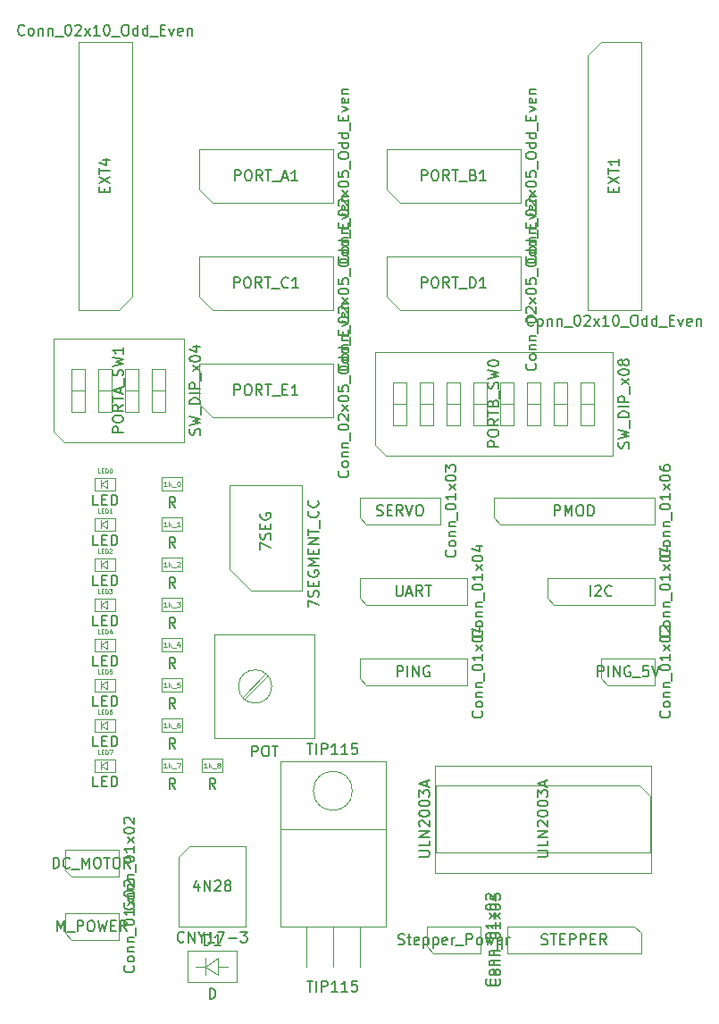
<source format=gbr>
G04 #@! TF.FileFunction,Other,Fab,Top*
%FSLAX46Y46*%
G04 Gerber Fmt 4.6, Leading zero omitted, Abs format (unit mm)*
G04 Created by KiCad (PCBNEW 4.0.7) date 04/06/18 15:52:29*
%MOMM*%
%LPD*%
G01*
G04 APERTURE LIST*
%ADD10C,0.100000*%
%ADD11C,0.150000*%
%ADD12C,0.075000*%
G04 APERTURE END LIST*
D10*
X179070000Y-57150000D02*
X182880000Y-57150000D01*
X182880000Y-57150000D02*
X182880000Y-82550000D01*
X182880000Y-82550000D02*
X177800000Y-82550000D01*
X177800000Y-82550000D02*
X177800000Y-58420000D01*
X177800000Y-58420000D02*
X179070000Y-57150000D01*
X133350000Y-82550000D02*
X129540000Y-82550000D01*
X129540000Y-82550000D02*
X129540000Y-57150000D01*
X129540000Y-57150000D02*
X134620000Y-57150000D01*
X134620000Y-57150000D02*
X134620000Y-81280000D01*
X134620000Y-81280000D02*
X133350000Y-82550000D01*
X140970000Y-71120000D02*
X140970000Y-67310000D01*
X140970000Y-67310000D02*
X153670000Y-67310000D01*
X153670000Y-67310000D02*
X153670000Y-72390000D01*
X153670000Y-72390000D02*
X142240000Y-72390000D01*
X142240000Y-72390000D02*
X140970000Y-71120000D01*
X158750000Y-71120000D02*
X158750000Y-67310000D01*
X158750000Y-67310000D02*
X171450000Y-67310000D01*
X171450000Y-67310000D02*
X171450000Y-72390000D01*
X171450000Y-72390000D02*
X160020000Y-72390000D01*
X160020000Y-72390000D02*
X158750000Y-71120000D01*
X140970000Y-81280000D02*
X140970000Y-77470000D01*
X140970000Y-77470000D02*
X153670000Y-77470000D01*
X153670000Y-77470000D02*
X153670000Y-82550000D01*
X153670000Y-82550000D02*
X142240000Y-82550000D01*
X142240000Y-82550000D02*
X140970000Y-81280000D01*
X158750000Y-81280000D02*
X158750000Y-77470000D01*
X158750000Y-77470000D02*
X171450000Y-77470000D01*
X171450000Y-77470000D02*
X171450000Y-82550000D01*
X171450000Y-82550000D02*
X160020000Y-82550000D01*
X160020000Y-82550000D02*
X158750000Y-81280000D01*
X140970000Y-91440000D02*
X140970000Y-87630000D01*
X140970000Y-87630000D02*
X153670000Y-87630000D01*
X153670000Y-87630000D02*
X153670000Y-92710000D01*
X153670000Y-92710000D02*
X142240000Y-92710000D01*
X142240000Y-92710000D02*
X140970000Y-91440000D01*
X168910000Y-102235000D02*
X168910000Y-100330000D01*
X168910000Y-100330000D02*
X184150000Y-100330000D01*
X184150000Y-100330000D02*
X184150000Y-102870000D01*
X184150000Y-102870000D02*
X169545000Y-102870000D01*
X169545000Y-102870000D02*
X168910000Y-102235000D01*
X156210000Y-109855000D02*
X156210000Y-107950000D01*
X156210000Y-107950000D02*
X166370000Y-107950000D01*
X166370000Y-107950000D02*
X166370000Y-110490000D01*
X166370000Y-110490000D02*
X156845000Y-110490000D01*
X156845000Y-110490000D02*
X156210000Y-109855000D01*
X156210000Y-117475000D02*
X156210000Y-115570000D01*
X156210000Y-115570000D02*
X166370000Y-115570000D01*
X166370000Y-115570000D02*
X166370000Y-118110000D01*
X166370000Y-118110000D02*
X156845000Y-118110000D01*
X156845000Y-118110000D02*
X156210000Y-117475000D01*
X182880000Y-141605000D02*
X182880000Y-143510000D01*
X182880000Y-143510000D02*
X170180000Y-143510000D01*
X170180000Y-143510000D02*
X170180000Y-140970000D01*
X170180000Y-140970000D02*
X182245000Y-140970000D01*
X182245000Y-140970000D02*
X182880000Y-141605000D01*
X183769000Y-128635000D02*
X183769000Y-133985000D01*
X183769000Y-133985000D02*
X163449000Y-133985000D01*
X163449000Y-133985000D02*
X163449000Y-127635000D01*
X163449000Y-127635000D02*
X182769000Y-127635000D01*
X182769000Y-127635000D02*
X183769000Y-128635000D01*
X183829000Y-125730000D02*
X163389000Y-125730000D01*
X163389000Y-125730000D02*
X163389000Y-135890000D01*
X163389000Y-135890000D02*
X183829000Y-135890000D01*
X183829000Y-135890000D02*
X183829000Y-125730000D01*
X173990000Y-109855000D02*
X173990000Y-107950000D01*
X173990000Y-107950000D02*
X184150000Y-107950000D01*
X184150000Y-107950000D02*
X184150000Y-110490000D01*
X184150000Y-110490000D02*
X174625000Y-110490000D01*
X174625000Y-110490000D02*
X173990000Y-109855000D01*
X128270000Y-135636000D02*
X128270000Y-133731000D01*
X128270000Y-133731000D02*
X133350000Y-133731000D01*
X133350000Y-133731000D02*
X133350000Y-136271000D01*
X133350000Y-136271000D02*
X128905000Y-136271000D01*
X128905000Y-136271000D02*
X128270000Y-135636000D01*
X140065000Y-133350000D02*
X145415000Y-133350000D01*
X145415000Y-133350000D02*
X145415000Y-140970000D01*
X145415000Y-140970000D02*
X139065000Y-140970000D01*
X139065000Y-140970000D02*
X139065000Y-134350000D01*
X139065000Y-134350000D02*
X140065000Y-133350000D01*
X156210000Y-102235000D02*
X156210000Y-100330000D01*
X156210000Y-100330000D02*
X163830000Y-100330000D01*
X163830000Y-100330000D02*
X163830000Y-102870000D01*
X163830000Y-102870000D02*
X156845000Y-102870000D01*
X156845000Y-102870000D02*
X156210000Y-102235000D01*
X150770000Y-99140000D02*
X150770000Y-109140000D01*
X150770000Y-109140000D02*
X145870000Y-109140000D01*
X145870000Y-109140000D02*
X143870000Y-107140000D01*
X143870000Y-107140000D02*
X143870000Y-99140000D01*
X143870000Y-99140000D02*
X150770000Y-99140000D01*
X137430000Y-99680000D02*
X137430000Y-98440000D01*
X139430000Y-99680000D02*
X137430000Y-99680000D01*
X139430000Y-98440000D02*
X139430000Y-99680000D01*
X137430000Y-98440000D02*
X139430000Y-98440000D01*
X137430000Y-103490000D02*
X137430000Y-102250000D01*
X139430000Y-103490000D02*
X137430000Y-103490000D01*
X139430000Y-102250000D02*
X139430000Y-103490000D01*
X137430000Y-102250000D02*
X139430000Y-102250000D01*
X137430000Y-107300000D02*
X137430000Y-106060000D01*
X139430000Y-107300000D02*
X137430000Y-107300000D01*
X139430000Y-106060000D02*
X139430000Y-107300000D01*
X137430000Y-106060000D02*
X139430000Y-106060000D01*
X137430000Y-111110000D02*
X137430000Y-109870000D01*
X139430000Y-111110000D02*
X137430000Y-111110000D01*
X139430000Y-109870000D02*
X139430000Y-111110000D01*
X137430000Y-109870000D02*
X139430000Y-109870000D01*
X137430000Y-114920000D02*
X137430000Y-113680000D01*
X139430000Y-114920000D02*
X137430000Y-114920000D01*
X139430000Y-113680000D02*
X139430000Y-114920000D01*
X137430000Y-113680000D02*
X139430000Y-113680000D01*
X137430000Y-118730000D02*
X137430000Y-117490000D01*
X139430000Y-118730000D02*
X137430000Y-118730000D01*
X139430000Y-117490000D02*
X139430000Y-118730000D01*
X137430000Y-117490000D02*
X139430000Y-117490000D01*
X137430000Y-122540000D02*
X137430000Y-121300000D01*
X139430000Y-122540000D02*
X137430000Y-122540000D01*
X139430000Y-121300000D02*
X139430000Y-122540000D01*
X137430000Y-121300000D02*
X139430000Y-121300000D01*
X137430000Y-126350000D02*
X137430000Y-125110000D01*
X139430000Y-126350000D02*
X137430000Y-126350000D01*
X139430000Y-125110000D02*
X139430000Y-126350000D01*
X137430000Y-125110000D02*
X139430000Y-125110000D01*
X131680000Y-98660000D02*
X131680000Y-99460000D01*
X131680000Y-99060000D02*
X132280000Y-98660000D01*
X132280000Y-99460000D02*
X131680000Y-99060000D01*
X132280000Y-98660000D02*
X132280000Y-99460000D01*
X133080000Y-99660000D02*
X131080000Y-99660000D01*
X133080000Y-98460000D02*
X133080000Y-99660000D01*
X131080000Y-98460000D02*
X133080000Y-98460000D01*
X131080000Y-99660000D02*
X131080000Y-98460000D01*
X131680000Y-102470000D02*
X131680000Y-103270000D01*
X131680000Y-102870000D02*
X132280000Y-102470000D01*
X132280000Y-103270000D02*
X131680000Y-102870000D01*
X132280000Y-102470000D02*
X132280000Y-103270000D01*
X133080000Y-103470000D02*
X131080000Y-103470000D01*
X133080000Y-102270000D02*
X133080000Y-103470000D01*
X131080000Y-102270000D02*
X133080000Y-102270000D01*
X131080000Y-103470000D02*
X131080000Y-102270000D01*
X131680000Y-106280000D02*
X131680000Y-107080000D01*
X131680000Y-106680000D02*
X132280000Y-106280000D01*
X132280000Y-107080000D02*
X131680000Y-106680000D01*
X132280000Y-106280000D02*
X132280000Y-107080000D01*
X133080000Y-107280000D02*
X131080000Y-107280000D01*
X133080000Y-106080000D02*
X133080000Y-107280000D01*
X131080000Y-106080000D02*
X133080000Y-106080000D01*
X131080000Y-107280000D02*
X131080000Y-106080000D01*
X131680000Y-110090000D02*
X131680000Y-110890000D01*
X131680000Y-110490000D02*
X132280000Y-110090000D01*
X132280000Y-110890000D02*
X131680000Y-110490000D01*
X132280000Y-110090000D02*
X132280000Y-110890000D01*
X133080000Y-111090000D02*
X131080000Y-111090000D01*
X133080000Y-109890000D02*
X133080000Y-111090000D01*
X131080000Y-109890000D02*
X133080000Y-109890000D01*
X131080000Y-111090000D02*
X131080000Y-109890000D01*
X131680000Y-113900000D02*
X131680000Y-114700000D01*
X131680000Y-114300000D02*
X132280000Y-113900000D01*
X132280000Y-114700000D02*
X131680000Y-114300000D01*
X132280000Y-113900000D02*
X132280000Y-114700000D01*
X133080000Y-114900000D02*
X131080000Y-114900000D01*
X133080000Y-113700000D02*
X133080000Y-114900000D01*
X131080000Y-113700000D02*
X133080000Y-113700000D01*
X131080000Y-114900000D02*
X131080000Y-113700000D01*
X131680000Y-117710000D02*
X131680000Y-118510000D01*
X131680000Y-118110000D02*
X132280000Y-117710000D01*
X132280000Y-118510000D02*
X131680000Y-118110000D01*
X132280000Y-117710000D02*
X132280000Y-118510000D01*
X133080000Y-118710000D02*
X131080000Y-118710000D01*
X133080000Y-117510000D02*
X133080000Y-118710000D01*
X131080000Y-117510000D02*
X133080000Y-117510000D01*
X131080000Y-118710000D02*
X131080000Y-117510000D01*
X131680000Y-121520000D02*
X131680000Y-122320000D01*
X131680000Y-121920000D02*
X132280000Y-121520000D01*
X132280000Y-122320000D02*
X131680000Y-121920000D01*
X132280000Y-121520000D02*
X132280000Y-122320000D01*
X133080000Y-122520000D02*
X131080000Y-122520000D01*
X133080000Y-121320000D02*
X133080000Y-122520000D01*
X131080000Y-121320000D02*
X133080000Y-121320000D01*
X131080000Y-122520000D02*
X131080000Y-121320000D01*
X131680000Y-125330000D02*
X131680000Y-126130000D01*
X131680000Y-125730000D02*
X132280000Y-125330000D01*
X132280000Y-126130000D02*
X131680000Y-125730000D01*
X132280000Y-125330000D02*
X132280000Y-126130000D01*
X133080000Y-126330000D02*
X131080000Y-126330000D01*
X133080000Y-125130000D02*
X133080000Y-126330000D01*
X131080000Y-125130000D02*
X133080000Y-125130000D01*
X131080000Y-126330000D02*
X131080000Y-125130000D01*
X128270000Y-141605000D02*
X128270000Y-139700000D01*
X128270000Y-139700000D02*
X133350000Y-139700000D01*
X133350000Y-139700000D02*
X133350000Y-142240000D01*
X133350000Y-142240000D02*
X128905000Y-142240000D01*
X128905000Y-142240000D02*
X128270000Y-141605000D01*
X148670000Y-131720000D02*
X148670000Y-125320000D01*
X148670000Y-125320000D02*
X158670000Y-125320000D01*
X158670000Y-125320000D02*
X158670000Y-131720000D01*
X158670000Y-131720000D02*
X148670000Y-131720000D01*
X148670000Y-140970000D02*
X148670000Y-131720000D01*
X148670000Y-131720000D02*
X158670000Y-131720000D01*
X158670000Y-131720000D02*
X158670000Y-140970000D01*
X158670000Y-140970000D02*
X148670000Y-140970000D01*
X151130000Y-140970000D02*
X151130000Y-144780000D01*
X153670000Y-140970000D02*
X153670000Y-144780000D01*
X156210000Y-140970000D02*
X156210000Y-144780000D01*
X155520000Y-128120000D02*
G75*
G03X155520000Y-128120000I-1850000J0D01*
G01*
X141240000Y-126350000D02*
X141240000Y-125110000D01*
X143240000Y-126350000D02*
X141240000Y-126350000D01*
X143240000Y-125110000D02*
X143240000Y-126350000D01*
X141240000Y-125110000D02*
X143240000Y-125110000D01*
X144540000Y-146280000D02*
X139940000Y-146280000D01*
X139940000Y-146280000D02*
X139940000Y-143280000D01*
X144540000Y-143280000D02*
X144540000Y-146280000D01*
X144540000Y-143280000D02*
X139940000Y-143280000D01*
X141590560Y-144781020D02*
X140688860Y-144781020D01*
X142741180Y-144781020D02*
X143739400Y-144781020D01*
X141590560Y-143980920D02*
X141590560Y-145581120D01*
X142741180Y-145530320D02*
X142741180Y-143980920D01*
X141590560Y-144781020D02*
X142741180Y-145530320D01*
X141590560Y-144781020D02*
X142741180Y-143980920D01*
X147878000Y-118237000D02*
G75*
G03X147878000Y-118237000I-1575000J0D01*
G01*
X147877000Y-118237000D02*
G75*
G03X147877000Y-118237000I-1575000J0D01*
G01*
X142413000Y-113322000D02*
X142413000Y-123152000D01*
X142413000Y-123152000D02*
X151943000Y-123152000D01*
X151943000Y-123152000D02*
X151943000Y-113322000D01*
X151943000Y-113322000D02*
X142413000Y-113322000D01*
X147498000Y-117235000D02*
X145300000Y-119432000D01*
X147306000Y-117043000D02*
X145108000Y-119240000D01*
X157673000Y-95330000D02*
X157673000Y-86550000D01*
X157673000Y-86550000D02*
X180173000Y-86550000D01*
X180173000Y-86550000D02*
X180173000Y-96330000D01*
X180173000Y-96330000D02*
X158673000Y-96330000D01*
X158673000Y-96330000D02*
X157673000Y-95330000D01*
X159398000Y-93470000D02*
X160668000Y-93470000D01*
X160668000Y-93470000D02*
X160668000Y-89410000D01*
X160668000Y-89410000D02*
X159398000Y-89410000D01*
X159398000Y-89410000D02*
X159398000Y-93470000D01*
X159398000Y-91440000D02*
X160668000Y-91440000D01*
X161938000Y-93470000D02*
X163208000Y-93470000D01*
X163208000Y-93470000D02*
X163208000Y-89410000D01*
X163208000Y-89410000D02*
X161938000Y-89410000D01*
X161938000Y-89410000D02*
X161938000Y-93470000D01*
X161938000Y-91440000D02*
X163208000Y-91440000D01*
X164478000Y-93470000D02*
X165748000Y-93470000D01*
X165748000Y-93470000D02*
X165748000Y-89410000D01*
X165748000Y-89410000D02*
X164478000Y-89410000D01*
X164478000Y-89410000D02*
X164478000Y-93470000D01*
X164478000Y-91440000D02*
X165748000Y-91440000D01*
X167018000Y-93470000D02*
X168288000Y-93470000D01*
X168288000Y-93470000D02*
X168288000Y-89410000D01*
X168288000Y-89410000D02*
X167018000Y-89410000D01*
X167018000Y-89410000D02*
X167018000Y-93470000D01*
X167018000Y-91440000D02*
X168288000Y-91440000D01*
X169558000Y-93470000D02*
X170828000Y-93470000D01*
X170828000Y-93470000D02*
X170828000Y-89410000D01*
X170828000Y-89410000D02*
X169558000Y-89410000D01*
X169558000Y-89410000D02*
X169558000Y-93470000D01*
X169558000Y-91440000D02*
X170828000Y-91440000D01*
X172098000Y-93470000D02*
X173368000Y-93470000D01*
X173368000Y-93470000D02*
X173368000Y-89410000D01*
X173368000Y-89410000D02*
X172098000Y-89410000D01*
X172098000Y-89410000D02*
X172098000Y-93470000D01*
X172098000Y-91440000D02*
X173368000Y-91440000D01*
X174638000Y-93470000D02*
X175908000Y-93470000D01*
X175908000Y-93470000D02*
X175908000Y-89410000D01*
X175908000Y-89410000D02*
X174638000Y-89410000D01*
X174638000Y-89410000D02*
X174638000Y-93470000D01*
X174638000Y-91440000D02*
X175908000Y-91440000D01*
X177178000Y-93470000D02*
X178448000Y-93470000D01*
X178448000Y-93470000D02*
X178448000Y-89410000D01*
X178448000Y-89410000D02*
X177178000Y-89410000D01*
X177178000Y-89410000D02*
X177178000Y-93470000D01*
X177178000Y-91440000D02*
X178448000Y-91440000D01*
X162560000Y-142875000D02*
X162560000Y-140970000D01*
X162560000Y-140970000D02*
X167640000Y-140970000D01*
X167640000Y-140970000D02*
X167640000Y-143510000D01*
X167640000Y-143510000D02*
X163195000Y-143510000D01*
X163195000Y-143510000D02*
X162560000Y-142875000D01*
X179070000Y-117475000D02*
X179070000Y-115570000D01*
X179070000Y-115570000D02*
X184150000Y-115570000D01*
X184150000Y-115570000D02*
X184150000Y-118110000D01*
X184150000Y-118110000D02*
X179705000Y-118110000D01*
X179705000Y-118110000D02*
X179070000Y-117475000D01*
X127180000Y-94060000D02*
X127180000Y-85280000D01*
X127180000Y-85280000D02*
X139520000Y-85280000D01*
X139520000Y-85280000D02*
X139520000Y-95060000D01*
X139520000Y-95060000D02*
X128180000Y-95060000D01*
X128180000Y-95060000D02*
X127180000Y-94060000D01*
X128905000Y-92200000D02*
X130175000Y-92200000D01*
X130175000Y-92200000D02*
X130175000Y-88140000D01*
X130175000Y-88140000D02*
X128905000Y-88140000D01*
X128905000Y-88140000D02*
X128905000Y-92200000D01*
X128905000Y-90170000D02*
X130175000Y-90170000D01*
X131445000Y-92200000D02*
X132715000Y-92200000D01*
X132715000Y-92200000D02*
X132715000Y-88140000D01*
X132715000Y-88140000D02*
X131445000Y-88140000D01*
X131445000Y-88140000D02*
X131445000Y-92200000D01*
X131445000Y-90170000D02*
X132715000Y-90170000D01*
X133985000Y-92200000D02*
X135255000Y-92200000D01*
X135255000Y-92200000D02*
X135255000Y-88140000D01*
X135255000Y-88140000D02*
X133985000Y-88140000D01*
X133985000Y-88140000D02*
X133985000Y-92200000D01*
X133985000Y-90170000D02*
X135255000Y-90170000D01*
X136525000Y-92200000D02*
X137795000Y-92200000D01*
X137795000Y-92200000D02*
X137795000Y-88140000D01*
X137795000Y-88140000D02*
X136525000Y-88140000D01*
X136525000Y-88140000D02*
X136525000Y-92200000D01*
X136525000Y-90170000D02*
X137795000Y-90170000D01*
D11*
X172697142Y-83967143D02*
X172649523Y-84014762D01*
X172506666Y-84062381D01*
X172411428Y-84062381D01*
X172268570Y-84014762D01*
X172173332Y-83919524D01*
X172125713Y-83824286D01*
X172078094Y-83633810D01*
X172078094Y-83490952D01*
X172125713Y-83300476D01*
X172173332Y-83205238D01*
X172268570Y-83110000D01*
X172411428Y-83062381D01*
X172506666Y-83062381D01*
X172649523Y-83110000D01*
X172697142Y-83157619D01*
X173268570Y-84062381D02*
X173173332Y-84014762D01*
X173125713Y-83967143D01*
X173078094Y-83871905D01*
X173078094Y-83586190D01*
X173125713Y-83490952D01*
X173173332Y-83443333D01*
X173268570Y-83395714D01*
X173411428Y-83395714D01*
X173506666Y-83443333D01*
X173554285Y-83490952D01*
X173601904Y-83586190D01*
X173601904Y-83871905D01*
X173554285Y-83967143D01*
X173506666Y-84014762D01*
X173411428Y-84062381D01*
X173268570Y-84062381D01*
X174030475Y-83395714D02*
X174030475Y-84062381D01*
X174030475Y-83490952D02*
X174078094Y-83443333D01*
X174173332Y-83395714D01*
X174316190Y-83395714D01*
X174411428Y-83443333D01*
X174459047Y-83538571D01*
X174459047Y-84062381D01*
X174935237Y-83395714D02*
X174935237Y-84062381D01*
X174935237Y-83490952D02*
X174982856Y-83443333D01*
X175078094Y-83395714D01*
X175220952Y-83395714D01*
X175316190Y-83443333D01*
X175363809Y-83538571D01*
X175363809Y-84062381D01*
X175601904Y-84157619D02*
X176363809Y-84157619D01*
X176792380Y-83062381D02*
X176887619Y-83062381D01*
X176982857Y-83110000D01*
X177030476Y-83157619D01*
X177078095Y-83252857D01*
X177125714Y-83443333D01*
X177125714Y-83681429D01*
X177078095Y-83871905D01*
X177030476Y-83967143D01*
X176982857Y-84014762D01*
X176887619Y-84062381D01*
X176792380Y-84062381D01*
X176697142Y-84014762D01*
X176649523Y-83967143D01*
X176601904Y-83871905D01*
X176554285Y-83681429D01*
X176554285Y-83443333D01*
X176601904Y-83252857D01*
X176649523Y-83157619D01*
X176697142Y-83110000D01*
X176792380Y-83062381D01*
X177506666Y-83157619D02*
X177554285Y-83110000D01*
X177649523Y-83062381D01*
X177887619Y-83062381D01*
X177982857Y-83110000D01*
X178030476Y-83157619D01*
X178078095Y-83252857D01*
X178078095Y-83348095D01*
X178030476Y-83490952D01*
X177459047Y-84062381D01*
X178078095Y-84062381D01*
X178411428Y-84062381D02*
X178935238Y-83395714D01*
X178411428Y-83395714D02*
X178935238Y-84062381D01*
X179840000Y-84062381D02*
X179268571Y-84062381D01*
X179554285Y-84062381D02*
X179554285Y-83062381D01*
X179459047Y-83205238D01*
X179363809Y-83300476D01*
X179268571Y-83348095D01*
X180459047Y-83062381D02*
X180554286Y-83062381D01*
X180649524Y-83110000D01*
X180697143Y-83157619D01*
X180744762Y-83252857D01*
X180792381Y-83443333D01*
X180792381Y-83681429D01*
X180744762Y-83871905D01*
X180697143Y-83967143D01*
X180649524Y-84014762D01*
X180554286Y-84062381D01*
X180459047Y-84062381D01*
X180363809Y-84014762D01*
X180316190Y-83967143D01*
X180268571Y-83871905D01*
X180220952Y-83681429D01*
X180220952Y-83443333D01*
X180268571Y-83252857D01*
X180316190Y-83157619D01*
X180363809Y-83110000D01*
X180459047Y-83062381D01*
X180982857Y-84157619D02*
X181744762Y-84157619D01*
X182173333Y-83062381D02*
X182363810Y-83062381D01*
X182459048Y-83110000D01*
X182554286Y-83205238D01*
X182601905Y-83395714D01*
X182601905Y-83729048D01*
X182554286Y-83919524D01*
X182459048Y-84014762D01*
X182363810Y-84062381D01*
X182173333Y-84062381D01*
X182078095Y-84014762D01*
X181982857Y-83919524D01*
X181935238Y-83729048D01*
X181935238Y-83395714D01*
X181982857Y-83205238D01*
X182078095Y-83110000D01*
X182173333Y-83062381D01*
X183459048Y-84062381D02*
X183459048Y-83062381D01*
X183459048Y-84014762D02*
X183363810Y-84062381D01*
X183173333Y-84062381D01*
X183078095Y-84014762D01*
X183030476Y-83967143D01*
X182982857Y-83871905D01*
X182982857Y-83586190D01*
X183030476Y-83490952D01*
X183078095Y-83443333D01*
X183173333Y-83395714D01*
X183363810Y-83395714D01*
X183459048Y-83443333D01*
X184363810Y-84062381D02*
X184363810Y-83062381D01*
X184363810Y-84014762D02*
X184268572Y-84062381D01*
X184078095Y-84062381D01*
X183982857Y-84014762D01*
X183935238Y-83967143D01*
X183887619Y-83871905D01*
X183887619Y-83586190D01*
X183935238Y-83490952D01*
X183982857Y-83443333D01*
X184078095Y-83395714D01*
X184268572Y-83395714D01*
X184363810Y-83443333D01*
X184601905Y-84157619D02*
X185363810Y-84157619D01*
X185601905Y-83538571D02*
X185935239Y-83538571D01*
X186078096Y-84062381D02*
X185601905Y-84062381D01*
X185601905Y-83062381D01*
X186078096Y-83062381D01*
X186411429Y-83395714D02*
X186649524Y-84062381D01*
X186887620Y-83395714D01*
X187649525Y-84014762D02*
X187554287Y-84062381D01*
X187363810Y-84062381D01*
X187268572Y-84014762D01*
X187220953Y-83919524D01*
X187220953Y-83538571D01*
X187268572Y-83443333D01*
X187363810Y-83395714D01*
X187554287Y-83395714D01*
X187649525Y-83443333D01*
X187697144Y-83538571D01*
X187697144Y-83633810D01*
X187220953Y-83729048D01*
X188125715Y-83395714D02*
X188125715Y-84062381D01*
X188125715Y-83490952D02*
X188173334Y-83443333D01*
X188268572Y-83395714D01*
X188411430Y-83395714D01*
X188506668Y-83443333D01*
X188554287Y-83538571D01*
X188554287Y-84062381D01*
X180268571Y-71397619D02*
X180268571Y-71064285D01*
X180792381Y-70921428D02*
X180792381Y-71397619D01*
X179792381Y-71397619D01*
X179792381Y-70921428D01*
X179792381Y-70588095D02*
X180792381Y-69921428D01*
X179792381Y-69921428D02*
X180792381Y-70588095D01*
X179792381Y-69683333D02*
X179792381Y-69111904D01*
X180792381Y-69397619D02*
X179792381Y-69397619D01*
X180792381Y-68254761D02*
X180792381Y-68826190D01*
X180792381Y-68540476D02*
X179792381Y-68540476D01*
X179935238Y-68635714D01*
X180030476Y-68730952D01*
X180078095Y-68826190D01*
X124437142Y-56447143D02*
X124389523Y-56494762D01*
X124246666Y-56542381D01*
X124151428Y-56542381D01*
X124008570Y-56494762D01*
X123913332Y-56399524D01*
X123865713Y-56304286D01*
X123818094Y-56113810D01*
X123818094Y-55970952D01*
X123865713Y-55780476D01*
X123913332Y-55685238D01*
X124008570Y-55590000D01*
X124151428Y-55542381D01*
X124246666Y-55542381D01*
X124389523Y-55590000D01*
X124437142Y-55637619D01*
X125008570Y-56542381D02*
X124913332Y-56494762D01*
X124865713Y-56447143D01*
X124818094Y-56351905D01*
X124818094Y-56066190D01*
X124865713Y-55970952D01*
X124913332Y-55923333D01*
X125008570Y-55875714D01*
X125151428Y-55875714D01*
X125246666Y-55923333D01*
X125294285Y-55970952D01*
X125341904Y-56066190D01*
X125341904Y-56351905D01*
X125294285Y-56447143D01*
X125246666Y-56494762D01*
X125151428Y-56542381D01*
X125008570Y-56542381D01*
X125770475Y-55875714D02*
X125770475Y-56542381D01*
X125770475Y-55970952D02*
X125818094Y-55923333D01*
X125913332Y-55875714D01*
X126056190Y-55875714D01*
X126151428Y-55923333D01*
X126199047Y-56018571D01*
X126199047Y-56542381D01*
X126675237Y-55875714D02*
X126675237Y-56542381D01*
X126675237Y-55970952D02*
X126722856Y-55923333D01*
X126818094Y-55875714D01*
X126960952Y-55875714D01*
X127056190Y-55923333D01*
X127103809Y-56018571D01*
X127103809Y-56542381D01*
X127341904Y-56637619D02*
X128103809Y-56637619D01*
X128532380Y-55542381D02*
X128627619Y-55542381D01*
X128722857Y-55590000D01*
X128770476Y-55637619D01*
X128818095Y-55732857D01*
X128865714Y-55923333D01*
X128865714Y-56161429D01*
X128818095Y-56351905D01*
X128770476Y-56447143D01*
X128722857Y-56494762D01*
X128627619Y-56542381D01*
X128532380Y-56542381D01*
X128437142Y-56494762D01*
X128389523Y-56447143D01*
X128341904Y-56351905D01*
X128294285Y-56161429D01*
X128294285Y-55923333D01*
X128341904Y-55732857D01*
X128389523Y-55637619D01*
X128437142Y-55590000D01*
X128532380Y-55542381D01*
X129246666Y-55637619D02*
X129294285Y-55590000D01*
X129389523Y-55542381D01*
X129627619Y-55542381D01*
X129722857Y-55590000D01*
X129770476Y-55637619D01*
X129818095Y-55732857D01*
X129818095Y-55828095D01*
X129770476Y-55970952D01*
X129199047Y-56542381D01*
X129818095Y-56542381D01*
X130151428Y-56542381D02*
X130675238Y-55875714D01*
X130151428Y-55875714D02*
X130675238Y-56542381D01*
X131580000Y-56542381D02*
X131008571Y-56542381D01*
X131294285Y-56542381D02*
X131294285Y-55542381D01*
X131199047Y-55685238D01*
X131103809Y-55780476D01*
X131008571Y-55828095D01*
X132199047Y-55542381D02*
X132294286Y-55542381D01*
X132389524Y-55590000D01*
X132437143Y-55637619D01*
X132484762Y-55732857D01*
X132532381Y-55923333D01*
X132532381Y-56161429D01*
X132484762Y-56351905D01*
X132437143Y-56447143D01*
X132389524Y-56494762D01*
X132294286Y-56542381D01*
X132199047Y-56542381D01*
X132103809Y-56494762D01*
X132056190Y-56447143D01*
X132008571Y-56351905D01*
X131960952Y-56161429D01*
X131960952Y-55923333D01*
X132008571Y-55732857D01*
X132056190Y-55637619D01*
X132103809Y-55590000D01*
X132199047Y-55542381D01*
X132722857Y-56637619D02*
X133484762Y-56637619D01*
X133913333Y-55542381D02*
X134103810Y-55542381D01*
X134199048Y-55590000D01*
X134294286Y-55685238D01*
X134341905Y-55875714D01*
X134341905Y-56209048D01*
X134294286Y-56399524D01*
X134199048Y-56494762D01*
X134103810Y-56542381D01*
X133913333Y-56542381D01*
X133818095Y-56494762D01*
X133722857Y-56399524D01*
X133675238Y-56209048D01*
X133675238Y-55875714D01*
X133722857Y-55685238D01*
X133818095Y-55590000D01*
X133913333Y-55542381D01*
X135199048Y-56542381D02*
X135199048Y-55542381D01*
X135199048Y-56494762D02*
X135103810Y-56542381D01*
X134913333Y-56542381D01*
X134818095Y-56494762D01*
X134770476Y-56447143D01*
X134722857Y-56351905D01*
X134722857Y-56066190D01*
X134770476Y-55970952D01*
X134818095Y-55923333D01*
X134913333Y-55875714D01*
X135103810Y-55875714D01*
X135199048Y-55923333D01*
X136103810Y-56542381D02*
X136103810Y-55542381D01*
X136103810Y-56494762D02*
X136008572Y-56542381D01*
X135818095Y-56542381D01*
X135722857Y-56494762D01*
X135675238Y-56447143D01*
X135627619Y-56351905D01*
X135627619Y-56066190D01*
X135675238Y-55970952D01*
X135722857Y-55923333D01*
X135818095Y-55875714D01*
X136008572Y-55875714D01*
X136103810Y-55923333D01*
X136341905Y-56637619D02*
X137103810Y-56637619D01*
X137341905Y-56018571D02*
X137675239Y-56018571D01*
X137818096Y-56542381D02*
X137341905Y-56542381D01*
X137341905Y-55542381D01*
X137818096Y-55542381D01*
X138151429Y-55875714D02*
X138389524Y-56542381D01*
X138627620Y-55875714D01*
X139389525Y-56494762D02*
X139294287Y-56542381D01*
X139103810Y-56542381D01*
X139008572Y-56494762D01*
X138960953Y-56399524D01*
X138960953Y-56018571D01*
X139008572Y-55923333D01*
X139103810Y-55875714D01*
X139294287Y-55875714D01*
X139389525Y-55923333D01*
X139437144Y-56018571D01*
X139437144Y-56113810D01*
X138960953Y-56209048D01*
X139865715Y-55875714D02*
X139865715Y-56542381D01*
X139865715Y-55970952D02*
X139913334Y-55923333D01*
X140008572Y-55875714D01*
X140151430Y-55875714D01*
X140246668Y-55923333D01*
X140294287Y-56018571D01*
X140294287Y-56542381D01*
X132008571Y-71397619D02*
X132008571Y-71064285D01*
X132532381Y-70921428D02*
X132532381Y-71397619D01*
X131532381Y-71397619D01*
X131532381Y-70921428D01*
X131532381Y-70588095D02*
X132532381Y-69921428D01*
X131532381Y-69921428D02*
X132532381Y-70588095D01*
X131532381Y-69683333D02*
X131532381Y-69111904D01*
X132532381Y-69397619D02*
X131532381Y-69397619D01*
X131865714Y-68349999D02*
X132532381Y-68349999D01*
X131484762Y-68588095D02*
X132199048Y-68826190D01*
X132199048Y-68207142D01*
X155087143Y-77492858D02*
X155134762Y-77540477D01*
X155182381Y-77683334D01*
X155182381Y-77778572D01*
X155134762Y-77921430D01*
X155039524Y-78016668D01*
X154944286Y-78064287D01*
X154753810Y-78111906D01*
X154610952Y-78111906D01*
X154420476Y-78064287D01*
X154325238Y-78016668D01*
X154230000Y-77921430D01*
X154182381Y-77778572D01*
X154182381Y-77683334D01*
X154230000Y-77540477D01*
X154277619Y-77492858D01*
X155182381Y-76921430D02*
X155134762Y-77016668D01*
X155087143Y-77064287D01*
X154991905Y-77111906D01*
X154706190Y-77111906D01*
X154610952Y-77064287D01*
X154563333Y-77016668D01*
X154515714Y-76921430D01*
X154515714Y-76778572D01*
X154563333Y-76683334D01*
X154610952Y-76635715D01*
X154706190Y-76588096D01*
X154991905Y-76588096D01*
X155087143Y-76635715D01*
X155134762Y-76683334D01*
X155182381Y-76778572D01*
X155182381Y-76921430D01*
X154515714Y-76159525D02*
X155182381Y-76159525D01*
X154610952Y-76159525D02*
X154563333Y-76111906D01*
X154515714Y-76016668D01*
X154515714Y-75873810D01*
X154563333Y-75778572D01*
X154658571Y-75730953D01*
X155182381Y-75730953D01*
X154515714Y-75254763D02*
X155182381Y-75254763D01*
X154610952Y-75254763D02*
X154563333Y-75207144D01*
X154515714Y-75111906D01*
X154515714Y-74969048D01*
X154563333Y-74873810D01*
X154658571Y-74826191D01*
X155182381Y-74826191D01*
X155277619Y-74588096D02*
X155277619Y-73826191D01*
X154182381Y-73397620D02*
X154182381Y-73302381D01*
X154230000Y-73207143D01*
X154277619Y-73159524D01*
X154372857Y-73111905D01*
X154563333Y-73064286D01*
X154801429Y-73064286D01*
X154991905Y-73111905D01*
X155087143Y-73159524D01*
X155134762Y-73207143D01*
X155182381Y-73302381D01*
X155182381Y-73397620D01*
X155134762Y-73492858D01*
X155087143Y-73540477D01*
X154991905Y-73588096D01*
X154801429Y-73635715D01*
X154563333Y-73635715D01*
X154372857Y-73588096D01*
X154277619Y-73540477D01*
X154230000Y-73492858D01*
X154182381Y-73397620D01*
X154277619Y-72683334D02*
X154230000Y-72635715D01*
X154182381Y-72540477D01*
X154182381Y-72302381D01*
X154230000Y-72207143D01*
X154277619Y-72159524D01*
X154372857Y-72111905D01*
X154468095Y-72111905D01*
X154610952Y-72159524D01*
X155182381Y-72730953D01*
X155182381Y-72111905D01*
X155182381Y-71778572D02*
X154515714Y-71254762D01*
X154515714Y-71778572D02*
X155182381Y-71254762D01*
X154182381Y-70683334D02*
X154182381Y-70588095D01*
X154230000Y-70492857D01*
X154277619Y-70445238D01*
X154372857Y-70397619D01*
X154563333Y-70350000D01*
X154801429Y-70350000D01*
X154991905Y-70397619D01*
X155087143Y-70445238D01*
X155134762Y-70492857D01*
X155182381Y-70588095D01*
X155182381Y-70683334D01*
X155134762Y-70778572D01*
X155087143Y-70826191D01*
X154991905Y-70873810D01*
X154801429Y-70921429D01*
X154563333Y-70921429D01*
X154372857Y-70873810D01*
X154277619Y-70826191D01*
X154230000Y-70778572D01*
X154182381Y-70683334D01*
X154182381Y-69445238D02*
X154182381Y-69921429D01*
X154658571Y-69969048D01*
X154610952Y-69921429D01*
X154563333Y-69826191D01*
X154563333Y-69588095D01*
X154610952Y-69492857D01*
X154658571Y-69445238D01*
X154753810Y-69397619D01*
X154991905Y-69397619D01*
X155087143Y-69445238D01*
X155134762Y-69492857D01*
X155182381Y-69588095D01*
X155182381Y-69826191D01*
X155134762Y-69921429D01*
X155087143Y-69969048D01*
X155277619Y-69207143D02*
X155277619Y-68445238D01*
X154182381Y-68016667D02*
X154182381Y-67826190D01*
X154230000Y-67730952D01*
X154325238Y-67635714D01*
X154515714Y-67588095D01*
X154849048Y-67588095D01*
X155039524Y-67635714D01*
X155134762Y-67730952D01*
X155182381Y-67826190D01*
X155182381Y-68016667D01*
X155134762Y-68111905D01*
X155039524Y-68207143D01*
X154849048Y-68254762D01*
X154515714Y-68254762D01*
X154325238Y-68207143D01*
X154230000Y-68111905D01*
X154182381Y-68016667D01*
X155182381Y-66730952D02*
X154182381Y-66730952D01*
X155134762Y-66730952D02*
X155182381Y-66826190D01*
X155182381Y-67016667D01*
X155134762Y-67111905D01*
X155087143Y-67159524D01*
X154991905Y-67207143D01*
X154706190Y-67207143D01*
X154610952Y-67159524D01*
X154563333Y-67111905D01*
X154515714Y-67016667D01*
X154515714Y-66826190D01*
X154563333Y-66730952D01*
X155182381Y-65826190D02*
X154182381Y-65826190D01*
X155134762Y-65826190D02*
X155182381Y-65921428D01*
X155182381Y-66111905D01*
X155134762Y-66207143D01*
X155087143Y-66254762D01*
X154991905Y-66302381D01*
X154706190Y-66302381D01*
X154610952Y-66254762D01*
X154563333Y-66207143D01*
X154515714Y-66111905D01*
X154515714Y-65921428D01*
X154563333Y-65826190D01*
X155277619Y-65588095D02*
X155277619Y-64826190D01*
X154658571Y-64588095D02*
X154658571Y-64254761D01*
X155182381Y-64111904D02*
X155182381Y-64588095D01*
X154182381Y-64588095D01*
X154182381Y-64111904D01*
X154515714Y-63778571D02*
X155182381Y-63540476D01*
X154515714Y-63302380D01*
X155134762Y-62540475D02*
X155182381Y-62635713D01*
X155182381Y-62826190D01*
X155134762Y-62921428D01*
X155039524Y-62969047D01*
X154658571Y-62969047D01*
X154563333Y-62921428D01*
X154515714Y-62826190D01*
X154515714Y-62635713D01*
X154563333Y-62540475D01*
X154658571Y-62492856D01*
X154753810Y-62492856D01*
X154849048Y-62969047D01*
X154515714Y-62064285D02*
X155182381Y-62064285D01*
X154610952Y-62064285D02*
X154563333Y-62016666D01*
X154515714Y-61921428D01*
X154515714Y-61778570D01*
X154563333Y-61683332D01*
X154658571Y-61635713D01*
X155182381Y-61635713D01*
X144367619Y-70302381D02*
X144367619Y-69302381D01*
X144748572Y-69302381D01*
X144843810Y-69350000D01*
X144891429Y-69397619D01*
X144939048Y-69492857D01*
X144939048Y-69635714D01*
X144891429Y-69730952D01*
X144843810Y-69778571D01*
X144748572Y-69826190D01*
X144367619Y-69826190D01*
X145558095Y-69302381D02*
X145748572Y-69302381D01*
X145843810Y-69350000D01*
X145939048Y-69445238D01*
X145986667Y-69635714D01*
X145986667Y-69969048D01*
X145939048Y-70159524D01*
X145843810Y-70254762D01*
X145748572Y-70302381D01*
X145558095Y-70302381D01*
X145462857Y-70254762D01*
X145367619Y-70159524D01*
X145320000Y-69969048D01*
X145320000Y-69635714D01*
X145367619Y-69445238D01*
X145462857Y-69350000D01*
X145558095Y-69302381D01*
X146986667Y-70302381D02*
X146653333Y-69826190D01*
X146415238Y-70302381D02*
X146415238Y-69302381D01*
X146796191Y-69302381D01*
X146891429Y-69350000D01*
X146939048Y-69397619D01*
X146986667Y-69492857D01*
X146986667Y-69635714D01*
X146939048Y-69730952D01*
X146891429Y-69778571D01*
X146796191Y-69826190D01*
X146415238Y-69826190D01*
X147272381Y-69302381D02*
X147843810Y-69302381D01*
X147558095Y-70302381D02*
X147558095Y-69302381D01*
X147939048Y-70397619D02*
X148700953Y-70397619D01*
X148891429Y-70016667D02*
X149367620Y-70016667D01*
X148796191Y-70302381D02*
X149129524Y-69302381D01*
X149462858Y-70302381D01*
X150320001Y-70302381D02*
X149748572Y-70302381D01*
X150034286Y-70302381D02*
X150034286Y-69302381D01*
X149939048Y-69445238D01*
X149843810Y-69540476D01*
X149748572Y-69588095D01*
X172867143Y-77492858D02*
X172914762Y-77540477D01*
X172962381Y-77683334D01*
X172962381Y-77778572D01*
X172914762Y-77921430D01*
X172819524Y-78016668D01*
X172724286Y-78064287D01*
X172533810Y-78111906D01*
X172390952Y-78111906D01*
X172200476Y-78064287D01*
X172105238Y-78016668D01*
X172010000Y-77921430D01*
X171962381Y-77778572D01*
X171962381Y-77683334D01*
X172010000Y-77540477D01*
X172057619Y-77492858D01*
X172962381Y-76921430D02*
X172914762Y-77016668D01*
X172867143Y-77064287D01*
X172771905Y-77111906D01*
X172486190Y-77111906D01*
X172390952Y-77064287D01*
X172343333Y-77016668D01*
X172295714Y-76921430D01*
X172295714Y-76778572D01*
X172343333Y-76683334D01*
X172390952Y-76635715D01*
X172486190Y-76588096D01*
X172771905Y-76588096D01*
X172867143Y-76635715D01*
X172914762Y-76683334D01*
X172962381Y-76778572D01*
X172962381Y-76921430D01*
X172295714Y-76159525D02*
X172962381Y-76159525D01*
X172390952Y-76159525D02*
X172343333Y-76111906D01*
X172295714Y-76016668D01*
X172295714Y-75873810D01*
X172343333Y-75778572D01*
X172438571Y-75730953D01*
X172962381Y-75730953D01*
X172295714Y-75254763D02*
X172962381Y-75254763D01*
X172390952Y-75254763D02*
X172343333Y-75207144D01*
X172295714Y-75111906D01*
X172295714Y-74969048D01*
X172343333Y-74873810D01*
X172438571Y-74826191D01*
X172962381Y-74826191D01*
X173057619Y-74588096D02*
X173057619Y-73826191D01*
X171962381Y-73397620D02*
X171962381Y-73302381D01*
X172010000Y-73207143D01*
X172057619Y-73159524D01*
X172152857Y-73111905D01*
X172343333Y-73064286D01*
X172581429Y-73064286D01*
X172771905Y-73111905D01*
X172867143Y-73159524D01*
X172914762Y-73207143D01*
X172962381Y-73302381D01*
X172962381Y-73397620D01*
X172914762Y-73492858D01*
X172867143Y-73540477D01*
X172771905Y-73588096D01*
X172581429Y-73635715D01*
X172343333Y-73635715D01*
X172152857Y-73588096D01*
X172057619Y-73540477D01*
X172010000Y-73492858D01*
X171962381Y-73397620D01*
X172057619Y-72683334D02*
X172010000Y-72635715D01*
X171962381Y-72540477D01*
X171962381Y-72302381D01*
X172010000Y-72207143D01*
X172057619Y-72159524D01*
X172152857Y-72111905D01*
X172248095Y-72111905D01*
X172390952Y-72159524D01*
X172962381Y-72730953D01*
X172962381Y-72111905D01*
X172962381Y-71778572D02*
X172295714Y-71254762D01*
X172295714Y-71778572D02*
X172962381Y-71254762D01*
X171962381Y-70683334D02*
X171962381Y-70588095D01*
X172010000Y-70492857D01*
X172057619Y-70445238D01*
X172152857Y-70397619D01*
X172343333Y-70350000D01*
X172581429Y-70350000D01*
X172771905Y-70397619D01*
X172867143Y-70445238D01*
X172914762Y-70492857D01*
X172962381Y-70588095D01*
X172962381Y-70683334D01*
X172914762Y-70778572D01*
X172867143Y-70826191D01*
X172771905Y-70873810D01*
X172581429Y-70921429D01*
X172343333Y-70921429D01*
X172152857Y-70873810D01*
X172057619Y-70826191D01*
X172010000Y-70778572D01*
X171962381Y-70683334D01*
X171962381Y-69445238D02*
X171962381Y-69921429D01*
X172438571Y-69969048D01*
X172390952Y-69921429D01*
X172343333Y-69826191D01*
X172343333Y-69588095D01*
X172390952Y-69492857D01*
X172438571Y-69445238D01*
X172533810Y-69397619D01*
X172771905Y-69397619D01*
X172867143Y-69445238D01*
X172914762Y-69492857D01*
X172962381Y-69588095D01*
X172962381Y-69826191D01*
X172914762Y-69921429D01*
X172867143Y-69969048D01*
X173057619Y-69207143D02*
X173057619Y-68445238D01*
X171962381Y-68016667D02*
X171962381Y-67826190D01*
X172010000Y-67730952D01*
X172105238Y-67635714D01*
X172295714Y-67588095D01*
X172629048Y-67588095D01*
X172819524Y-67635714D01*
X172914762Y-67730952D01*
X172962381Y-67826190D01*
X172962381Y-68016667D01*
X172914762Y-68111905D01*
X172819524Y-68207143D01*
X172629048Y-68254762D01*
X172295714Y-68254762D01*
X172105238Y-68207143D01*
X172010000Y-68111905D01*
X171962381Y-68016667D01*
X172962381Y-66730952D02*
X171962381Y-66730952D01*
X172914762Y-66730952D02*
X172962381Y-66826190D01*
X172962381Y-67016667D01*
X172914762Y-67111905D01*
X172867143Y-67159524D01*
X172771905Y-67207143D01*
X172486190Y-67207143D01*
X172390952Y-67159524D01*
X172343333Y-67111905D01*
X172295714Y-67016667D01*
X172295714Y-66826190D01*
X172343333Y-66730952D01*
X172962381Y-65826190D02*
X171962381Y-65826190D01*
X172914762Y-65826190D02*
X172962381Y-65921428D01*
X172962381Y-66111905D01*
X172914762Y-66207143D01*
X172867143Y-66254762D01*
X172771905Y-66302381D01*
X172486190Y-66302381D01*
X172390952Y-66254762D01*
X172343333Y-66207143D01*
X172295714Y-66111905D01*
X172295714Y-65921428D01*
X172343333Y-65826190D01*
X173057619Y-65588095D02*
X173057619Y-64826190D01*
X172438571Y-64588095D02*
X172438571Y-64254761D01*
X172962381Y-64111904D02*
X172962381Y-64588095D01*
X171962381Y-64588095D01*
X171962381Y-64111904D01*
X172295714Y-63778571D02*
X172962381Y-63540476D01*
X172295714Y-63302380D01*
X172914762Y-62540475D02*
X172962381Y-62635713D01*
X172962381Y-62826190D01*
X172914762Y-62921428D01*
X172819524Y-62969047D01*
X172438571Y-62969047D01*
X172343333Y-62921428D01*
X172295714Y-62826190D01*
X172295714Y-62635713D01*
X172343333Y-62540475D01*
X172438571Y-62492856D01*
X172533810Y-62492856D01*
X172629048Y-62969047D01*
X172295714Y-62064285D02*
X172962381Y-62064285D01*
X172390952Y-62064285D02*
X172343333Y-62016666D01*
X172295714Y-61921428D01*
X172295714Y-61778570D01*
X172343333Y-61683332D01*
X172438571Y-61635713D01*
X172962381Y-61635713D01*
X162076190Y-70302381D02*
X162076190Y-69302381D01*
X162457143Y-69302381D01*
X162552381Y-69350000D01*
X162600000Y-69397619D01*
X162647619Y-69492857D01*
X162647619Y-69635714D01*
X162600000Y-69730952D01*
X162552381Y-69778571D01*
X162457143Y-69826190D01*
X162076190Y-69826190D01*
X163266666Y-69302381D02*
X163457143Y-69302381D01*
X163552381Y-69350000D01*
X163647619Y-69445238D01*
X163695238Y-69635714D01*
X163695238Y-69969048D01*
X163647619Y-70159524D01*
X163552381Y-70254762D01*
X163457143Y-70302381D01*
X163266666Y-70302381D01*
X163171428Y-70254762D01*
X163076190Y-70159524D01*
X163028571Y-69969048D01*
X163028571Y-69635714D01*
X163076190Y-69445238D01*
X163171428Y-69350000D01*
X163266666Y-69302381D01*
X164695238Y-70302381D02*
X164361904Y-69826190D01*
X164123809Y-70302381D02*
X164123809Y-69302381D01*
X164504762Y-69302381D01*
X164600000Y-69350000D01*
X164647619Y-69397619D01*
X164695238Y-69492857D01*
X164695238Y-69635714D01*
X164647619Y-69730952D01*
X164600000Y-69778571D01*
X164504762Y-69826190D01*
X164123809Y-69826190D01*
X164980952Y-69302381D02*
X165552381Y-69302381D01*
X165266666Y-70302381D02*
X165266666Y-69302381D01*
X165647619Y-70397619D02*
X166409524Y-70397619D01*
X166980953Y-69778571D02*
X167123810Y-69826190D01*
X167171429Y-69873810D01*
X167219048Y-69969048D01*
X167219048Y-70111905D01*
X167171429Y-70207143D01*
X167123810Y-70254762D01*
X167028572Y-70302381D01*
X166647619Y-70302381D01*
X166647619Y-69302381D01*
X166980953Y-69302381D01*
X167076191Y-69350000D01*
X167123810Y-69397619D01*
X167171429Y-69492857D01*
X167171429Y-69588095D01*
X167123810Y-69683333D01*
X167076191Y-69730952D01*
X166980953Y-69778571D01*
X166647619Y-69778571D01*
X168171429Y-70302381D02*
X167600000Y-70302381D01*
X167885714Y-70302381D02*
X167885714Y-69302381D01*
X167790476Y-69445238D01*
X167695238Y-69540476D01*
X167600000Y-69588095D01*
X155087143Y-87652858D02*
X155134762Y-87700477D01*
X155182381Y-87843334D01*
X155182381Y-87938572D01*
X155134762Y-88081430D01*
X155039524Y-88176668D01*
X154944286Y-88224287D01*
X154753810Y-88271906D01*
X154610952Y-88271906D01*
X154420476Y-88224287D01*
X154325238Y-88176668D01*
X154230000Y-88081430D01*
X154182381Y-87938572D01*
X154182381Y-87843334D01*
X154230000Y-87700477D01*
X154277619Y-87652858D01*
X155182381Y-87081430D02*
X155134762Y-87176668D01*
X155087143Y-87224287D01*
X154991905Y-87271906D01*
X154706190Y-87271906D01*
X154610952Y-87224287D01*
X154563333Y-87176668D01*
X154515714Y-87081430D01*
X154515714Y-86938572D01*
X154563333Y-86843334D01*
X154610952Y-86795715D01*
X154706190Y-86748096D01*
X154991905Y-86748096D01*
X155087143Y-86795715D01*
X155134762Y-86843334D01*
X155182381Y-86938572D01*
X155182381Y-87081430D01*
X154515714Y-86319525D02*
X155182381Y-86319525D01*
X154610952Y-86319525D02*
X154563333Y-86271906D01*
X154515714Y-86176668D01*
X154515714Y-86033810D01*
X154563333Y-85938572D01*
X154658571Y-85890953D01*
X155182381Y-85890953D01*
X154515714Y-85414763D02*
X155182381Y-85414763D01*
X154610952Y-85414763D02*
X154563333Y-85367144D01*
X154515714Y-85271906D01*
X154515714Y-85129048D01*
X154563333Y-85033810D01*
X154658571Y-84986191D01*
X155182381Y-84986191D01*
X155277619Y-84748096D02*
X155277619Y-83986191D01*
X154182381Y-83557620D02*
X154182381Y-83462381D01*
X154230000Y-83367143D01*
X154277619Y-83319524D01*
X154372857Y-83271905D01*
X154563333Y-83224286D01*
X154801429Y-83224286D01*
X154991905Y-83271905D01*
X155087143Y-83319524D01*
X155134762Y-83367143D01*
X155182381Y-83462381D01*
X155182381Y-83557620D01*
X155134762Y-83652858D01*
X155087143Y-83700477D01*
X154991905Y-83748096D01*
X154801429Y-83795715D01*
X154563333Y-83795715D01*
X154372857Y-83748096D01*
X154277619Y-83700477D01*
X154230000Y-83652858D01*
X154182381Y-83557620D01*
X154277619Y-82843334D02*
X154230000Y-82795715D01*
X154182381Y-82700477D01*
X154182381Y-82462381D01*
X154230000Y-82367143D01*
X154277619Y-82319524D01*
X154372857Y-82271905D01*
X154468095Y-82271905D01*
X154610952Y-82319524D01*
X155182381Y-82890953D01*
X155182381Y-82271905D01*
X155182381Y-81938572D02*
X154515714Y-81414762D01*
X154515714Y-81938572D02*
X155182381Y-81414762D01*
X154182381Y-80843334D02*
X154182381Y-80748095D01*
X154230000Y-80652857D01*
X154277619Y-80605238D01*
X154372857Y-80557619D01*
X154563333Y-80510000D01*
X154801429Y-80510000D01*
X154991905Y-80557619D01*
X155087143Y-80605238D01*
X155134762Y-80652857D01*
X155182381Y-80748095D01*
X155182381Y-80843334D01*
X155134762Y-80938572D01*
X155087143Y-80986191D01*
X154991905Y-81033810D01*
X154801429Y-81081429D01*
X154563333Y-81081429D01*
X154372857Y-81033810D01*
X154277619Y-80986191D01*
X154230000Y-80938572D01*
X154182381Y-80843334D01*
X154182381Y-79605238D02*
X154182381Y-80081429D01*
X154658571Y-80129048D01*
X154610952Y-80081429D01*
X154563333Y-79986191D01*
X154563333Y-79748095D01*
X154610952Y-79652857D01*
X154658571Y-79605238D01*
X154753810Y-79557619D01*
X154991905Y-79557619D01*
X155087143Y-79605238D01*
X155134762Y-79652857D01*
X155182381Y-79748095D01*
X155182381Y-79986191D01*
X155134762Y-80081429D01*
X155087143Y-80129048D01*
X155277619Y-79367143D02*
X155277619Y-78605238D01*
X154182381Y-78176667D02*
X154182381Y-77986190D01*
X154230000Y-77890952D01*
X154325238Y-77795714D01*
X154515714Y-77748095D01*
X154849048Y-77748095D01*
X155039524Y-77795714D01*
X155134762Y-77890952D01*
X155182381Y-77986190D01*
X155182381Y-78176667D01*
X155134762Y-78271905D01*
X155039524Y-78367143D01*
X154849048Y-78414762D01*
X154515714Y-78414762D01*
X154325238Y-78367143D01*
X154230000Y-78271905D01*
X154182381Y-78176667D01*
X155182381Y-76890952D02*
X154182381Y-76890952D01*
X155134762Y-76890952D02*
X155182381Y-76986190D01*
X155182381Y-77176667D01*
X155134762Y-77271905D01*
X155087143Y-77319524D01*
X154991905Y-77367143D01*
X154706190Y-77367143D01*
X154610952Y-77319524D01*
X154563333Y-77271905D01*
X154515714Y-77176667D01*
X154515714Y-76986190D01*
X154563333Y-76890952D01*
X155182381Y-75986190D02*
X154182381Y-75986190D01*
X155134762Y-75986190D02*
X155182381Y-76081428D01*
X155182381Y-76271905D01*
X155134762Y-76367143D01*
X155087143Y-76414762D01*
X154991905Y-76462381D01*
X154706190Y-76462381D01*
X154610952Y-76414762D01*
X154563333Y-76367143D01*
X154515714Y-76271905D01*
X154515714Y-76081428D01*
X154563333Y-75986190D01*
X155277619Y-75748095D02*
X155277619Y-74986190D01*
X154658571Y-74748095D02*
X154658571Y-74414761D01*
X155182381Y-74271904D02*
X155182381Y-74748095D01*
X154182381Y-74748095D01*
X154182381Y-74271904D01*
X154515714Y-73938571D02*
X155182381Y-73700476D01*
X154515714Y-73462380D01*
X155134762Y-72700475D02*
X155182381Y-72795713D01*
X155182381Y-72986190D01*
X155134762Y-73081428D01*
X155039524Y-73129047D01*
X154658571Y-73129047D01*
X154563333Y-73081428D01*
X154515714Y-72986190D01*
X154515714Y-72795713D01*
X154563333Y-72700475D01*
X154658571Y-72652856D01*
X154753810Y-72652856D01*
X154849048Y-73129047D01*
X154515714Y-72224285D02*
X155182381Y-72224285D01*
X154610952Y-72224285D02*
X154563333Y-72176666D01*
X154515714Y-72081428D01*
X154515714Y-71938570D01*
X154563333Y-71843332D01*
X154658571Y-71795713D01*
X155182381Y-71795713D01*
X144296190Y-80462381D02*
X144296190Y-79462381D01*
X144677143Y-79462381D01*
X144772381Y-79510000D01*
X144820000Y-79557619D01*
X144867619Y-79652857D01*
X144867619Y-79795714D01*
X144820000Y-79890952D01*
X144772381Y-79938571D01*
X144677143Y-79986190D01*
X144296190Y-79986190D01*
X145486666Y-79462381D02*
X145677143Y-79462381D01*
X145772381Y-79510000D01*
X145867619Y-79605238D01*
X145915238Y-79795714D01*
X145915238Y-80129048D01*
X145867619Y-80319524D01*
X145772381Y-80414762D01*
X145677143Y-80462381D01*
X145486666Y-80462381D01*
X145391428Y-80414762D01*
X145296190Y-80319524D01*
X145248571Y-80129048D01*
X145248571Y-79795714D01*
X145296190Y-79605238D01*
X145391428Y-79510000D01*
X145486666Y-79462381D01*
X146915238Y-80462381D02*
X146581904Y-79986190D01*
X146343809Y-80462381D02*
X146343809Y-79462381D01*
X146724762Y-79462381D01*
X146820000Y-79510000D01*
X146867619Y-79557619D01*
X146915238Y-79652857D01*
X146915238Y-79795714D01*
X146867619Y-79890952D01*
X146820000Y-79938571D01*
X146724762Y-79986190D01*
X146343809Y-79986190D01*
X147200952Y-79462381D02*
X147772381Y-79462381D01*
X147486666Y-80462381D02*
X147486666Y-79462381D01*
X147867619Y-80557619D02*
X148629524Y-80557619D01*
X149439048Y-80367143D02*
X149391429Y-80414762D01*
X149248572Y-80462381D01*
X149153334Y-80462381D01*
X149010476Y-80414762D01*
X148915238Y-80319524D01*
X148867619Y-80224286D01*
X148820000Y-80033810D01*
X148820000Y-79890952D01*
X148867619Y-79700476D01*
X148915238Y-79605238D01*
X149010476Y-79510000D01*
X149153334Y-79462381D01*
X149248572Y-79462381D01*
X149391429Y-79510000D01*
X149439048Y-79557619D01*
X150391429Y-80462381D02*
X149820000Y-80462381D01*
X150105714Y-80462381D02*
X150105714Y-79462381D01*
X150010476Y-79605238D01*
X149915238Y-79700476D01*
X149820000Y-79748095D01*
X172867143Y-87652858D02*
X172914762Y-87700477D01*
X172962381Y-87843334D01*
X172962381Y-87938572D01*
X172914762Y-88081430D01*
X172819524Y-88176668D01*
X172724286Y-88224287D01*
X172533810Y-88271906D01*
X172390952Y-88271906D01*
X172200476Y-88224287D01*
X172105238Y-88176668D01*
X172010000Y-88081430D01*
X171962381Y-87938572D01*
X171962381Y-87843334D01*
X172010000Y-87700477D01*
X172057619Y-87652858D01*
X172962381Y-87081430D02*
X172914762Y-87176668D01*
X172867143Y-87224287D01*
X172771905Y-87271906D01*
X172486190Y-87271906D01*
X172390952Y-87224287D01*
X172343333Y-87176668D01*
X172295714Y-87081430D01*
X172295714Y-86938572D01*
X172343333Y-86843334D01*
X172390952Y-86795715D01*
X172486190Y-86748096D01*
X172771905Y-86748096D01*
X172867143Y-86795715D01*
X172914762Y-86843334D01*
X172962381Y-86938572D01*
X172962381Y-87081430D01*
X172295714Y-86319525D02*
X172962381Y-86319525D01*
X172390952Y-86319525D02*
X172343333Y-86271906D01*
X172295714Y-86176668D01*
X172295714Y-86033810D01*
X172343333Y-85938572D01*
X172438571Y-85890953D01*
X172962381Y-85890953D01*
X172295714Y-85414763D02*
X172962381Y-85414763D01*
X172390952Y-85414763D02*
X172343333Y-85367144D01*
X172295714Y-85271906D01*
X172295714Y-85129048D01*
X172343333Y-85033810D01*
X172438571Y-84986191D01*
X172962381Y-84986191D01*
X173057619Y-84748096D02*
X173057619Y-83986191D01*
X171962381Y-83557620D02*
X171962381Y-83462381D01*
X172010000Y-83367143D01*
X172057619Y-83319524D01*
X172152857Y-83271905D01*
X172343333Y-83224286D01*
X172581429Y-83224286D01*
X172771905Y-83271905D01*
X172867143Y-83319524D01*
X172914762Y-83367143D01*
X172962381Y-83462381D01*
X172962381Y-83557620D01*
X172914762Y-83652858D01*
X172867143Y-83700477D01*
X172771905Y-83748096D01*
X172581429Y-83795715D01*
X172343333Y-83795715D01*
X172152857Y-83748096D01*
X172057619Y-83700477D01*
X172010000Y-83652858D01*
X171962381Y-83557620D01*
X172057619Y-82843334D02*
X172010000Y-82795715D01*
X171962381Y-82700477D01*
X171962381Y-82462381D01*
X172010000Y-82367143D01*
X172057619Y-82319524D01*
X172152857Y-82271905D01*
X172248095Y-82271905D01*
X172390952Y-82319524D01*
X172962381Y-82890953D01*
X172962381Y-82271905D01*
X172962381Y-81938572D02*
X172295714Y-81414762D01*
X172295714Y-81938572D02*
X172962381Y-81414762D01*
X171962381Y-80843334D02*
X171962381Y-80748095D01*
X172010000Y-80652857D01*
X172057619Y-80605238D01*
X172152857Y-80557619D01*
X172343333Y-80510000D01*
X172581429Y-80510000D01*
X172771905Y-80557619D01*
X172867143Y-80605238D01*
X172914762Y-80652857D01*
X172962381Y-80748095D01*
X172962381Y-80843334D01*
X172914762Y-80938572D01*
X172867143Y-80986191D01*
X172771905Y-81033810D01*
X172581429Y-81081429D01*
X172343333Y-81081429D01*
X172152857Y-81033810D01*
X172057619Y-80986191D01*
X172010000Y-80938572D01*
X171962381Y-80843334D01*
X171962381Y-79605238D02*
X171962381Y-80081429D01*
X172438571Y-80129048D01*
X172390952Y-80081429D01*
X172343333Y-79986191D01*
X172343333Y-79748095D01*
X172390952Y-79652857D01*
X172438571Y-79605238D01*
X172533810Y-79557619D01*
X172771905Y-79557619D01*
X172867143Y-79605238D01*
X172914762Y-79652857D01*
X172962381Y-79748095D01*
X172962381Y-79986191D01*
X172914762Y-80081429D01*
X172867143Y-80129048D01*
X173057619Y-79367143D02*
X173057619Y-78605238D01*
X171962381Y-78176667D02*
X171962381Y-77986190D01*
X172010000Y-77890952D01*
X172105238Y-77795714D01*
X172295714Y-77748095D01*
X172629048Y-77748095D01*
X172819524Y-77795714D01*
X172914762Y-77890952D01*
X172962381Y-77986190D01*
X172962381Y-78176667D01*
X172914762Y-78271905D01*
X172819524Y-78367143D01*
X172629048Y-78414762D01*
X172295714Y-78414762D01*
X172105238Y-78367143D01*
X172010000Y-78271905D01*
X171962381Y-78176667D01*
X172962381Y-76890952D02*
X171962381Y-76890952D01*
X172914762Y-76890952D02*
X172962381Y-76986190D01*
X172962381Y-77176667D01*
X172914762Y-77271905D01*
X172867143Y-77319524D01*
X172771905Y-77367143D01*
X172486190Y-77367143D01*
X172390952Y-77319524D01*
X172343333Y-77271905D01*
X172295714Y-77176667D01*
X172295714Y-76986190D01*
X172343333Y-76890952D01*
X172962381Y-75986190D02*
X171962381Y-75986190D01*
X172914762Y-75986190D02*
X172962381Y-76081428D01*
X172962381Y-76271905D01*
X172914762Y-76367143D01*
X172867143Y-76414762D01*
X172771905Y-76462381D01*
X172486190Y-76462381D01*
X172390952Y-76414762D01*
X172343333Y-76367143D01*
X172295714Y-76271905D01*
X172295714Y-76081428D01*
X172343333Y-75986190D01*
X173057619Y-75748095D02*
X173057619Y-74986190D01*
X172438571Y-74748095D02*
X172438571Y-74414761D01*
X172962381Y-74271904D02*
X172962381Y-74748095D01*
X171962381Y-74748095D01*
X171962381Y-74271904D01*
X172295714Y-73938571D02*
X172962381Y-73700476D01*
X172295714Y-73462380D01*
X172914762Y-72700475D02*
X172962381Y-72795713D01*
X172962381Y-72986190D01*
X172914762Y-73081428D01*
X172819524Y-73129047D01*
X172438571Y-73129047D01*
X172343333Y-73081428D01*
X172295714Y-72986190D01*
X172295714Y-72795713D01*
X172343333Y-72700475D01*
X172438571Y-72652856D01*
X172533810Y-72652856D01*
X172629048Y-73129047D01*
X172295714Y-72224285D02*
X172962381Y-72224285D01*
X172390952Y-72224285D02*
X172343333Y-72176666D01*
X172295714Y-72081428D01*
X172295714Y-71938570D01*
X172343333Y-71843332D01*
X172438571Y-71795713D01*
X172962381Y-71795713D01*
X162076190Y-80462381D02*
X162076190Y-79462381D01*
X162457143Y-79462381D01*
X162552381Y-79510000D01*
X162600000Y-79557619D01*
X162647619Y-79652857D01*
X162647619Y-79795714D01*
X162600000Y-79890952D01*
X162552381Y-79938571D01*
X162457143Y-79986190D01*
X162076190Y-79986190D01*
X163266666Y-79462381D02*
X163457143Y-79462381D01*
X163552381Y-79510000D01*
X163647619Y-79605238D01*
X163695238Y-79795714D01*
X163695238Y-80129048D01*
X163647619Y-80319524D01*
X163552381Y-80414762D01*
X163457143Y-80462381D01*
X163266666Y-80462381D01*
X163171428Y-80414762D01*
X163076190Y-80319524D01*
X163028571Y-80129048D01*
X163028571Y-79795714D01*
X163076190Y-79605238D01*
X163171428Y-79510000D01*
X163266666Y-79462381D01*
X164695238Y-80462381D02*
X164361904Y-79986190D01*
X164123809Y-80462381D02*
X164123809Y-79462381D01*
X164504762Y-79462381D01*
X164600000Y-79510000D01*
X164647619Y-79557619D01*
X164695238Y-79652857D01*
X164695238Y-79795714D01*
X164647619Y-79890952D01*
X164600000Y-79938571D01*
X164504762Y-79986190D01*
X164123809Y-79986190D01*
X164980952Y-79462381D02*
X165552381Y-79462381D01*
X165266666Y-80462381D02*
X165266666Y-79462381D01*
X165647619Y-80557619D02*
X166409524Y-80557619D01*
X166647619Y-80462381D02*
X166647619Y-79462381D01*
X166885714Y-79462381D01*
X167028572Y-79510000D01*
X167123810Y-79605238D01*
X167171429Y-79700476D01*
X167219048Y-79890952D01*
X167219048Y-80033810D01*
X167171429Y-80224286D01*
X167123810Y-80319524D01*
X167028572Y-80414762D01*
X166885714Y-80462381D01*
X166647619Y-80462381D01*
X168171429Y-80462381D02*
X167600000Y-80462381D01*
X167885714Y-80462381D02*
X167885714Y-79462381D01*
X167790476Y-79605238D01*
X167695238Y-79700476D01*
X167600000Y-79748095D01*
X155087143Y-97812858D02*
X155134762Y-97860477D01*
X155182381Y-98003334D01*
X155182381Y-98098572D01*
X155134762Y-98241430D01*
X155039524Y-98336668D01*
X154944286Y-98384287D01*
X154753810Y-98431906D01*
X154610952Y-98431906D01*
X154420476Y-98384287D01*
X154325238Y-98336668D01*
X154230000Y-98241430D01*
X154182381Y-98098572D01*
X154182381Y-98003334D01*
X154230000Y-97860477D01*
X154277619Y-97812858D01*
X155182381Y-97241430D02*
X155134762Y-97336668D01*
X155087143Y-97384287D01*
X154991905Y-97431906D01*
X154706190Y-97431906D01*
X154610952Y-97384287D01*
X154563333Y-97336668D01*
X154515714Y-97241430D01*
X154515714Y-97098572D01*
X154563333Y-97003334D01*
X154610952Y-96955715D01*
X154706190Y-96908096D01*
X154991905Y-96908096D01*
X155087143Y-96955715D01*
X155134762Y-97003334D01*
X155182381Y-97098572D01*
X155182381Y-97241430D01*
X154515714Y-96479525D02*
X155182381Y-96479525D01*
X154610952Y-96479525D02*
X154563333Y-96431906D01*
X154515714Y-96336668D01*
X154515714Y-96193810D01*
X154563333Y-96098572D01*
X154658571Y-96050953D01*
X155182381Y-96050953D01*
X154515714Y-95574763D02*
X155182381Y-95574763D01*
X154610952Y-95574763D02*
X154563333Y-95527144D01*
X154515714Y-95431906D01*
X154515714Y-95289048D01*
X154563333Y-95193810D01*
X154658571Y-95146191D01*
X155182381Y-95146191D01*
X155277619Y-94908096D02*
X155277619Y-94146191D01*
X154182381Y-93717620D02*
X154182381Y-93622381D01*
X154230000Y-93527143D01*
X154277619Y-93479524D01*
X154372857Y-93431905D01*
X154563333Y-93384286D01*
X154801429Y-93384286D01*
X154991905Y-93431905D01*
X155087143Y-93479524D01*
X155134762Y-93527143D01*
X155182381Y-93622381D01*
X155182381Y-93717620D01*
X155134762Y-93812858D01*
X155087143Y-93860477D01*
X154991905Y-93908096D01*
X154801429Y-93955715D01*
X154563333Y-93955715D01*
X154372857Y-93908096D01*
X154277619Y-93860477D01*
X154230000Y-93812858D01*
X154182381Y-93717620D01*
X154277619Y-93003334D02*
X154230000Y-92955715D01*
X154182381Y-92860477D01*
X154182381Y-92622381D01*
X154230000Y-92527143D01*
X154277619Y-92479524D01*
X154372857Y-92431905D01*
X154468095Y-92431905D01*
X154610952Y-92479524D01*
X155182381Y-93050953D01*
X155182381Y-92431905D01*
X155182381Y-92098572D02*
X154515714Y-91574762D01*
X154515714Y-92098572D02*
X155182381Y-91574762D01*
X154182381Y-91003334D02*
X154182381Y-90908095D01*
X154230000Y-90812857D01*
X154277619Y-90765238D01*
X154372857Y-90717619D01*
X154563333Y-90670000D01*
X154801429Y-90670000D01*
X154991905Y-90717619D01*
X155087143Y-90765238D01*
X155134762Y-90812857D01*
X155182381Y-90908095D01*
X155182381Y-91003334D01*
X155134762Y-91098572D01*
X155087143Y-91146191D01*
X154991905Y-91193810D01*
X154801429Y-91241429D01*
X154563333Y-91241429D01*
X154372857Y-91193810D01*
X154277619Y-91146191D01*
X154230000Y-91098572D01*
X154182381Y-91003334D01*
X154182381Y-89765238D02*
X154182381Y-90241429D01*
X154658571Y-90289048D01*
X154610952Y-90241429D01*
X154563333Y-90146191D01*
X154563333Y-89908095D01*
X154610952Y-89812857D01*
X154658571Y-89765238D01*
X154753810Y-89717619D01*
X154991905Y-89717619D01*
X155087143Y-89765238D01*
X155134762Y-89812857D01*
X155182381Y-89908095D01*
X155182381Y-90146191D01*
X155134762Y-90241429D01*
X155087143Y-90289048D01*
X155277619Y-89527143D02*
X155277619Y-88765238D01*
X154182381Y-88336667D02*
X154182381Y-88146190D01*
X154230000Y-88050952D01*
X154325238Y-87955714D01*
X154515714Y-87908095D01*
X154849048Y-87908095D01*
X155039524Y-87955714D01*
X155134762Y-88050952D01*
X155182381Y-88146190D01*
X155182381Y-88336667D01*
X155134762Y-88431905D01*
X155039524Y-88527143D01*
X154849048Y-88574762D01*
X154515714Y-88574762D01*
X154325238Y-88527143D01*
X154230000Y-88431905D01*
X154182381Y-88336667D01*
X155182381Y-87050952D02*
X154182381Y-87050952D01*
X155134762Y-87050952D02*
X155182381Y-87146190D01*
X155182381Y-87336667D01*
X155134762Y-87431905D01*
X155087143Y-87479524D01*
X154991905Y-87527143D01*
X154706190Y-87527143D01*
X154610952Y-87479524D01*
X154563333Y-87431905D01*
X154515714Y-87336667D01*
X154515714Y-87146190D01*
X154563333Y-87050952D01*
X155182381Y-86146190D02*
X154182381Y-86146190D01*
X155134762Y-86146190D02*
X155182381Y-86241428D01*
X155182381Y-86431905D01*
X155134762Y-86527143D01*
X155087143Y-86574762D01*
X154991905Y-86622381D01*
X154706190Y-86622381D01*
X154610952Y-86574762D01*
X154563333Y-86527143D01*
X154515714Y-86431905D01*
X154515714Y-86241428D01*
X154563333Y-86146190D01*
X155277619Y-85908095D02*
X155277619Y-85146190D01*
X154658571Y-84908095D02*
X154658571Y-84574761D01*
X155182381Y-84431904D02*
X155182381Y-84908095D01*
X154182381Y-84908095D01*
X154182381Y-84431904D01*
X154515714Y-84098571D02*
X155182381Y-83860476D01*
X154515714Y-83622380D01*
X155134762Y-82860475D02*
X155182381Y-82955713D01*
X155182381Y-83146190D01*
X155134762Y-83241428D01*
X155039524Y-83289047D01*
X154658571Y-83289047D01*
X154563333Y-83241428D01*
X154515714Y-83146190D01*
X154515714Y-82955713D01*
X154563333Y-82860475D01*
X154658571Y-82812856D01*
X154753810Y-82812856D01*
X154849048Y-83289047D01*
X154515714Y-82384285D02*
X155182381Y-82384285D01*
X154610952Y-82384285D02*
X154563333Y-82336666D01*
X154515714Y-82241428D01*
X154515714Y-82098570D01*
X154563333Y-82003332D01*
X154658571Y-81955713D01*
X155182381Y-81955713D01*
X144343809Y-90622381D02*
X144343809Y-89622381D01*
X144724762Y-89622381D01*
X144820000Y-89670000D01*
X144867619Y-89717619D01*
X144915238Y-89812857D01*
X144915238Y-89955714D01*
X144867619Y-90050952D01*
X144820000Y-90098571D01*
X144724762Y-90146190D01*
X144343809Y-90146190D01*
X145534285Y-89622381D02*
X145724762Y-89622381D01*
X145820000Y-89670000D01*
X145915238Y-89765238D01*
X145962857Y-89955714D01*
X145962857Y-90289048D01*
X145915238Y-90479524D01*
X145820000Y-90574762D01*
X145724762Y-90622381D01*
X145534285Y-90622381D01*
X145439047Y-90574762D01*
X145343809Y-90479524D01*
X145296190Y-90289048D01*
X145296190Y-89955714D01*
X145343809Y-89765238D01*
X145439047Y-89670000D01*
X145534285Y-89622381D01*
X146962857Y-90622381D02*
X146629523Y-90146190D01*
X146391428Y-90622381D02*
X146391428Y-89622381D01*
X146772381Y-89622381D01*
X146867619Y-89670000D01*
X146915238Y-89717619D01*
X146962857Y-89812857D01*
X146962857Y-89955714D01*
X146915238Y-90050952D01*
X146867619Y-90098571D01*
X146772381Y-90146190D01*
X146391428Y-90146190D01*
X147248571Y-89622381D02*
X147820000Y-89622381D01*
X147534285Y-90622381D02*
X147534285Y-89622381D01*
X147915238Y-90717619D02*
X148677143Y-90717619D01*
X148915238Y-90098571D02*
X149248572Y-90098571D01*
X149391429Y-90622381D02*
X148915238Y-90622381D01*
X148915238Y-89622381D01*
X149391429Y-89622381D01*
X150343810Y-90622381D02*
X149772381Y-90622381D01*
X150058095Y-90622381D02*
X150058095Y-89622381D01*
X149962857Y-89765238D01*
X149867619Y-89860476D01*
X149772381Y-89908095D01*
X185567143Y-105338095D02*
X185614762Y-105385714D01*
X185662381Y-105528571D01*
X185662381Y-105623809D01*
X185614762Y-105766667D01*
X185519524Y-105861905D01*
X185424286Y-105909524D01*
X185233810Y-105957143D01*
X185090952Y-105957143D01*
X184900476Y-105909524D01*
X184805238Y-105861905D01*
X184710000Y-105766667D01*
X184662381Y-105623809D01*
X184662381Y-105528571D01*
X184710000Y-105385714D01*
X184757619Y-105338095D01*
X185662381Y-104766667D02*
X185614762Y-104861905D01*
X185567143Y-104909524D01*
X185471905Y-104957143D01*
X185186190Y-104957143D01*
X185090952Y-104909524D01*
X185043333Y-104861905D01*
X184995714Y-104766667D01*
X184995714Y-104623809D01*
X185043333Y-104528571D01*
X185090952Y-104480952D01*
X185186190Y-104433333D01*
X185471905Y-104433333D01*
X185567143Y-104480952D01*
X185614762Y-104528571D01*
X185662381Y-104623809D01*
X185662381Y-104766667D01*
X184995714Y-104004762D02*
X185662381Y-104004762D01*
X185090952Y-104004762D02*
X185043333Y-103957143D01*
X184995714Y-103861905D01*
X184995714Y-103719047D01*
X185043333Y-103623809D01*
X185138571Y-103576190D01*
X185662381Y-103576190D01*
X184995714Y-103100000D02*
X185662381Y-103100000D01*
X185090952Y-103100000D02*
X185043333Y-103052381D01*
X184995714Y-102957143D01*
X184995714Y-102814285D01*
X185043333Y-102719047D01*
X185138571Y-102671428D01*
X185662381Y-102671428D01*
X185757619Y-102433333D02*
X185757619Y-101671428D01*
X184662381Y-101242857D02*
X184662381Y-101147618D01*
X184710000Y-101052380D01*
X184757619Y-101004761D01*
X184852857Y-100957142D01*
X185043333Y-100909523D01*
X185281429Y-100909523D01*
X185471905Y-100957142D01*
X185567143Y-101004761D01*
X185614762Y-101052380D01*
X185662381Y-101147618D01*
X185662381Y-101242857D01*
X185614762Y-101338095D01*
X185567143Y-101385714D01*
X185471905Y-101433333D01*
X185281429Y-101480952D01*
X185043333Y-101480952D01*
X184852857Y-101433333D01*
X184757619Y-101385714D01*
X184710000Y-101338095D01*
X184662381Y-101242857D01*
X185662381Y-99957142D02*
X185662381Y-100528571D01*
X185662381Y-100242857D02*
X184662381Y-100242857D01*
X184805238Y-100338095D01*
X184900476Y-100433333D01*
X184948095Y-100528571D01*
X185662381Y-99623809D02*
X184995714Y-99099999D01*
X184995714Y-99623809D02*
X185662381Y-99099999D01*
X184662381Y-98528571D02*
X184662381Y-98433332D01*
X184710000Y-98338094D01*
X184757619Y-98290475D01*
X184852857Y-98242856D01*
X185043333Y-98195237D01*
X185281429Y-98195237D01*
X185471905Y-98242856D01*
X185567143Y-98290475D01*
X185614762Y-98338094D01*
X185662381Y-98433332D01*
X185662381Y-98528571D01*
X185614762Y-98623809D01*
X185567143Y-98671428D01*
X185471905Y-98719047D01*
X185281429Y-98766666D01*
X185043333Y-98766666D01*
X184852857Y-98719047D01*
X184757619Y-98671428D01*
X184710000Y-98623809D01*
X184662381Y-98528571D01*
X184662381Y-97338094D02*
X184662381Y-97528571D01*
X184710000Y-97623809D01*
X184757619Y-97671428D01*
X184900476Y-97766666D01*
X185090952Y-97814285D01*
X185471905Y-97814285D01*
X185567143Y-97766666D01*
X185614762Y-97719047D01*
X185662381Y-97623809D01*
X185662381Y-97433332D01*
X185614762Y-97338094D01*
X185567143Y-97290475D01*
X185471905Y-97242856D01*
X185233810Y-97242856D01*
X185138571Y-97290475D01*
X185090952Y-97338094D01*
X185043333Y-97433332D01*
X185043333Y-97623809D01*
X185090952Y-97719047D01*
X185138571Y-97766666D01*
X185233810Y-97814285D01*
X174672857Y-102052381D02*
X174672857Y-101052381D01*
X175053810Y-101052381D01*
X175149048Y-101100000D01*
X175196667Y-101147619D01*
X175244286Y-101242857D01*
X175244286Y-101385714D01*
X175196667Y-101480952D01*
X175149048Y-101528571D01*
X175053810Y-101576190D01*
X174672857Y-101576190D01*
X175672857Y-102052381D02*
X175672857Y-101052381D01*
X176006191Y-101766667D01*
X176339524Y-101052381D01*
X176339524Y-102052381D01*
X177006190Y-101052381D02*
X177196667Y-101052381D01*
X177291905Y-101100000D01*
X177387143Y-101195238D01*
X177434762Y-101385714D01*
X177434762Y-101719048D01*
X177387143Y-101909524D01*
X177291905Y-102004762D01*
X177196667Y-102052381D01*
X177006190Y-102052381D01*
X176910952Y-102004762D01*
X176815714Y-101909524D01*
X176768095Y-101719048D01*
X176768095Y-101385714D01*
X176815714Y-101195238D01*
X176910952Y-101100000D01*
X177006190Y-101052381D01*
X177863333Y-102052381D02*
X177863333Y-101052381D01*
X178101428Y-101052381D01*
X178244286Y-101100000D01*
X178339524Y-101195238D01*
X178387143Y-101290476D01*
X178434762Y-101480952D01*
X178434762Y-101623810D01*
X178387143Y-101814286D01*
X178339524Y-101909524D01*
X178244286Y-102004762D01*
X178101428Y-102052381D01*
X177863333Y-102052381D01*
X167787143Y-112958095D02*
X167834762Y-113005714D01*
X167882381Y-113148571D01*
X167882381Y-113243809D01*
X167834762Y-113386667D01*
X167739524Y-113481905D01*
X167644286Y-113529524D01*
X167453810Y-113577143D01*
X167310952Y-113577143D01*
X167120476Y-113529524D01*
X167025238Y-113481905D01*
X166930000Y-113386667D01*
X166882381Y-113243809D01*
X166882381Y-113148571D01*
X166930000Y-113005714D01*
X166977619Y-112958095D01*
X167882381Y-112386667D02*
X167834762Y-112481905D01*
X167787143Y-112529524D01*
X167691905Y-112577143D01*
X167406190Y-112577143D01*
X167310952Y-112529524D01*
X167263333Y-112481905D01*
X167215714Y-112386667D01*
X167215714Y-112243809D01*
X167263333Y-112148571D01*
X167310952Y-112100952D01*
X167406190Y-112053333D01*
X167691905Y-112053333D01*
X167787143Y-112100952D01*
X167834762Y-112148571D01*
X167882381Y-112243809D01*
X167882381Y-112386667D01*
X167215714Y-111624762D02*
X167882381Y-111624762D01*
X167310952Y-111624762D02*
X167263333Y-111577143D01*
X167215714Y-111481905D01*
X167215714Y-111339047D01*
X167263333Y-111243809D01*
X167358571Y-111196190D01*
X167882381Y-111196190D01*
X167215714Y-110720000D02*
X167882381Y-110720000D01*
X167310952Y-110720000D02*
X167263333Y-110672381D01*
X167215714Y-110577143D01*
X167215714Y-110434285D01*
X167263333Y-110339047D01*
X167358571Y-110291428D01*
X167882381Y-110291428D01*
X167977619Y-110053333D02*
X167977619Y-109291428D01*
X166882381Y-108862857D02*
X166882381Y-108767618D01*
X166930000Y-108672380D01*
X166977619Y-108624761D01*
X167072857Y-108577142D01*
X167263333Y-108529523D01*
X167501429Y-108529523D01*
X167691905Y-108577142D01*
X167787143Y-108624761D01*
X167834762Y-108672380D01*
X167882381Y-108767618D01*
X167882381Y-108862857D01*
X167834762Y-108958095D01*
X167787143Y-109005714D01*
X167691905Y-109053333D01*
X167501429Y-109100952D01*
X167263333Y-109100952D01*
X167072857Y-109053333D01*
X166977619Y-109005714D01*
X166930000Y-108958095D01*
X166882381Y-108862857D01*
X167882381Y-107577142D02*
X167882381Y-108148571D01*
X167882381Y-107862857D02*
X166882381Y-107862857D01*
X167025238Y-107958095D01*
X167120476Y-108053333D01*
X167168095Y-108148571D01*
X167882381Y-107243809D02*
X167215714Y-106719999D01*
X167215714Y-107243809D02*
X167882381Y-106719999D01*
X166882381Y-106148571D02*
X166882381Y-106053332D01*
X166930000Y-105958094D01*
X166977619Y-105910475D01*
X167072857Y-105862856D01*
X167263333Y-105815237D01*
X167501429Y-105815237D01*
X167691905Y-105862856D01*
X167787143Y-105910475D01*
X167834762Y-105958094D01*
X167882381Y-106053332D01*
X167882381Y-106148571D01*
X167834762Y-106243809D01*
X167787143Y-106291428D01*
X167691905Y-106339047D01*
X167501429Y-106386666D01*
X167263333Y-106386666D01*
X167072857Y-106339047D01*
X166977619Y-106291428D01*
X166930000Y-106243809D01*
X166882381Y-106148571D01*
X167215714Y-104958094D02*
X167882381Y-104958094D01*
X166834762Y-105196190D02*
X167549048Y-105434285D01*
X167549048Y-104815237D01*
X159694762Y-108672381D02*
X159694762Y-109481905D01*
X159742381Y-109577143D01*
X159790000Y-109624762D01*
X159885238Y-109672381D01*
X160075715Y-109672381D01*
X160170953Y-109624762D01*
X160218572Y-109577143D01*
X160266191Y-109481905D01*
X160266191Y-108672381D01*
X160694762Y-109386667D02*
X161170953Y-109386667D01*
X160599524Y-109672381D02*
X160932857Y-108672381D01*
X161266191Y-109672381D01*
X162170953Y-109672381D02*
X161837619Y-109196190D01*
X161599524Y-109672381D02*
X161599524Y-108672381D01*
X161980477Y-108672381D01*
X162075715Y-108720000D01*
X162123334Y-108767619D01*
X162170953Y-108862857D01*
X162170953Y-109005714D01*
X162123334Y-109100952D01*
X162075715Y-109148571D01*
X161980477Y-109196190D01*
X161599524Y-109196190D01*
X162456667Y-108672381D02*
X163028096Y-108672381D01*
X162742381Y-109672381D02*
X162742381Y-108672381D01*
X167787143Y-120578095D02*
X167834762Y-120625714D01*
X167882381Y-120768571D01*
X167882381Y-120863809D01*
X167834762Y-121006667D01*
X167739524Y-121101905D01*
X167644286Y-121149524D01*
X167453810Y-121197143D01*
X167310952Y-121197143D01*
X167120476Y-121149524D01*
X167025238Y-121101905D01*
X166930000Y-121006667D01*
X166882381Y-120863809D01*
X166882381Y-120768571D01*
X166930000Y-120625714D01*
X166977619Y-120578095D01*
X167882381Y-120006667D02*
X167834762Y-120101905D01*
X167787143Y-120149524D01*
X167691905Y-120197143D01*
X167406190Y-120197143D01*
X167310952Y-120149524D01*
X167263333Y-120101905D01*
X167215714Y-120006667D01*
X167215714Y-119863809D01*
X167263333Y-119768571D01*
X167310952Y-119720952D01*
X167406190Y-119673333D01*
X167691905Y-119673333D01*
X167787143Y-119720952D01*
X167834762Y-119768571D01*
X167882381Y-119863809D01*
X167882381Y-120006667D01*
X167215714Y-119244762D02*
X167882381Y-119244762D01*
X167310952Y-119244762D02*
X167263333Y-119197143D01*
X167215714Y-119101905D01*
X167215714Y-118959047D01*
X167263333Y-118863809D01*
X167358571Y-118816190D01*
X167882381Y-118816190D01*
X167215714Y-118340000D02*
X167882381Y-118340000D01*
X167310952Y-118340000D02*
X167263333Y-118292381D01*
X167215714Y-118197143D01*
X167215714Y-118054285D01*
X167263333Y-117959047D01*
X167358571Y-117911428D01*
X167882381Y-117911428D01*
X167977619Y-117673333D02*
X167977619Y-116911428D01*
X166882381Y-116482857D02*
X166882381Y-116387618D01*
X166930000Y-116292380D01*
X166977619Y-116244761D01*
X167072857Y-116197142D01*
X167263333Y-116149523D01*
X167501429Y-116149523D01*
X167691905Y-116197142D01*
X167787143Y-116244761D01*
X167834762Y-116292380D01*
X167882381Y-116387618D01*
X167882381Y-116482857D01*
X167834762Y-116578095D01*
X167787143Y-116625714D01*
X167691905Y-116673333D01*
X167501429Y-116720952D01*
X167263333Y-116720952D01*
X167072857Y-116673333D01*
X166977619Y-116625714D01*
X166930000Y-116578095D01*
X166882381Y-116482857D01*
X167882381Y-115197142D02*
X167882381Y-115768571D01*
X167882381Y-115482857D02*
X166882381Y-115482857D01*
X167025238Y-115578095D01*
X167120476Y-115673333D01*
X167168095Y-115768571D01*
X167882381Y-114863809D02*
X167215714Y-114339999D01*
X167215714Y-114863809D02*
X167882381Y-114339999D01*
X166882381Y-113768571D02*
X166882381Y-113673332D01*
X166930000Y-113578094D01*
X166977619Y-113530475D01*
X167072857Y-113482856D01*
X167263333Y-113435237D01*
X167501429Y-113435237D01*
X167691905Y-113482856D01*
X167787143Y-113530475D01*
X167834762Y-113578094D01*
X167882381Y-113673332D01*
X167882381Y-113768571D01*
X167834762Y-113863809D01*
X167787143Y-113911428D01*
X167691905Y-113959047D01*
X167501429Y-114006666D01*
X167263333Y-114006666D01*
X167072857Y-113959047D01*
X166977619Y-113911428D01*
X166930000Y-113863809D01*
X166882381Y-113768571D01*
X167215714Y-112578094D02*
X167882381Y-112578094D01*
X166834762Y-112816190D02*
X167549048Y-113054285D01*
X167549048Y-112435237D01*
X159766191Y-117292381D02*
X159766191Y-116292381D01*
X160147144Y-116292381D01*
X160242382Y-116340000D01*
X160290001Y-116387619D01*
X160337620Y-116482857D01*
X160337620Y-116625714D01*
X160290001Y-116720952D01*
X160242382Y-116768571D01*
X160147144Y-116816190D01*
X159766191Y-116816190D01*
X160766191Y-117292381D02*
X160766191Y-116292381D01*
X161242381Y-117292381D02*
X161242381Y-116292381D01*
X161813810Y-117292381D01*
X161813810Y-116292381D01*
X162813810Y-116340000D02*
X162718572Y-116292381D01*
X162575715Y-116292381D01*
X162432857Y-116340000D01*
X162337619Y-116435238D01*
X162290000Y-116530476D01*
X162242381Y-116720952D01*
X162242381Y-116863810D01*
X162290000Y-117054286D01*
X162337619Y-117149524D01*
X162432857Y-117244762D01*
X162575715Y-117292381D01*
X162670953Y-117292381D01*
X162813810Y-117244762D01*
X162861429Y-117197143D01*
X162861429Y-116863810D01*
X162670953Y-116863810D01*
X169477143Y-145978095D02*
X169524762Y-146025714D01*
X169572381Y-146168571D01*
X169572381Y-146263809D01*
X169524762Y-146406667D01*
X169429524Y-146501905D01*
X169334286Y-146549524D01*
X169143810Y-146597143D01*
X169000952Y-146597143D01*
X168810476Y-146549524D01*
X168715238Y-146501905D01*
X168620000Y-146406667D01*
X168572381Y-146263809D01*
X168572381Y-146168571D01*
X168620000Y-146025714D01*
X168667619Y-145978095D01*
X169572381Y-145406667D02*
X169524762Y-145501905D01*
X169477143Y-145549524D01*
X169381905Y-145597143D01*
X169096190Y-145597143D01*
X169000952Y-145549524D01*
X168953333Y-145501905D01*
X168905714Y-145406667D01*
X168905714Y-145263809D01*
X168953333Y-145168571D01*
X169000952Y-145120952D01*
X169096190Y-145073333D01*
X169381905Y-145073333D01*
X169477143Y-145120952D01*
X169524762Y-145168571D01*
X169572381Y-145263809D01*
X169572381Y-145406667D01*
X168905714Y-144644762D02*
X169572381Y-144644762D01*
X169000952Y-144644762D02*
X168953333Y-144597143D01*
X168905714Y-144501905D01*
X168905714Y-144359047D01*
X168953333Y-144263809D01*
X169048571Y-144216190D01*
X169572381Y-144216190D01*
X168905714Y-143740000D02*
X169572381Y-143740000D01*
X169000952Y-143740000D02*
X168953333Y-143692381D01*
X168905714Y-143597143D01*
X168905714Y-143454285D01*
X168953333Y-143359047D01*
X169048571Y-143311428D01*
X169572381Y-143311428D01*
X169667619Y-143073333D02*
X169667619Y-142311428D01*
X168572381Y-141882857D02*
X168572381Y-141787618D01*
X168620000Y-141692380D01*
X168667619Y-141644761D01*
X168762857Y-141597142D01*
X168953333Y-141549523D01*
X169191429Y-141549523D01*
X169381905Y-141597142D01*
X169477143Y-141644761D01*
X169524762Y-141692380D01*
X169572381Y-141787618D01*
X169572381Y-141882857D01*
X169524762Y-141978095D01*
X169477143Y-142025714D01*
X169381905Y-142073333D01*
X169191429Y-142120952D01*
X168953333Y-142120952D01*
X168762857Y-142073333D01*
X168667619Y-142025714D01*
X168620000Y-141978095D01*
X168572381Y-141882857D01*
X169572381Y-140597142D02*
X169572381Y-141168571D01*
X169572381Y-140882857D02*
X168572381Y-140882857D01*
X168715238Y-140978095D01*
X168810476Y-141073333D01*
X168858095Y-141168571D01*
X169572381Y-140263809D02*
X168905714Y-139739999D01*
X168905714Y-140263809D02*
X169572381Y-139739999D01*
X168572381Y-139168571D02*
X168572381Y-139073332D01*
X168620000Y-138978094D01*
X168667619Y-138930475D01*
X168762857Y-138882856D01*
X168953333Y-138835237D01*
X169191429Y-138835237D01*
X169381905Y-138882856D01*
X169477143Y-138930475D01*
X169524762Y-138978094D01*
X169572381Y-139073332D01*
X169572381Y-139168571D01*
X169524762Y-139263809D01*
X169477143Y-139311428D01*
X169381905Y-139359047D01*
X169191429Y-139406666D01*
X168953333Y-139406666D01*
X168762857Y-139359047D01*
X168667619Y-139311428D01*
X168620000Y-139263809D01*
X168572381Y-139168571D01*
X168572381Y-137930475D02*
X168572381Y-138406666D01*
X169048571Y-138454285D01*
X169000952Y-138406666D01*
X168953333Y-138311428D01*
X168953333Y-138073332D01*
X169000952Y-137978094D01*
X169048571Y-137930475D01*
X169143810Y-137882856D01*
X169381905Y-137882856D01*
X169477143Y-137930475D01*
X169524762Y-137978094D01*
X169572381Y-138073332D01*
X169572381Y-138311428D01*
X169524762Y-138406666D01*
X169477143Y-138454285D01*
X173458571Y-142644762D02*
X173601428Y-142692381D01*
X173839524Y-142692381D01*
X173934762Y-142644762D01*
X173982381Y-142597143D01*
X174030000Y-142501905D01*
X174030000Y-142406667D01*
X173982381Y-142311429D01*
X173934762Y-142263810D01*
X173839524Y-142216190D01*
X173649047Y-142168571D01*
X173553809Y-142120952D01*
X173506190Y-142073333D01*
X173458571Y-141978095D01*
X173458571Y-141882857D01*
X173506190Y-141787619D01*
X173553809Y-141740000D01*
X173649047Y-141692381D01*
X173887143Y-141692381D01*
X174030000Y-141740000D01*
X174315714Y-141692381D02*
X174887143Y-141692381D01*
X174601428Y-142692381D02*
X174601428Y-141692381D01*
X175220476Y-142168571D02*
X175553810Y-142168571D01*
X175696667Y-142692381D02*
X175220476Y-142692381D01*
X175220476Y-141692381D01*
X175696667Y-141692381D01*
X176125238Y-142692381D02*
X176125238Y-141692381D01*
X176506191Y-141692381D01*
X176601429Y-141740000D01*
X176649048Y-141787619D01*
X176696667Y-141882857D01*
X176696667Y-142025714D01*
X176649048Y-142120952D01*
X176601429Y-142168571D01*
X176506191Y-142216190D01*
X176125238Y-142216190D01*
X177125238Y-142692381D02*
X177125238Y-141692381D01*
X177506191Y-141692381D01*
X177601429Y-141740000D01*
X177649048Y-141787619D01*
X177696667Y-141882857D01*
X177696667Y-142025714D01*
X177649048Y-142120952D01*
X177601429Y-142168571D01*
X177506191Y-142216190D01*
X177125238Y-142216190D01*
X178125238Y-142168571D02*
X178458572Y-142168571D01*
X178601429Y-142692381D02*
X178125238Y-142692381D01*
X178125238Y-141692381D01*
X178601429Y-141692381D01*
X179601429Y-142692381D02*
X179268095Y-142216190D01*
X179030000Y-142692381D02*
X179030000Y-141692381D01*
X179410953Y-141692381D01*
X179506191Y-141740000D01*
X179553810Y-141787619D01*
X179601429Y-141882857D01*
X179601429Y-142025714D01*
X179553810Y-142120952D01*
X179506191Y-142168571D01*
X179410953Y-142216190D01*
X179030000Y-142216190D01*
X161841381Y-134357619D02*
X162650905Y-134357619D01*
X162746143Y-134310000D01*
X162793762Y-134262381D01*
X162841381Y-134167143D01*
X162841381Y-133976666D01*
X162793762Y-133881428D01*
X162746143Y-133833809D01*
X162650905Y-133786190D01*
X161841381Y-133786190D01*
X162841381Y-132833809D02*
X162841381Y-133310000D01*
X161841381Y-133310000D01*
X162841381Y-132500476D02*
X161841381Y-132500476D01*
X162841381Y-131929047D01*
X161841381Y-131929047D01*
X161936619Y-131500476D02*
X161889000Y-131452857D01*
X161841381Y-131357619D01*
X161841381Y-131119523D01*
X161889000Y-131024285D01*
X161936619Y-130976666D01*
X162031857Y-130929047D01*
X162127095Y-130929047D01*
X162269952Y-130976666D01*
X162841381Y-131548095D01*
X162841381Y-130929047D01*
X161841381Y-130310000D02*
X161841381Y-130214761D01*
X161889000Y-130119523D01*
X161936619Y-130071904D01*
X162031857Y-130024285D01*
X162222333Y-129976666D01*
X162460429Y-129976666D01*
X162650905Y-130024285D01*
X162746143Y-130071904D01*
X162793762Y-130119523D01*
X162841381Y-130214761D01*
X162841381Y-130310000D01*
X162793762Y-130405238D01*
X162746143Y-130452857D01*
X162650905Y-130500476D01*
X162460429Y-130548095D01*
X162222333Y-130548095D01*
X162031857Y-130500476D01*
X161936619Y-130452857D01*
X161889000Y-130405238D01*
X161841381Y-130310000D01*
X161841381Y-129357619D02*
X161841381Y-129262380D01*
X161889000Y-129167142D01*
X161936619Y-129119523D01*
X162031857Y-129071904D01*
X162222333Y-129024285D01*
X162460429Y-129024285D01*
X162650905Y-129071904D01*
X162746143Y-129119523D01*
X162793762Y-129167142D01*
X162841381Y-129262380D01*
X162841381Y-129357619D01*
X162793762Y-129452857D01*
X162746143Y-129500476D01*
X162650905Y-129548095D01*
X162460429Y-129595714D01*
X162222333Y-129595714D01*
X162031857Y-129548095D01*
X161936619Y-129500476D01*
X161889000Y-129452857D01*
X161841381Y-129357619D01*
X161841381Y-128690952D02*
X161841381Y-128071904D01*
X162222333Y-128405238D01*
X162222333Y-128262380D01*
X162269952Y-128167142D01*
X162317571Y-128119523D01*
X162412810Y-128071904D01*
X162650905Y-128071904D01*
X162746143Y-128119523D01*
X162793762Y-128167142D01*
X162841381Y-128262380D01*
X162841381Y-128548095D01*
X162793762Y-128643333D01*
X162746143Y-128690952D01*
X162555667Y-127690952D02*
X162555667Y-127214761D01*
X162841381Y-127786190D02*
X161841381Y-127452857D01*
X162841381Y-127119523D01*
X173061381Y-134357619D02*
X173870905Y-134357619D01*
X173966143Y-134310000D01*
X174013762Y-134262381D01*
X174061381Y-134167143D01*
X174061381Y-133976666D01*
X174013762Y-133881428D01*
X173966143Y-133833809D01*
X173870905Y-133786190D01*
X173061381Y-133786190D01*
X174061381Y-132833809D02*
X174061381Y-133310000D01*
X173061381Y-133310000D01*
X174061381Y-132500476D02*
X173061381Y-132500476D01*
X174061381Y-131929047D01*
X173061381Y-131929047D01*
X173156619Y-131500476D02*
X173109000Y-131452857D01*
X173061381Y-131357619D01*
X173061381Y-131119523D01*
X173109000Y-131024285D01*
X173156619Y-130976666D01*
X173251857Y-130929047D01*
X173347095Y-130929047D01*
X173489952Y-130976666D01*
X174061381Y-131548095D01*
X174061381Y-130929047D01*
X173061381Y-130310000D02*
X173061381Y-130214761D01*
X173109000Y-130119523D01*
X173156619Y-130071904D01*
X173251857Y-130024285D01*
X173442333Y-129976666D01*
X173680429Y-129976666D01*
X173870905Y-130024285D01*
X173966143Y-130071904D01*
X174013762Y-130119523D01*
X174061381Y-130214761D01*
X174061381Y-130310000D01*
X174013762Y-130405238D01*
X173966143Y-130452857D01*
X173870905Y-130500476D01*
X173680429Y-130548095D01*
X173442333Y-130548095D01*
X173251857Y-130500476D01*
X173156619Y-130452857D01*
X173109000Y-130405238D01*
X173061381Y-130310000D01*
X173061381Y-129357619D02*
X173061381Y-129262380D01*
X173109000Y-129167142D01*
X173156619Y-129119523D01*
X173251857Y-129071904D01*
X173442333Y-129024285D01*
X173680429Y-129024285D01*
X173870905Y-129071904D01*
X173966143Y-129119523D01*
X174013762Y-129167142D01*
X174061381Y-129262380D01*
X174061381Y-129357619D01*
X174013762Y-129452857D01*
X173966143Y-129500476D01*
X173870905Y-129548095D01*
X173680429Y-129595714D01*
X173442333Y-129595714D01*
X173251857Y-129548095D01*
X173156619Y-129500476D01*
X173109000Y-129452857D01*
X173061381Y-129357619D01*
X173061381Y-128690952D02*
X173061381Y-128071904D01*
X173442333Y-128405238D01*
X173442333Y-128262380D01*
X173489952Y-128167142D01*
X173537571Y-128119523D01*
X173632810Y-128071904D01*
X173870905Y-128071904D01*
X173966143Y-128119523D01*
X174013762Y-128167142D01*
X174061381Y-128262380D01*
X174061381Y-128548095D01*
X174013762Y-128643333D01*
X173966143Y-128690952D01*
X173775667Y-127690952D02*
X173775667Y-127214761D01*
X174061381Y-127786190D02*
X173061381Y-127452857D01*
X174061381Y-127119523D01*
X185567143Y-112958095D02*
X185614762Y-113005714D01*
X185662381Y-113148571D01*
X185662381Y-113243809D01*
X185614762Y-113386667D01*
X185519524Y-113481905D01*
X185424286Y-113529524D01*
X185233810Y-113577143D01*
X185090952Y-113577143D01*
X184900476Y-113529524D01*
X184805238Y-113481905D01*
X184710000Y-113386667D01*
X184662381Y-113243809D01*
X184662381Y-113148571D01*
X184710000Y-113005714D01*
X184757619Y-112958095D01*
X185662381Y-112386667D02*
X185614762Y-112481905D01*
X185567143Y-112529524D01*
X185471905Y-112577143D01*
X185186190Y-112577143D01*
X185090952Y-112529524D01*
X185043333Y-112481905D01*
X184995714Y-112386667D01*
X184995714Y-112243809D01*
X185043333Y-112148571D01*
X185090952Y-112100952D01*
X185186190Y-112053333D01*
X185471905Y-112053333D01*
X185567143Y-112100952D01*
X185614762Y-112148571D01*
X185662381Y-112243809D01*
X185662381Y-112386667D01*
X184995714Y-111624762D02*
X185662381Y-111624762D01*
X185090952Y-111624762D02*
X185043333Y-111577143D01*
X184995714Y-111481905D01*
X184995714Y-111339047D01*
X185043333Y-111243809D01*
X185138571Y-111196190D01*
X185662381Y-111196190D01*
X184995714Y-110720000D02*
X185662381Y-110720000D01*
X185090952Y-110720000D02*
X185043333Y-110672381D01*
X184995714Y-110577143D01*
X184995714Y-110434285D01*
X185043333Y-110339047D01*
X185138571Y-110291428D01*
X185662381Y-110291428D01*
X185757619Y-110053333D02*
X185757619Y-109291428D01*
X184662381Y-108862857D02*
X184662381Y-108767618D01*
X184710000Y-108672380D01*
X184757619Y-108624761D01*
X184852857Y-108577142D01*
X185043333Y-108529523D01*
X185281429Y-108529523D01*
X185471905Y-108577142D01*
X185567143Y-108624761D01*
X185614762Y-108672380D01*
X185662381Y-108767618D01*
X185662381Y-108862857D01*
X185614762Y-108958095D01*
X185567143Y-109005714D01*
X185471905Y-109053333D01*
X185281429Y-109100952D01*
X185043333Y-109100952D01*
X184852857Y-109053333D01*
X184757619Y-109005714D01*
X184710000Y-108958095D01*
X184662381Y-108862857D01*
X185662381Y-107577142D02*
X185662381Y-108148571D01*
X185662381Y-107862857D02*
X184662381Y-107862857D01*
X184805238Y-107958095D01*
X184900476Y-108053333D01*
X184948095Y-108148571D01*
X185662381Y-107243809D02*
X184995714Y-106719999D01*
X184995714Y-107243809D02*
X185662381Y-106719999D01*
X184662381Y-106148571D02*
X184662381Y-106053332D01*
X184710000Y-105958094D01*
X184757619Y-105910475D01*
X184852857Y-105862856D01*
X185043333Y-105815237D01*
X185281429Y-105815237D01*
X185471905Y-105862856D01*
X185567143Y-105910475D01*
X185614762Y-105958094D01*
X185662381Y-106053332D01*
X185662381Y-106148571D01*
X185614762Y-106243809D01*
X185567143Y-106291428D01*
X185471905Y-106339047D01*
X185281429Y-106386666D01*
X185043333Y-106386666D01*
X184852857Y-106339047D01*
X184757619Y-106291428D01*
X184710000Y-106243809D01*
X184662381Y-106148571D01*
X184995714Y-104958094D02*
X185662381Y-104958094D01*
X184614762Y-105196190D02*
X185329048Y-105434285D01*
X185329048Y-104815237D01*
X178093810Y-109672381D02*
X178093810Y-108672381D01*
X178522381Y-108767619D02*
X178570000Y-108720000D01*
X178665238Y-108672381D01*
X178903334Y-108672381D01*
X178998572Y-108720000D01*
X179046191Y-108767619D01*
X179093810Y-108862857D01*
X179093810Y-108958095D01*
X179046191Y-109100952D01*
X178474762Y-109672381D01*
X179093810Y-109672381D01*
X180093810Y-109577143D02*
X180046191Y-109624762D01*
X179903334Y-109672381D01*
X179808096Y-109672381D01*
X179665238Y-109624762D01*
X179570000Y-109529524D01*
X179522381Y-109434286D01*
X179474762Y-109243810D01*
X179474762Y-109100952D01*
X179522381Y-108910476D01*
X179570000Y-108815238D01*
X179665238Y-108720000D01*
X179808096Y-108672381D01*
X179903334Y-108672381D01*
X180046191Y-108720000D01*
X180093810Y-108767619D01*
X134767143Y-138739095D02*
X134814762Y-138786714D01*
X134862381Y-138929571D01*
X134862381Y-139024809D01*
X134814762Y-139167667D01*
X134719524Y-139262905D01*
X134624286Y-139310524D01*
X134433810Y-139358143D01*
X134290952Y-139358143D01*
X134100476Y-139310524D01*
X134005238Y-139262905D01*
X133910000Y-139167667D01*
X133862381Y-139024809D01*
X133862381Y-138929571D01*
X133910000Y-138786714D01*
X133957619Y-138739095D01*
X134862381Y-138167667D02*
X134814762Y-138262905D01*
X134767143Y-138310524D01*
X134671905Y-138358143D01*
X134386190Y-138358143D01*
X134290952Y-138310524D01*
X134243333Y-138262905D01*
X134195714Y-138167667D01*
X134195714Y-138024809D01*
X134243333Y-137929571D01*
X134290952Y-137881952D01*
X134386190Y-137834333D01*
X134671905Y-137834333D01*
X134767143Y-137881952D01*
X134814762Y-137929571D01*
X134862381Y-138024809D01*
X134862381Y-138167667D01*
X134195714Y-137405762D02*
X134862381Y-137405762D01*
X134290952Y-137405762D02*
X134243333Y-137358143D01*
X134195714Y-137262905D01*
X134195714Y-137120047D01*
X134243333Y-137024809D01*
X134338571Y-136977190D01*
X134862381Y-136977190D01*
X134195714Y-136501000D02*
X134862381Y-136501000D01*
X134290952Y-136501000D02*
X134243333Y-136453381D01*
X134195714Y-136358143D01*
X134195714Y-136215285D01*
X134243333Y-136120047D01*
X134338571Y-136072428D01*
X134862381Y-136072428D01*
X134957619Y-135834333D02*
X134957619Y-135072428D01*
X133862381Y-134643857D02*
X133862381Y-134548618D01*
X133910000Y-134453380D01*
X133957619Y-134405761D01*
X134052857Y-134358142D01*
X134243333Y-134310523D01*
X134481429Y-134310523D01*
X134671905Y-134358142D01*
X134767143Y-134405761D01*
X134814762Y-134453380D01*
X134862381Y-134548618D01*
X134862381Y-134643857D01*
X134814762Y-134739095D01*
X134767143Y-134786714D01*
X134671905Y-134834333D01*
X134481429Y-134881952D01*
X134243333Y-134881952D01*
X134052857Y-134834333D01*
X133957619Y-134786714D01*
X133910000Y-134739095D01*
X133862381Y-134643857D01*
X134862381Y-133358142D02*
X134862381Y-133929571D01*
X134862381Y-133643857D02*
X133862381Y-133643857D01*
X134005238Y-133739095D01*
X134100476Y-133834333D01*
X134148095Y-133929571D01*
X134862381Y-133024809D02*
X134195714Y-132500999D01*
X134195714Y-133024809D02*
X134862381Y-132500999D01*
X133862381Y-131929571D02*
X133862381Y-131834332D01*
X133910000Y-131739094D01*
X133957619Y-131691475D01*
X134052857Y-131643856D01*
X134243333Y-131596237D01*
X134481429Y-131596237D01*
X134671905Y-131643856D01*
X134767143Y-131691475D01*
X134814762Y-131739094D01*
X134862381Y-131834332D01*
X134862381Y-131929571D01*
X134814762Y-132024809D01*
X134767143Y-132072428D01*
X134671905Y-132120047D01*
X134481429Y-132167666D01*
X134243333Y-132167666D01*
X134052857Y-132120047D01*
X133957619Y-132072428D01*
X133910000Y-132024809D01*
X133862381Y-131929571D01*
X133957619Y-131215285D02*
X133910000Y-131167666D01*
X133862381Y-131072428D01*
X133862381Y-130834332D01*
X133910000Y-130739094D01*
X133957619Y-130691475D01*
X134052857Y-130643856D01*
X134148095Y-130643856D01*
X134290952Y-130691475D01*
X134862381Y-131262904D01*
X134862381Y-130643856D01*
X127167143Y-135453381D02*
X127167143Y-134453381D01*
X127405238Y-134453381D01*
X127548096Y-134501000D01*
X127643334Y-134596238D01*
X127690953Y-134691476D01*
X127738572Y-134881952D01*
X127738572Y-135024810D01*
X127690953Y-135215286D01*
X127643334Y-135310524D01*
X127548096Y-135405762D01*
X127405238Y-135453381D01*
X127167143Y-135453381D01*
X128738572Y-135358143D02*
X128690953Y-135405762D01*
X128548096Y-135453381D01*
X128452858Y-135453381D01*
X128310000Y-135405762D01*
X128214762Y-135310524D01*
X128167143Y-135215286D01*
X128119524Y-135024810D01*
X128119524Y-134881952D01*
X128167143Y-134691476D01*
X128214762Y-134596238D01*
X128310000Y-134501000D01*
X128452858Y-134453381D01*
X128548096Y-134453381D01*
X128690953Y-134501000D01*
X128738572Y-134548619D01*
X128929048Y-135548619D02*
X129690953Y-135548619D01*
X129929048Y-135453381D02*
X129929048Y-134453381D01*
X130262382Y-135167667D01*
X130595715Y-134453381D01*
X130595715Y-135453381D01*
X131262381Y-134453381D02*
X131452858Y-134453381D01*
X131548096Y-134501000D01*
X131643334Y-134596238D01*
X131690953Y-134786714D01*
X131690953Y-135120048D01*
X131643334Y-135310524D01*
X131548096Y-135405762D01*
X131452858Y-135453381D01*
X131262381Y-135453381D01*
X131167143Y-135405762D01*
X131071905Y-135310524D01*
X131024286Y-135120048D01*
X131024286Y-134786714D01*
X131071905Y-134596238D01*
X131167143Y-134501000D01*
X131262381Y-134453381D01*
X131976667Y-134453381D02*
X132548096Y-134453381D01*
X132262381Y-135453381D02*
X132262381Y-134453381D01*
X133071905Y-134453381D02*
X133262382Y-134453381D01*
X133357620Y-134501000D01*
X133452858Y-134596238D01*
X133500477Y-134786714D01*
X133500477Y-135120048D01*
X133452858Y-135310524D01*
X133357620Y-135405762D01*
X133262382Y-135453381D01*
X133071905Y-135453381D01*
X132976667Y-135405762D01*
X132881429Y-135310524D01*
X132833810Y-135120048D01*
X132833810Y-134786714D01*
X132881429Y-134596238D01*
X132976667Y-134501000D01*
X133071905Y-134453381D01*
X134500477Y-135453381D02*
X134167143Y-134977190D01*
X133929048Y-135453381D02*
X133929048Y-134453381D01*
X134310001Y-134453381D01*
X134405239Y-134501000D01*
X134452858Y-134548619D01*
X134500477Y-134643857D01*
X134500477Y-134786714D01*
X134452858Y-134881952D01*
X134405239Y-134929571D01*
X134310001Y-134977190D01*
X133929048Y-134977190D01*
X139549524Y-142387143D02*
X139501905Y-142434762D01*
X139359048Y-142482381D01*
X139263810Y-142482381D01*
X139120952Y-142434762D01*
X139025714Y-142339524D01*
X138978095Y-142244286D01*
X138930476Y-142053810D01*
X138930476Y-141910952D01*
X138978095Y-141720476D01*
X139025714Y-141625238D01*
X139120952Y-141530000D01*
X139263810Y-141482381D01*
X139359048Y-141482381D01*
X139501905Y-141530000D01*
X139549524Y-141577619D01*
X139978095Y-142482381D02*
X139978095Y-141482381D01*
X140549524Y-142482381D01*
X140549524Y-141482381D01*
X141216190Y-142006190D02*
X141216190Y-142482381D01*
X140882857Y-141482381D02*
X141216190Y-142006190D01*
X141549524Y-141482381D01*
X142406667Y-142482381D02*
X141835238Y-142482381D01*
X142120952Y-142482381D02*
X142120952Y-141482381D01*
X142025714Y-141625238D01*
X141930476Y-141720476D01*
X141835238Y-141768095D01*
X142740000Y-141482381D02*
X143406667Y-141482381D01*
X142978095Y-142482381D01*
X143787619Y-142101429D02*
X144549524Y-142101429D01*
X144930476Y-141482381D02*
X145549524Y-141482381D01*
X145216190Y-141863333D01*
X145359048Y-141863333D01*
X145454286Y-141910952D01*
X145501905Y-141958571D01*
X145549524Y-142053810D01*
X145549524Y-142291905D01*
X145501905Y-142387143D01*
X145454286Y-142434762D01*
X145359048Y-142482381D01*
X145073333Y-142482381D01*
X144978095Y-142434762D01*
X144930476Y-142387143D01*
X140954286Y-136945714D02*
X140954286Y-137612381D01*
X140716190Y-136564762D02*
X140478095Y-137279048D01*
X141097143Y-137279048D01*
X141478095Y-137612381D02*
X141478095Y-136612381D01*
X142049524Y-137612381D01*
X142049524Y-136612381D01*
X142478095Y-136707619D02*
X142525714Y-136660000D01*
X142620952Y-136612381D01*
X142859048Y-136612381D01*
X142954286Y-136660000D01*
X143001905Y-136707619D01*
X143049524Y-136802857D01*
X143049524Y-136898095D01*
X143001905Y-137040952D01*
X142430476Y-137612381D01*
X143049524Y-137612381D01*
X143620952Y-137040952D02*
X143525714Y-136993333D01*
X143478095Y-136945714D01*
X143430476Y-136850476D01*
X143430476Y-136802857D01*
X143478095Y-136707619D01*
X143525714Y-136660000D01*
X143620952Y-136612381D01*
X143811429Y-136612381D01*
X143906667Y-136660000D01*
X143954286Y-136707619D01*
X144001905Y-136802857D01*
X144001905Y-136850476D01*
X143954286Y-136945714D01*
X143906667Y-136993333D01*
X143811429Y-137040952D01*
X143620952Y-137040952D01*
X143525714Y-137088571D01*
X143478095Y-137136190D01*
X143430476Y-137231429D01*
X143430476Y-137421905D01*
X143478095Y-137517143D01*
X143525714Y-137564762D01*
X143620952Y-137612381D01*
X143811429Y-137612381D01*
X143906667Y-137564762D01*
X143954286Y-137517143D01*
X144001905Y-137421905D01*
X144001905Y-137231429D01*
X143954286Y-137136190D01*
X143906667Y-137088571D01*
X143811429Y-137040952D01*
X165247143Y-105338095D02*
X165294762Y-105385714D01*
X165342381Y-105528571D01*
X165342381Y-105623809D01*
X165294762Y-105766667D01*
X165199524Y-105861905D01*
X165104286Y-105909524D01*
X164913810Y-105957143D01*
X164770952Y-105957143D01*
X164580476Y-105909524D01*
X164485238Y-105861905D01*
X164390000Y-105766667D01*
X164342381Y-105623809D01*
X164342381Y-105528571D01*
X164390000Y-105385714D01*
X164437619Y-105338095D01*
X165342381Y-104766667D02*
X165294762Y-104861905D01*
X165247143Y-104909524D01*
X165151905Y-104957143D01*
X164866190Y-104957143D01*
X164770952Y-104909524D01*
X164723333Y-104861905D01*
X164675714Y-104766667D01*
X164675714Y-104623809D01*
X164723333Y-104528571D01*
X164770952Y-104480952D01*
X164866190Y-104433333D01*
X165151905Y-104433333D01*
X165247143Y-104480952D01*
X165294762Y-104528571D01*
X165342381Y-104623809D01*
X165342381Y-104766667D01*
X164675714Y-104004762D02*
X165342381Y-104004762D01*
X164770952Y-104004762D02*
X164723333Y-103957143D01*
X164675714Y-103861905D01*
X164675714Y-103719047D01*
X164723333Y-103623809D01*
X164818571Y-103576190D01*
X165342381Y-103576190D01*
X164675714Y-103100000D02*
X165342381Y-103100000D01*
X164770952Y-103100000D02*
X164723333Y-103052381D01*
X164675714Y-102957143D01*
X164675714Y-102814285D01*
X164723333Y-102719047D01*
X164818571Y-102671428D01*
X165342381Y-102671428D01*
X165437619Y-102433333D02*
X165437619Y-101671428D01*
X164342381Y-101242857D02*
X164342381Y-101147618D01*
X164390000Y-101052380D01*
X164437619Y-101004761D01*
X164532857Y-100957142D01*
X164723333Y-100909523D01*
X164961429Y-100909523D01*
X165151905Y-100957142D01*
X165247143Y-101004761D01*
X165294762Y-101052380D01*
X165342381Y-101147618D01*
X165342381Y-101242857D01*
X165294762Y-101338095D01*
X165247143Y-101385714D01*
X165151905Y-101433333D01*
X164961429Y-101480952D01*
X164723333Y-101480952D01*
X164532857Y-101433333D01*
X164437619Y-101385714D01*
X164390000Y-101338095D01*
X164342381Y-101242857D01*
X165342381Y-99957142D02*
X165342381Y-100528571D01*
X165342381Y-100242857D02*
X164342381Y-100242857D01*
X164485238Y-100338095D01*
X164580476Y-100433333D01*
X164628095Y-100528571D01*
X165342381Y-99623809D02*
X164675714Y-99099999D01*
X164675714Y-99623809D02*
X165342381Y-99099999D01*
X164342381Y-98528571D02*
X164342381Y-98433332D01*
X164390000Y-98338094D01*
X164437619Y-98290475D01*
X164532857Y-98242856D01*
X164723333Y-98195237D01*
X164961429Y-98195237D01*
X165151905Y-98242856D01*
X165247143Y-98290475D01*
X165294762Y-98338094D01*
X165342381Y-98433332D01*
X165342381Y-98528571D01*
X165294762Y-98623809D01*
X165247143Y-98671428D01*
X165151905Y-98719047D01*
X164961429Y-98766666D01*
X164723333Y-98766666D01*
X164532857Y-98719047D01*
X164437619Y-98671428D01*
X164390000Y-98623809D01*
X164342381Y-98528571D01*
X164342381Y-97861904D02*
X164342381Y-97242856D01*
X164723333Y-97576190D01*
X164723333Y-97433332D01*
X164770952Y-97338094D01*
X164818571Y-97290475D01*
X164913810Y-97242856D01*
X165151905Y-97242856D01*
X165247143Y-97290475D01*
X165294762Y-97338094D01*
X165342381Y-97433332D01*
X165342381Y-97719047D01*
X165294762Y-97814285D01*
X165247143Y-97861904D01*
X157829524Y-102004762D02*
X157972381Y-102052381D01*
X158210477Y-102052381D01*
X158305715Y-102004762D01*
X158353334Y-101957143D01*
X158400953Y-101861905D01*
X158400953Y-101766667D01*
X158353334Y-101671429D01*
X158305715Y-101623810D01*
X158210477Y-101576190D01*
X158020000Y-101528571D01*
X157924762Y-101480952D01*
X157877143Y-101433333D01*
X157829524Y-101338095D01*
X157829524Y-101242857D01*
X157877143Y-101147619D01*
X157924762Y-101100000D01*
X158020000Y-101052381D01*
X158258096Y-101052381D01*
X158400953Y-101100000D01*
X158829524Y-101528571D02*
X159162858Y-101528571D01*
X159305715Y-102052381D02*
X158829524Y-102052381D01*
X158829524Y-101052381D01*
X159305715Y-101052381D01*
X160305715Y-102052381D02*
X159972381Y-101576190D01*
X159734286Y-102052381D02*
X159734286Y-101052381D01*
X160115239Y-101052381D01*
X160210477Y-101100000D01*
X160258096Y-101147619D01*
X160305715Y-101242857D01*
X160305715Y-101385714D01*
X160258096Y-101480952D01*
X160210477Y-101528571D01*
X160115239Y-101576190D01*
X159734286Y-101576190D01*
X160591429Y-101052381D02*
X160924762Y-102052381D01*
X161258096Y-101052381D01*
X161781905Y-101052381D02*
X161972382Y-101052381D01*
X162067620Y-101100000D01*
X162162858Y-101195238D01*
X162210477Y-101385714D01*
X162210477Y-101719048D01*
X162162858Y-101909524D01*
X162067620Y-102004762D01*
X161972382Y-102052381D01*
X161781905Y-102052381D01*
X161686667Y-102004762D01*
X161591429Y-101909524D01*
X161543810Y-101719048D01*
X161543810Y-101385714D01*
X161591429Y-101195238D01*
X161686667Y-101100000D01*
X161781905Y-101052381D01*
X151322381Y-110721429D02*
X151322381Y-110054762D01*
X152322381Y-110483334D01*
X152274762Y-109721429D02*
X152322381Y-109578572D01*
X152322381Y-109340476D01*
X152274762Y-109245238D01*
X152227143Y-109197619D01*
X152131905Y-109150000D01*
X152036667Y-109150000D01*
X151941429Y-109197619D01*
X151893810Y-109245238D01*
X151846190Y-109340476D01*
X151798571Y-109530953D01*
X151750952Y-109626191D01*
X151703333Y-109673810D01*
X151608095Y-109721429D01*
X151512857Y-109721429D01*
X151417619Y-109673810D01*
X151370000Y-109626191D01*
X151322381Y-109530953D01*
X151322381Y-109292857D01*
X151370000Y-109150000D01*
X151798571Y-108721429D02*
X151798571Y-108388095D01*
X152322381Y-108245238D02*
X152322381Y-108721429D01*
X151322381Y-108721429D01*
X151322381Y-108245238D01*
X151370000Y-107292857D02*
X151322381Y-107388095D01*
X151322381Y-107530952D01*
X151370000Y-107673810D01*
X151465238Y-107769048D01*
X151560476Y-107816667D01*
X151750952Y-107864286D01*
X151893810Y-107864286D01*
X152084286Y-107816667D01*
X152179524Y-107769048D01*
X152274762Y-107673810D01*
X152322381Y-107530952D01*
X152322381Y-107435714D01*
X152274762Y-107292857D01*
X152227143Y-107245238D01*
X151893810Y-107245238D01*
X151893810Y-107435714D01*
X152322381Y-106816667D02*
X151322381Y-106816667D01*
X152036667Y-106483333D01*
X151322381Y-106150000D01*
X152322381Y-106150000D01*
X151798571Y-105673810D02*
X151798571Y-105340476D01*
X152322381Y-105197619D02*
X152322381Y-105673810D01*
X151322381Y-105673810D01*
X151322381Y-105197619D01*
X152322381Y-104769048D02*
X151322381Y-104769048D01*
X152322381Y-104197619D01*
X151322381Y-104197619D01*
X151322381Y-103864286D02*
X151322381Y-103292857D01*
X152322381Y-103578572D02*
X151322381Y-103578572D01*
X152417619Y-103197619D02*
X152417619Y-102435714D01*
X152227143Y-101626190D02*
X152274762Y-101673809D01*
X152322381Y-101816666D01*
X152322381Y-101911904D01*
X152274762Y-102054762D01*
X152179524Y-102150000D01*
X152084286Y-102197619D01*
X151893810Y-102245238D01*
X151750952Y-102245238D01*
X151560476Y-102197619D01*
X151465238Y-102150000D01*
X151370000Y-102054762D01*
X151322381Y-101911904D01*
X151322381Y-101816666D01*
X151370000Y-101673809D01*
X151417619Y-101626190D01*
X152227143Y-100626190D02*
X152274762Y-100673809D01*
X152322381Y-100816666D01*
X152322381Y-100911904D01*
X152274762Y-101054762D01*
X152179524Y-101150000D01*
X152084286Y-101197619D01*
X151893810Y-101245238D01*
X151750952Y-101245238D01*
X151560476Y-101197619D01*
X151465238Y-101150000D01*
X151370000Y-101054762D01*
X151322381Y-100911904D01*
X151322381Y-100816666D01*
X151370000Y-100673809D01*
X151417619Y-100626190D01*
X146782381Y-105291905D02*
X146782381Y-104625238D01*
X147782381Y-105053810D01*
X147734762Y-104291905D02*
X147782381Y-104149048D01*
X147782381Y-103910952D01*
X147734762Y-103815714D01*
X147687143Y-103768095D01*
X147591905Y-103720476D01*
X147496667Y-103720476D01*
X147401429Y-103768095D01*
X147353810Y-103815714D01*
X147306190Y-103910952D01*
X147258571Y-104101429D01*
X147210952Y-104196667D01*
X147163333Y-104244286D01*
X147068095Y-104291905D01*
X146972857Y-104291905D01*
X146877619Y-104244286D01*
X146830000Y-104196667D01*
X146782381Y-104101429D01*
X146782381Y-103863333D01*
X146830000Y-103720476D01*
X147258571Y-103291905D02*
X147258571Y-102958571D01*
X147782381Y-102815714D02*
X147782381Y-103291905D01*
X146782381Y-103291905D01*
X146782381Y-102815714D01*
X146830000Y-101863333D02*
X146782381Y-101958571D01*
X146782381Y-102101428D01*
X146830000Y-102244286D01*
X146925238Y-102339524D01*
X147020476Y-102387143D01*
X147210952Y-102434762D01*
X147353810Y-102434762D01*
X147544286Y-102387143D01*
X147639524Y-102339524D01*
X147734762Y-102244286D01*
X147782381Y-102101428D01*
X147782381Y-102006190D01*
X147734762Y-101863333D01*
X147687143Y-101815714D01*
X147353810Y-101815714D01*
X147353810Y-102006190D01*
X138739524Y-101262381D02*
X138406190Y-100786190D01*
X138168095Y-101262381D02*
X138168095Y-100262381D01*
X138549048Y-100262381D01*
X138644286Y-100310000D01*
X138691905Y-100357619D01*
X138739524Y-100452857D01*
X138739524Y-100595714D01*
X138691905Y-100690952D01*
X138644286Y-100738571D01*
X138549048Y-100786190D01*
X138168095Y-100786190D01*
D12*
X137941905Y-99286190D02*
X137656191Y-99286190D01*
X137799048Y-99286190D02*
X137799048Y-98786190D01*
X137751429Y-98857619D01*
X137703810Y-98905238D01*
X137656191Y-98929048D01*
X138156191Y-99286190D02*
X138156191Y-98786190D01*
X138203810Y-99095714D02*
X138346667Y-99286190D01*
X138346667Y-98952857D02*
X138156191Y-99143333D01*
X138441905Y-99333810D02*
X138822857Y-99333810D01*
X139037143Y-98786190D02*
X139084762Y-98786190D01*
X139132381Y-98810000D01*
X139156190Y-98833810D01*
X139180000Y-98881429D01*
X139203809Y-98976667D01*
X139203809Y-99095714D01*
X139180000Y-99190952D01*
X139156190Y-99238571D01*
X139132381Y-99262381D01*
X139084762Y-99286190D01*
X139037143Y-99286190D01*
X138989524Y-99262381D01*
X138965714Y-99238571D01*
X138941905Y-99190952D01*
X138918095Y-99095714D01*
X138918095Y-98976667D01*
X138941905Y-98881429D01*
X138965714Y-98833810D01*
X138989524Y-98810000D01*
X139037143Y-98786190D01*
D11*
X138739524Y-105072381D02*
X138406190Y-104596190D01*
X138168095Y-105072381D02*
X138168095Y-104072381D01*
X138549048Y-104072381D01*
X138644286Y-104120000D01*
X138691905Y-104167619D01*
X138739524Y-104262857D01*
X138739524Y-104405714D01*
X138691905Y-104500952D01*
X138644286Y-104548571D01*
X138549048Y-104596190D01*
X138168095Y-104596190D01*
D12*
X137941905Y-103096190D02*
X137656191Y-103096190D01*
X137799048Y-103096190D02*
X137799048Y-102596190D01*
X137751429Y-102667619D01*
X137703810Y-102715238D01*
X137656191Y-102739048D01*
X138156191Y-103096190D02*
X138156191Y-102596190D01*
X138203810Y-102905714D02*
X138346667Y-103096190D01*
X138346667Y-102762857D02*
X138156191Y-102953333D01*
X138441905Y-103143810D02*
X138822857Y-103143810D01*
X139203809Y-103096190D02*
X138918095Y-103096190D01*
X139060952Y-103096190D02*
X139060952Y-102596190D01*
X139013333Y-102667619D01*
X138965714Y-102715238D01*
X138918095Y-102739048D01*
D11*
X138739524Y-108882381D02*
X138406190Y-108406190D01*
X138168095Y-108882381D02*
X138168095Y-107882381D01*
X138549048Y-107882381D01*
X138644286Y-107930000D01*
X138691905Y-107977619D01*
X138739524Y-108072857D01*
X138739524Y-108215714D01*
X138691905Y-108310952D01*
X138644286Y-108358571D01*
X138549048Y-108406190D01*
X138168095Y-108406190D01*
D12*
X137941905Y-106906190D02*
X137656191Y-106906190D01*
X137799048Y-106906190D02*
X137799048Y-106406190D01*
X137751429Y-106477619D01*
X137703810Y-106525238D01*
X137656191Y-106549048D01*
X138156191Y-106906190D02*
X138156191Y-106406190D01*
X138203810Y-106715714D02*
X138346667Y-106906190D01*
X138346667Y-106572857D02*
X138156191Y-106763333D01*
X138441905Y-106953810D02*
X138822857Y-106953810D01*
X138918095Y-106453810D02*
X138941905Y-106430000D01*
X138989524Y-106406190D01*
X139108571Y-106406190D01*
X139156190Y-106430000D01*
X139180000Y-106453810D01*
X139203809Y-106501429D01*
X139203809Y-106549048D01*
X139180000Y-106620476D01*
X138894286Y-106906190D01*
X139203809Y-106906190D01*
D11*
X138739524Y-112692381D02*
X138406190Y-112216190D01*
X138168095Y-112692381D02*
X138168095Y-111692381D01*
X138549048Y-111692381D01*
X138644286Y-111740000D01*
X138691905Y-111787619D01*
X138739524Y-111882857D01*
X138739524Y-112025714D01*
X138691905Y-112120952D01*
X138644286Y-112168571D01*
X138549048Y-112216190D01*
X138168095Y-112216190D01*
D12*
X137941905Y-110716190D02*
X137656191Y-110716190D01*
X137799048Y-110716190D02*
X137799048Y-110216190D01*
X137751429Y-110287619D01*
X137703810Y-110335238D01*
X137656191Y-110359048D01*
X138156191Y-110716190D02*
X138156191Y-110216190D01*
X138203810Y-110525714D02*
X138346667Y-110716190D01*
X138346667Y-110382857D02*
X138156191Y-110573333D01*
X138441905Y-110763810D02*
X138822857Y-110763810D01*
X138894286Y-110216190D02*
X139203809Y-110216190D01*
X139037143Y-110406667D01*
X139108571Y-110406667D01*
X139156190Y-110430476D01*
X139180000Y-110454286D01*
X139203809Y-110501905D01*
X139203809Y-110620952D01*
X139180000Y-110668571D01*
X139156190Y-110692381D01*
X139108571Y-110716190D01*
X138965714Y-110716190D01*
X138918095Y-110692381D01*
X138894286Y-110668571D01*
D11*
X138739524Y-116502381D02*
X138406190Y-116026190D01*
X138168095Y-116502381D02*
X138168095Y-115502381D01*
X138549048Y-115502381D01*
X138644286Y-115550000D01*
X138691905Y-115597619D01*
X138739524Y-115692857D01*
X138739524Y-115835714D01*
X138691905Y-115930952D01*
X138644286Y-115978571D01*
X138549048Y-116026190D01*
X138168095Y-116026190D01*
D12*
X137941905Y-114526190D02*
X137656191Y-114526190D01*
X137799048Y-114526190D02*
X137799048Y-114026190D01*
X137751429Y-114097619D01*
X137703810Y-114145238D01*
X137656191Y-114169048D01*
X138156191Y-114526190D02*
X138156191Y-114026190D01*
X138203810Y-114335714D02*
X138346667Y-114526190D01*
X138346667Y-114192857D02*
X138156191Y-114383333D01*
X138441905Y-114573810D02*
X138822857Y-114573810D01*
X139156190Y-114192857D02*
X139156190Y-114526190D01*
X139037143Y-114002381D02*
X138918095Y-114359524D01*
X139227619Y-114359524D01*
D11*
X138739524Y-120312381D02*
X138406190Y-119836190D01*
X138168095Y-120312381D02*
X138168095Y-119312381D01*
X138549048Y-119312381D01*
X138644286Y-119360000D01*
X138691905Y-119407619D01*
X138739524Y-119502857D01*
X138739524Y-119645714D01*
X138691905Y-119740952D01*
X138644286Y-119788571D01*
X138549048Y-119836190D01*
X138168095Y-119836190D01*
D12*
X137941905Y-118336190D02*
X137656191Y-118336190D01*
X137799048Y-118336190D02*
X137799048Y-117836190D01*
X137751429Y-117907619D01*
X137703810Y-117955238D01*
X137656191Y-117979048D01*
X138156191Y-118336190D02*
X138156191Y-117836190D01*
X138203810Y-118145714D02*
X138346667Y-118336190D01*
X138346667Y-118002857D02*
X138156191Y-118193333D01*
X138441905Y-118383810D02*
X138822857Y-118383810D01*
X139180000Y-117836190D02*
X138941905Y-117836190D01*
X138918095Y-118074286D01*
X138941905Y-118050476D01*
X138989524Y-118026667D01*
X139108571Y-118026667D01*
X139156190Y-118050476D01*
X139180000Y-118074286D01*
X139203809Y-118121905D01*
X139203809Y-118240952D01*
X139180000Y-118288571D01*
X139156190Y-118312381D01*
X139108571Y-118336190D01*
X138989524Y-118336190D01*
X138941905Y-118312381D01*
X138918095Y-118288571D01*
D11*
X138739524Y-124122381D02*
X138406190Y-123646190D01*
X138168095Y-124122381D02*
X138168095Y-123122381D01*
X138549048Y-123122381D01*
X138644286Y-123170000D01*
X138691905Y-123217619D01*
X138739524Y-123312857D01*
X138739524Y-123455714D01*
X138691905Y-123550952D01*
X138644286Y-123598571D01*
X138549048Y-123646190D01*
X138168095Y-123646190D01*
D12*
X137941905Y-122146190D02*
X137656191Y-122146190D01*
X137799048Y-122146190D02*
X137799048Y-121646190D01*
X137751429Y-121717619D01*
X137703810Y-121765238D01*
X137656191Y-121789048D01*
X138156191Y-122146190D02*
X138156191Y-121646190D01*
X138203810Y-121955714D02*
X138346667Y-122146190D01*
X138346667Y-121812857D02*
X138156191Y-122003333D01*
X138441905Y-122193810D02*
X138822857Y-122193810D01*
X139156190Y-121646190D02*
X139060952Y-121646190D01*
X139013333Y-121670000D01*
X138989524Y-121693810D01*
X138941905Y-121765238D01*
X138918095Y-121860476D01*
X138918095Y-122050952D01*
X138941905Y-122098571D01*
X138965714Y-122122381D01*
X139013333Y-122146190D01*
X139108571Y-122146190D01*
X139156190Y-122122381D01*
X139180000Y-122098571D01*
X139203809Y-122050952D01*
X139203809Y-121931905D01*
X139180000Y-121884286D01*
X139156190Y-121860476D01*
X139108571Y-121836667D01*
X139013333Y-121836667D01*
X138965714Y-121860476D01*
X138941905Y-121884286D01*
X138918095Y-121931905D01*
D11*
X138739524Y-127932381D02*
X138406190Y-127456190D01*
X138168095Y-127932381D02*
X138168095Y-126932381D01*
X138549048Y-126932381D01*
X138644286Y-126980000D01*
X138691905Y-127027619D01*
X138739524Y-127122857D01*
X138739524Y-127265714D01*
X138691905Y-127360952D01*
X138644286Y-127408571D01*
X138549048Y-127456190D01*
X138168095Y-127456190D01*
D12*
X137941905Y-125956190D02*
X137656191Y-125956190D01*
X137799048Y-125956190D02*
X137799048Y-125456190D01*
X137751429Y-125527619D01*
X137703810Y-125575238D01*
X137656191Y-125599048D01*
X138156191Y-125956190D02*
X138156191Y-125456190D01*
X138203810Y-125765714D02*
X138346667Y-125956190D01*
X138346667Y-125622857D02*
X138156191Y-125813333D01*
X138441905Y-126003810D02*
X138822857Y-126003810D01*
X138894286Y-125456190D02*
X139227619Y-125456190D01*
X139013333Y-125956190D01*
D11*
X131437143Y-101062381D02*
X130960952Y-101062381D01*
X130960952Y-100062381D01*
X131770476Y-100538571D02*
X132103810Y-100538571D01*
X132246667Y-101062381D02*
X131770476Y-101062381D01*
X131770476Y-100062381D01*
X132246667Y-100062381D01*
X132675238Y-101062381D02*
X132675238Y-100062381D01*
X132913333Y-100062381D01*
X133056191Y-100110000D01*
X133151429Y-100205238D01*
X133199048Y-100300476D01*
X133246667Y-100490952D01*
X133246667Y-100633810D01*
X133199048Y-100824286D01*
X133151429Y-100919524D01*
X133056191Y-101014762D01*
X132913333Y-101062381D01*
X132675238Y-101062381D01*
D10*
X131632381Y-97990952D02*
X131441905Y-97990952D01*
X131441905Y-97590952D01*
X131765715Y-97781429D02*
X131899048Y-97781429D01*
X131956191Y-97990952D02*
X131765715Y-97990952D01*
X131765715Y-97590952D01*
X131956191Y-97590952D01*
X132127620Y-97990952D02*
X132127620Y-97590952D01*
X132222858Y-97590952D01*
X132280001Y-97610000D01*
X132318096Y-97648095D01*
X132337144Y-97686190D01*
X132356192Y-97762381D01*
X132356192Y-97819524D01*
X132337144Y-97895714D01*
X132318096Y-97933810D01*
X132280001Y-97971905D01*
X132222858Y-97990952D01*
X132127620Y-97990952D01*
X132603811Y-97590952D02*
X132641906Y-97590952D01*
X132680001Y-97610000D01*
X132699049Y-97629048D01*
X132718096Y-97667143D01*
X132737144Y-97743333D01*
X132737144Y-97838571D01*
X132718096Y-97914762D01*
X132699049Y-97952857D01*
X132680001Y-97971905D01*
X132641906Y-97990952D01*
X132603811Y-97990952D01*
X132565715Y-97971905D01*
X132546668Y-97952857D01*
X132527620Y-97914762D01*
X132508572Y-97838571D01*
X132508572Y-97743333D01*
X132527620Y-97667143D01*
X132546668Y-97629048D01*
X132565715Y-97610000D01*
X132603811Y-97590952D01*
D11*
X131437143Y-104872381D02*
X130960952Y-104872381D01*
X130960952Y-103872381D01*
X131770476Y-104348571D02*
X132103810Y-104348571D01*
X132246667Y-104872381D02*
X131770476Y-104872381D01*
X131770476Y-103872381D01*
X132246667Y-103872381D01*
X132675238Y-104872381D02*
X132675238Y-103872381D01*
X132913333Y-103872381D01*
X133056191Y-103920000D01*
X133151429Y-104015238D01*
X133199048Y-104110476D01*
X133246667Y-104300952D01*
X133246667Y-104443810D01*
X133199048Y-104634286D01*
X133151429Y-104729524D01*
X133056191Y-104824762D01*
X132913333Y-104872381D01*
X132675238Y-104872381D01*
D10*
X131632381Y-101800952D02*
X131441905Y-101800952D01*
X131441905Y-101400952D01*
X131765715Y-101591429D02*
X131899048Y-101591429D01*
X131956191Y-101800952D02*
X131765715Y-101800952D01*
X131765715Y-101400952D01*
X131956191Y-101400952D01*
X132127620Y-101800952D02*
X132127620Y-101400952D01*
X132222858Y-101400952D01*
X132280001Y-101420000D01*
X132318096Y-101458095D01*
X132337144Y-101496190D01*
X132356192Y-101572381D01*
X132356192Y-101629524D01*
X132337144Y-101705714D01*
X132318096Y-101743810D01*
X132280001Y-101781905D01*
X132222858Y-101800952D01*
X132127620Y-101800952D01*
X132737144Y-101800952D02*
X132508572Y-101800952D01*
X132622858Y-101800952D02*
X132622858Y-101400952D01*
X132584763Y-101458095D01*
X132546668Y-101496190D01*
X132508572Y-101515238D01*
D11*
X131437143Y-108682381D02*
X130960952Y-108682381D01*
X130960952Y-107682381D01*
X131770476Y-108158571D02*
X132103810Y-108158571D01*
X132246667Y-108682381D02*
X131770476Y-108682381D01*
X131770476Y-107682381D01*
X132246667Y-107682381D01*
X132675238Y-108682381D02*
X132675238Y-107682381D01*
X132913333Y-107682381D01*
X133056191Y-107730000D01*
X133151429Y-107825238D01*
X133199048Y-107920476D01*
X133246667Y-108110952D01*
X133246667Y-108253810D01*
X133199048Y-108444286D01*
X133151429Y-108539524D01*
X133056191Y-108634762D01*
X132913333Y-108682381D01*
X132675238Y-108682381D01*
D10*
X131632381Y-105610952D02*
X131441905Y-105610952D01*
X131441905Y-105210952D01*
X131765715Y-105401429D02*
X131899048Y-105401429D01*
X131956191Y-105610952D02*
X131765715Y-105610952D01*
X131765715Y-105210952D01*
X131956191Y-105210952D01*
X132127620Y-105610952D02*
X132127620Y-105210952D01*
X132222858Y-105210952D01*
X132280001Y-105230000D01*
X132318096Y-105268095D01*
X132337144Y-105306190D01*
X132356192Y-105382381D01*
X132356192Y-105439524D01*
X132337144Y-105515714D01*
X132318096Y-105553810D01*
X132280001Y-105591905D01*
X132222858Y-105610952D01*
X132127620Y-105610952D01*
X132508572Y-105249048D02*
X132527620Y-105230000D01*
X132565715Y-105210952D01*
X132660953Y-105210952D01*
X132699049Y-105230000D01*
X132718096Y-105249048D01*
X132737144Y-105287143D01*
X132737144Y-105325238D01*
X132718096Y-105382381D01*
X132489525Y-105610952D01*
X132737144Y-105610952D01*
D11*
X131437143Y-112492381D02*
X130960952Y-112492381D01*
X130960952Y-111492381D01*
X131770476Y-111968571D02*
X132103810Y-111968571D01*
X132246667Y-112492381D02*
X131770476Y-112492381D01*
X131770476Y-111492381D01*
X132246667Y-111492381D01*
X132675238Y-112492381D02*
X132675238Y-111492381D01*
X132913333Y-111492381D01*
X133056191Y-111540000D01*
X133151429Y-111635238D01*
X133199048Y-111730476D01*
X133246667Y-111920952D01*
X133246667Y-112063810D01*
X133199048Y-112254286D01*
X133151429Y-112349524D01*
X133056191Y-112444762D01*
X132913333Y-112492381D01*
X132675238Y-112492381D01*
D10*
X131632381Y-109420952D02*
X131441905Y-109420952D01*
X131441905Y-109020952D01*
X131765715Y-109211429D02*
X131899048Y-109211429D01*
X131956191Y-109420952D02*
X131765715Y-109420952D01*
X131765715Y-109020952D01*
X131956191Y-109020952D01*
X132127620Y-109420952D02*
X132127620Y-109020952D01*
X132222858Y-109020952D01*
X132280001Y-109040000D01*
X132318096Y-109078095D01*
X132337144Y-109116190D01*
X132356192Y-109192381D01*
X132356192Y-109249524D01*
X132337144Y-109325714D01*
X132318096Y-109363810D01*
X132280001Y-109401905D01*
X132222858Y-109420952D01*
X132127620Y-109420952D01*
X132489525Y-109020952D02*
X132737144Y-109020952D01*
X132603811Y-109173333D01*
X132660953Y-109173333D01*
X132699049Y-109192381D01*
X132718096Y-109211429D01*
X132737144Y-109249524D01*
X132737144Y-109344762D01*
X132718096Y-109382857D01*
X132699049Y-109401905D01*
X132660953Y-109420952D01*
X132546668Y-109420952D01*
X132508572Y-109401905D01*
X132489525Y-109382857D01*
D11*
X131437143Y-116302381D02*
X130960952Y-116302381D01*
X130960952Y-115302381D01*
X131770476Y-115778571D02*
X132103810Y-115778571D01*
X132246667Y-116302381D02*
X131770476Y-116302381D01*
X131770476Y-115302381D01*
X132246667Y-115302381D01*
X132675238Y-116302381D02*
X132675238Y-115302381D01*
X132913333Y-115302381D01*
X133056191Y-115350000D01*
X133151429Y-115445238D01*
X133199048Y-115540476D01*
X133246667Y-115730952D01*
X133246667Y-115873810D01*
X133199048Y-116064286D01*
X133151429Y-116159524D01*
X133056191Y-116254762D01*
X132913333Y-116302381D01*
X132675238Y-116302381D01*
D10*
X131632381Y-113230952D02*
X131441905Y-113230952D01*
X131441905Y-112830952D01*
X131765715Y-113021429D02*
X131899048Y-113021429D01*
X131956191Y-113230952D02*
X131765715Y-113230952D01*
X131765715Y-112830952D01*
X131956191Y-112830952D01*
X132127620Y-113230952D02*
X132127620Y-112830952D01*
X132222858Y-112830952D01*
X132280001Y-112850000D01*
X132318096Y-112888095D01*
X132337144Y-112926190D01*
X132356192Y-113002381D01*
X132356192Y-113059524D01*
X132337144Y-113135714D01*
X132318096Y-113173810D01*
X132280001Y-113211905D01*
X132222858Y-113230952D01*
X132127620Y-113230952D01*
X132699049Y-112964286D02*
X132699049Y-113230952D01*
X132603811Y-112811905D02*
X132508572Y-113097619D01*
X132756192Y-113097619D01*
D11*
X131437143Y-120112381D02*
X130960952Y-120112381D01*
X130960952Y-119112381D01*
X131770476Y-119588571D02*
X132103810Y-119588571D01*
X132246667Y-120112381D02*
X131770476Y-120112381D01*
X131770476Y-119112381D01*
X132246667Y-119112381D01*
X132675238Y-120112381D02*
X132675238Y-119112381D01*
X132913333Y-119112381D01*
X133056191Y-119160000D01*
X133151429Y-119255238D01*
X133199048Y-119350476D01*
X133246667Y-119540952D01*
X133246667Y-119683810D01*
X133199048Y-119874286D01*
X133151429Y-119969524D01*
X133056191Y-120064762D01*
X132913333Y-120112381D01*
X132675238Y-120112381D01*
D10*
X131632381Y-117040952D02*
X131441905Y-117040952D01*
X131441905Y-116640952D01*
X131765715Y-116831429D02*
X131899048Y-116831429D01*
X131956191Y-117040952D02*
X131765715Y-117040952D01*
X131765715Y-116640952D01*
X131956191Y-116640952D01*
X132127620Y-117040952D02*
X132127620Y-116640952D01*
X132222858Y-116640952D01*
X132280001Y-116660000D01*
X132318096Y-116698095D01*
X132337144Y-116736190D01*
X132356192Y-116812381D01*
X132356192Y-116869524D01*
X132337144Y-116945714D01*
X132318096Y-116983810D01*
X132280001Y-117021905D01*
X132222858Y-117040952D01*
X132127620Y-117040952D01*
X132718096Y-116640952D02*
X132527620Y-116640952D01*
X132508572Y-116831429D01*
X132527620Y-116812381D01*
X132565715Y-116793333D01*
X132660953Y-116793333D01*
X132699049Y-116812381D01*
X132718096Y-116831429D01*
X132737144Y-116869524D01*
X132737144Y-116964762D01*
X132718096Y-117002857D01*
X132699049Y-117021905D01*
X132660953Y-117040952D01*
X132565715Y-117040952D01*
X132527620Y-117021905D01*
X132508572Y-117002857D01*
D11*
X131437143Y-123922381D02*
X130960952Y-123922381D01*
X130960952Y-122922381D01*
X131770476Y-123398571D02*
X132103810Y-123398571D01*
X132246667Y-123922381D02*
X131770476Y-123922381D01*
X131770476Y-122922381D01*
X132246667Y-122922381D01*
X132675238Y-123922381D02*
X132675238Y-122922381D01*
X132913333Y-122922381D01*
X133056191Y-122970000D01*
X133151429Y-123065238D01*
X133199048Y-123160476D01*
X133246667Y-123350952D01*
X133246667Y-123493810D01*
X133199048Y-123684286D01*
X133151429Y-123779524D01*
X133056191Y-123874762D01*
X132913333Y-123922381D01*
X132675238Y-123922381D01*
D10*
X131632381Y-120850952D02*
X131441905Y-120850952D01*
X131441905Y-120450952D01*
X131765715Y-120641429D02*
X131899048Y-120641429D01*
X131956191Y-120850952D02*
X131765715Y-120850952D01*
X131765715Y-120450952D01*
X131956191Y-120450952D01*
X132127620Y-120850952D02*
X132127620Y-120450952D01*
X132222858Y-120450952D01*
X132280001Y-120470000D01*
X132318096Y-120508095D01*
X132337144Y-120546190D01*
X132356192Y-120622381D01*
X132356192Y-120679524D01*
X132337144Y-120755714D01*
X132318096Y-120793810D01*
X132280001Y-120831905D01*
X132222858Y-120850952D01*
X132127620Y-120850952D01*
X132699049Y-120450952D02*
X132622858Y-120450952D01*
X132584763Y-120470000D01*
X132565715Y-120489048D01*
X132527620Y-120546190D01*
X132508572Y-120622381D01*
X132508572Y-120774762D01*
X132527620Y-120812857D01*
X132546668Y-120831905D01*
X132584763Y-120850952D01*
X132660953Y-120850952D01*
X132699049Y-120831905D01*
X132718096Y-120812857D01*
X132737144Y-120774762D01*
X132737144Y-120679524D01*
X132718096Y-120641429D01*
X132699049Y-120622381D01*
X132660953Y-120603333D01*
X132584763Y-120603333D01*
X132546668Y-120622381D01*
X132527620Y-120641429D01*
X132508572Y-120679524D01*
D11*
X131437143Y-127732381D02*
X130960952Y-127732381D01*
X130960952Y-126732381D01*
X131770476Y-127208571D02*
X132103810Y-127208571D01*
X132246667Y-127732381D02*
X131770476Y-127732381D01*
X131770476Y-126732381D01*
X132246667Y-126732381D01*
X132675238Y-127732381D02*
X132675238Y-126732381D01*
X132913333Y-126732381D01*
X133056191Y-126780000D01*
X133151429Y-126875238D01*
X133199048Y-126970476D01*
X133246667Y-127160952D01*
X133246667Y-127303810D01*
X133199048Y-127494286D01*
X133151429Y-127589524D01*
X133056191Y-127684762D01*
X132913333Y-127732381D01*
X132675238Y-127732381D01*
D10*
X131632381Y-124660952D02*
X131441905Y-124660952D01*
X131441905Y-124260952D01*
X131765715Y-124451429D02*
X131899048Y-124451429D01*
X131956191Y-124660952D02*
X131765715Y-124660952D01*
X131765715Y-124260952D01*
X131956191Y-124260952D01*
X132127620Y-124660952D02*
X132127620Y-124260952D01*
X132222858Y-124260952D01*
X132280001Y-124280000D01*
X132318096Y-124318095D01*
X132337144Y-124356190D01*
X132356192Y-124432381D01*
X132356192Y-124489524D01*
X132337144Y-124565714D01*
X132318096Y-124603810D01*
X132280001Y-124641905D01*
X132222858Y-124660952D01*
X132127620Y-124660952D01*
X132489525Y-124260952D02*
X132756192Y-124260952D01*
X132584763Y-124660952D01*
D11*
X134767143Y-144708095D02*
X134814762Y-144755714D01*
X134862381Y-144898571D01*
X134862381Y-144993809D01*
X134814762Y-145136667D01*
X134719524Y-145231905D01*
X134624286Y-145279524D01*
X134433810Y-145327143D01*
X134290952Y-145327143D01*
X134100476Y-145279524D01*
X134005238Y-145231905D01*
X133910000Y-145136667D01*
X133862381Y-144993809D01*
X133862381Y-144898571D01*
X133910000Y-144755714D01*
X133957619Y-144708095D01*
X134862381Y-144136667D02*
X134814762Y-144231905D01*
X134767143Y-144279524D01*
X134671905Y-144327143D01*
X134386190Y-144327143D01*
X134290952Y-144279524D01*
X134243333Y-144231905D01*
X134195714Y-144136667D01*
X134195714Y-143993809D01*
X134243333Y-143898571D01*
X134290952Y-143850952D01*
X134386190Y-143803333D01*
X134671905Y-143803333D01*
X134767143Y-143850952D01*
X134814762Y-143898571D01*
X134862381Y-143993809D01*
X134862381Y-144136667D01*
X134195714Y-143374762D02*
X134862381Y-143374762D01*
X134290952Y-143374762D02*
X134243333Y-143327143D01*
X134195714Y-143231905D01*
X134195714Y-143089047D01*
X134243333Y-142993809D01*
X134338571Y-142946190D01*
X134862381Y-142946190D01*
X134195714Y-142470000D02*
X134862381Y-142470000D01*
X134290952Y-142470000D02*
X134243333Y-142422381D01*
X134195714Y-142327143D01*
X134195714Y-142184285D01*
X134243333Y-142089047D01*
X134338571Y-142041428D01*
X134862381Y-142041428D01*
X134957619Y-141803333D02*
X134957619Y-141041428D01*
X133862381Y-140612857D02*
X133862381Y-140517618D01*
X133910000Y-140422380D01*
X133957619Y-140374761D01*
X134052857Y-140327142D01*
X134243333Y-140279523D01*
X134481429Y-140279523D01*
X134671905Y-140327142D01*
X134767143Y-140374761D01*
X134814762Y-140422380D01*
X134862381Y-140517618D01*
X134862381Y-140612857D01*
X134814762Y-140708095D01*
X134767143Y-140755714D01*
X134671905Y-140803333D01*
X134481429Y-140850952D01*
X134243333Y-140850952D01*
X134052857Y-140803333D01*
X133957619Y-140755714D01*
X133910000Y-140708095D01*
X133862381Y-140612857D01*
X134862381Y-139327142D02*
X134862381Y-139898571D01*
X134862381Y-139612857D02*
X133862381Y-139612857D01*
X134005238Y-139708095D01*
X134100476Y-139803333D01*
X134148095Y-139898571D01*
X134862381Y-138993809D02*
X134195714Y-138469999D01*
X134195714Y-138993809D02*
X134862381Y-138469999D01*
X133862381Y-137898571D02*
X133862381Y-137803332D01*
X133910000Y-137708094D01*
X133957619Y-137660475D01*
X134052857Y-137612856D01*
X134243333Y-137565237D01*
X134481429Y-137565237D01*
X134671905Y-137612856D01*
X134767143Y-137660475D01*
X134814762Y-137708094D01*
X134862381Y-137803332D01*
X134862381Y-137898571D01*
X134814762Y-137993809D01*
X134767143Y-138041428D01*
X134671905Y-138089047D01*
X134481429Y-138136666D01*
X134243333Y-138136666D01*
X134052857Y-138089047D01*
X133957619Y-138041428D01*
X133910000Y-137993809D01*
X133862381Y-137898571D01*
X133957619Y-137184285D02*
X133910000Y-137136666D01*
X133862381Y-137041428D01*
X133862381Y-136803332D01*
X133910000Y-136708094D01*
X133957619Y-136660475D01*
X134052857Y-136612856D01*
X134148095Y-136612856D01*
X134290952Y-136660475D01*
X134862381Y-137231904D01*
X134862381Y-136612856D01*
X127548095Y-141422381D02*
X127548095Y-140422381D01*
X127881429Y-141136667D01*
X128214762Y-140422381D01*
X128214762Y-141422381D01*
X128452857Y-141517619D02*
X129214762Y-141517619D01*
X129452857Y-141422381D02*
X129452857Y-140422381D01*
X129833810Y-140422381D01*
X129929048Y-140470000D01*
X129976667Y-140517619D01*
X130024286Y-140612857D01*
X130024286Y-140755714D01*
X129976667Y-140850952D01*
X129929048Y-140898571D01*
X129833810Y-140946190D01*
X129452857Y-140946190D01*
X130643333Y-140422381D02*
X130833810Y-140422381D01*
X130929048Y-140470000D01*
X131024286Y-140565238D01*
X131071905Y-140755714D01*
X131071905Y-141089048D01*
X131024286Y-141279524D01*
X130929048Y-141374762D01*
X130833810Y-141422381D01*
X130643333Y-141422381D01*
X130548095Y-141374762D01*
X130452857Y-141279524D01*
X130405238Y-141089048D01*
X130405238Y-140755714D01*
X130452857Y-140565238D01*
X130548095Y-140470000D01*
X130643333Y-140422381D01*
X131405238Y-140422381D02*
X131643333Y-141422381D01*
X131833810Y-140708095D01*
X132024286Y-141422381D01*
X132262381Y-140422381D01*
X132643333Y-140898571D02*
X132976667Y-140898571D01*
X133119524Y-141422381D02*
X132643333Y-141422381D01*
X132643333Y-140422381D01*
X133119524Y-140422381D01*
X134119524Y-141422381D02*
X133786190Y-140946190D01*
X133548095Y-141422381D02*
X133548095Y-140422381D01*
X133929048Y-140422381D01*
X134024286Y-140470000D01*
X134071905Y-140517619D01*
X134119524Y-140612857D01*
X134119524Y-140755714D01*
X134071905Y-140850952D01*
X134024286Y-140898571D01*
X133929048Y-140946190D01*
X133548095Y-140946190D01*
X151217619Y-146132381D02*
X151789048Y-146132381D01*
X151503333Y-147132381D02*
X151503333Y-146132381D01*
X152122381Y-147132381D02*
X152122381Y-146132381D01*
X152598571Y-147132381D02*
X152598571Y-146132381D01*
X152979524Y-146132381D01*
X153074762Y-146180000D01*
X153122381Y-146227619D01*
X153170000Y-146322857D01*
X153170000Y-146465714D01*
X153122381Y-146560952D01*
X153074762Y-146608571D01*
X152979524Y-146656190D01*
X152598571Y-146656190D01*
X154122381Y-147132381D02*
X153550952Y-147132381D01*
X153836666Y-147132381D02*
X153836666Y-146132381D01*
X153741428Y-146275238D01*
X153646190Y-146370476D01*
X153550952Y-146418095D01*
X155074762Y-147132381D02*
X154503333Y-147132381D01*
X154789047Y-147132381D02*
X154789047Y-146132381D01*
X154693809Y-146275238D01*
X154598571Y-146370476D01*
X154503333Y-146418095D01*
X155979524Y-146132381D02*
X155503333Y-146132381D01*
X155455714Y-146608571D01*
X155503333Y-146560952D01*
X155598571Y-146513333D01*
X155836667Y-146513333D01*
X155931905Y-146560952D01*
X155979524Y-146608571D01*
X156027143Y-146703810D01*
X156027143Y-146941905D01*
X155979524Y-147037143D01*
X155931905Y-147084762D01*
X155836667Y-147132381D01*
X155598571Y-147132381D01*
X155503333Y-147084762D01*
X155455714Y-147037143D01*
X151217619Y-123652381D02*
X151789048Y-123652381D01*
X151503333Y-124652381D02*
X151503333Y-123652381D01*
X152122381Y-124652381D02*
X152122381Y-123652381D01*
X152598571Y-124652381D02*
X152598571Y-123652381D01*
X152979524Y-123652381D01*
X153074762Y-123700000D01*
X153122381Y-123747619D01*
X153170000Y-123842857D01*
X153170000Y-123985714D01*
X153122381Y-124080952D01*
X153074762Y-124128571D01*
X152979524Y-124176190D01*
X152598571Y-124176190D01*
X154122381Y-124652381D02*
X153550952Y-124652381D01*
X153836666Y-124652381D02*
X153836666Y-123652381D01*
X153741428Y-123795238D01*
X153646190Y-123890476D01*
X153550952Y-123938095D01*
X155074762Y-124652381D02*
X154503333Y-124652381D01*
X154789047Y-124652381D02*
X154789047Y-123652381D01*
X154693809Y-123795238D01*
X154598571Y-123890476D01*
X154503333Y-123938095D01*
X155979524Y-123652381D02*
X155503333Y-123652381D01*
X155455714Y-124128571D01*
X155503333Y-124080952D01*
X155598571Y-124033333D01*
X155836667Y-124033333D01*
X155931905Y-124080952D01*
X155979524Y-124128571D01*
X156027143Y-124223810D01*
X156027143Y-124461905D01*
X155979524Y-124557143D01*
X155931905Y-124604762D01*
X155836667Y-124652381D01*
X155598571Y-124652381D01*
X155503333Y-124604762D01*
X155455714Y-124557143D01*
X142549524Y-127932381D02*
X142216190Y-127456190D01*
X141978095Y-127932381D02*
X141978095Y-126932381D01*
X142359048Y-126932381D01*
X142454286Y-126980000D01*
X142501905Y-127027619D01*
X142549524Y-127122857D01*
X142549524Y-127265714D01*
X142501905Y-127360952D01*
X142454286Y-127408571D01*
X142359048Y-127456190D01*
X141978095Y-127456190D01*
D12*
X141751905Y-125956190D02*
X141466191Y-125956190D01*
X141609048Y-125956190D02*
X141609048Y-125456190D01*
X141561429Y-125527619D01*
X141513810Y-125575238D01*
X141466191Y-125599048D01*
X141966191Y-125956190D02*
X141966191Y-125456190D01*
X142013810Y-125765714D02*
X142156667Y-125956190D01*
X142156667Y-125622857D02*
X141966191Y-125813333D01*
X142251905Y-126003810D02*
X142632857Y-126003810D01*
X142823333Y-125670476D02*
X142775714Y-125646667D01*
X142751905Y-125622857D01*
X142728095Y-125575238D01*
X142728095Y-125551429D01*
X142751905Y-125503810D01*
X142775714Y-125480000D01*
X142823333Y-125456190D01*
X142918571Y-125456190D01*
X142966190Y-125480000D01*
X142990000Y-125503810D01*
X143013809Y-125551429D01*
X143013809Y-125575238D01*
X142990000Y-125622857D01*
X142966190Y-125646667D01*
X142918571Y-125670476D01*
X142823333Y-125670476D01*
X142775714Y-125694286D01*
X142751905Y-125718095D01*
X142728095Y-125765714D01*
X142728095Y-125860952D01*
X142751905Y-125908571D01*
X142775714Y-125932381D01*
X142823333Y-125956190D01*
X142918571Y-125956190D01*
X142966190Y-125932381D01*
X142990000Y-125908571D01*
X143013809Y-125860952D01*
X143013809Y-125765714D01*
X142990000Y-125718095D01*
X142966190Y-125694286D01*
X142918571Y-125670476D01*
D11*
X141978095Y-147832381D02*
X141978095Y-146832381D01*
X142216190Y-146832381D01*
X142359048Y-146880000D01*
X142454286Y-146975238D01*
X142501905Y-147070476D01*
X142549524Y-147260952D01*
X142549524Y-147403810D01*
X142501905Y-147594286D01*
X142454286Y-147689524D01*
X142359048Y-147784762D01*
X142216190Y-147832381D01*
X141978095Y-147832381D01*
X141501905Y-142732381D02*
X141501905Y-141732381D01*
X141740000Y-141732381D01*
X141882858Y-141780000D01*
X141978096Y-141875238D01*
X142025715Y-141970476D01*
X142073334Y-142160952D01*
X142073334Y-142303810D01*
X142025715Y-142494286D01*
X141978096Y-142589524D01*
X141882858Y-142684762D01*
X141740000Y-142732381D01*
X141501905Y-142732381D01*
X143025715Y-142732381D02*
X142454286Y-142732381D01*
X142740000Y-142732381D02*
X142740000Y-141732381D01*
X142644762Y-141875238D01*
X142549524Y-141970476D01*
X142454286Y-142018095D01*
X146011333Y-124854381D02*
X146011333Y-123854381D01*
X146392286Y-123854381D01*
X146487524Y-123902000D01*
X146535143Y-123949619D01*
X146582762Y-124044857D01*
X146582762Y-124187714D01*
X146535143Y-124282952D01*
X146487524Y-124330571D01*
X146392286Y-124378190D01*
X146011333Y-124378190D01*
X147201809Y-123854381D02*
X147392286Y-123854381D01*
X147487524Y-123902000D01*
X147582762Y-123997238D01*
X147630381Y-124187714D01*
X147630381Y-124521048D01*
X147582762Y-124711524D01*
X147487524Y-124806762D01*
X147392286Y-124854381D01*
X147201809Y-124854381D01*
X147106571Y-124806762D01*
X147011333Y-124711524D01*
X146963714Y-124521048D01*
X146963714Y-124187714D01*
X147011333Y-123997238D01*
X147106571Y-123902000D01*
X147201809Y-123854381D01*
X147916095Y-123854381D02*
X148487524Y-123854381D01*
X148201809Y-124854381D02*
X148201809Y-123854381D01*
X181697762Y-95654286D02*
X181745381Y-95511429D01*
X181745381Y-95273333D01*
X181697762Y-95178095D01*
X181650143Y-95130476D01*
X181554905Y-95082857D01*
X181459667Y-95082857D01*
X181364429Y-95130476D01*
X181316810Y-95178095D01*
X181269190Y-95273333D01*
X181221571Y-95463810D01*
X181173952Y-95559048D01*
X181126333Y-95606667D01*
X181031095Y-95654286D01*
X180935857Y-95654286D01*
X180840619Y-95606667D01*
X180793000Y-95559048D01*
X180745381Y-95463810D01*
X180745381Y-95225714D01*
X180793000Y-95082857D01*
X180745381Y-94749524D02*
X181745381Y-94511429D01*
X181031095Y-94320952D01*
X181745381Y-94130476D01*
X180745381Y-93892381D01*
X181840619Y-93749524D02*
X181840619Y-92987619D01*
X181745381Y-92749524D02*
X180745381Y-92749524D01*
X180745381Y-92511429D01*
X180793000Y-92368571D01*
X180888238Y-92273333D01*
X180983476Y-92225714D01*
X181173952Y-92178095D01*
X181316810Y-92178095D01*
X181507286Y-92225714D01*
X181602524Y-92273333D01*
X181697762Y-92368571D01*
X181745381Y-92511429D01*
X181745381Y-92749524D01*
X181745381Y-91749524D02*
X180745381Y-91749524D01*
X181745381Y-91273334D02*
X180745381Y-91273334D01*
X180745381Y-90892381D01*
X180793000Y-90797143D01*
X180840619Y-90749524D01*
X180935857Y-90701905D01*
X181078714Y-90701905D01*
X181173952Y-90749524D01*
X181221571Y-90797143D01*
X181269190Y-90892381D01*
X181269190Y-91273334D01*
X181840619Y-90511429D02*
X181840619Y-89749524D01*
X181745381Y-89606667D02*
X181078714Y-89082857D01*
X181078714Y-89606667D02*
X181745381Y-89082857D01*
X180745381Y-88511429D02*
X180745381Y-88416190D01*
X180793000Y-88320952D01*
X180840619Y-88273333D01*
X180935857Y-88225714D01*
X181126333Y-88178095D01*
X181364429Y-88178095D01*
X181554905Y-88225714D01*
X181650143Y-88273333D01*
X181697762Y-88320952D01*
X181745381Y-88416190D01*
X181745381Y-88511429D01*
X181697762Y-88606667D01*
X181650143Y-88654286D01*
X181554905Y-88701905D01*
X181364429Y-88749524D01*
X181126333Y-88749524D01*
X180935857Y-88701905D01*
X180840619Y-88654286D01*
X180793000Y-88606667D01*
X180745381Y-88511429D01*
X181173952Y-87606667D02*
X181126333Y-87701905D01*
X181078714Y-87749524D01*
X180983476Y-87797143D01*
X180935857Y-87797143D01*
X180840619Y-87749524D01*
X180793000Y-87701905D01*
X180745381Y-87606667D01*
X180745381Y-87416190D01*
X180793000Y-87320952D01*
X180840619Y-87273333D01*
X180935857Y-87225714D01*
X180983476Y-87225714D01*
X181078714Y-87273333D01*
X181126333Y-87320952D01*
X181173952Y-87416190D01*
X181173952Y-87606667D01*
X181221571Y-87701905D01*
X181269190Y-87749524D01*
X181364429Y-87797143D01*
X181554905Y-87797143D01*
X181650143Y-87749524D01*
X181697762Y-87701905D01*
X181745381Y-87606667D01*
X181745381Y-87416190D01*
X181697762Y-87320952D01*
X181650143Y-87273333D01*
X181554905Y-87225714D01*
X181364429Y-87225714D01*
X181269190Y-87273333D01*
X181221571Y-87320952D01*
X181173952Y-87416190D01*
X169375381Y-95511429D02*
X168375381Y-95511429D01*
X168375381Y-95130476D01*
X168423000Y-95035238D01*
X168470619Y-94987619D01*
X168565857Y-94940000D01*
X168708714Y-94940000D01*
X168803952Y-94987619D01*
X168851571Y-95035238D01*
X168899190Y-95130476D01*
X168899190Y-95511429D01*
X168375381Y-94320953D02*
X168375381Y-94130476D01*
X168423000Y-94035238D01*
X168518238Y-93940000D01*
X168708714Y-93892381D01*
X169042048Y-93892381D01*
X169232524Y-93940000D01*
X169327762Y-94035238D01*
X169375381Y-94130476D01*
X169375381Y-94320953D01*
X169327762Y-94416191D01*
X169232524Y-94511429D01*
X169042048Y-94559048D01*
X168708714Y-94559048D01*
X168518238Y-94511429D01*
X168423000Y-94416191D01*
X168375381Y-94320953D01*
X169375381Y-92892381D02*
X168899190Y-93225715D01*
X169375381Y-93463810D02*
X168375381Y-93463810D01*
X168375381Y-93082857D01*
X168423000Y-92987619D01*
X168470619Y-92940000D01*
X168565857Y-92892381D01*
X168708714Y-92892381D01*
X168803952Y-92940000D01*
X168851571Y-92987619D01*
X168899190Y-93082857D01*
X168899190Y-93463810D01*
X168375381Y-92606667D02*
X168375381Y-92035238D01*
X169375381Y-92320953D02*
X168375381Y-92320953D01*
X168851571Y-91368571D02*
X168899190Y-91225714D01*
X168946810Y-91178095D01*
X169042048Y-91130476D01*
X169184905Y-91130476D01*
X169280143Y-91178095D01*
X169327762Y-91225714D01*
X169375381Y-91320952D01*
X169375381Y-91701905D01*
X168375381Y-91701905D01*
X168375381Y-91368571D01*
X168423000Y-91273333D01*
X168470619Y-91225714D01*
X168565857Y-91178095D01*
X168661095Y-91178095D01*
X168756333Y-91225714D01*
X168803952Y-91273333D01*
X168851571Y-91368571D01*
X168851571Y-91701905D01*
X169470619Y-90940000D02*
X169470619Y-90178095D01*
X169327762Y-89987619D02*
X169375381Y-89844762D01*
X169375381Y-89606666D01*
X169327762Y-89511428D01*
X169280143Y-89463809D01*
X169184905Y-89416190D01*
X169089667Y-89416190D01*
X168994429Y-89463809D01*
X168946810Y-89511428D01*
X168899190Y-89606666D01*
X168851571Y-89797143D01*
X168803952Y-89892381D01*
X168756333Y-89940000D01*
X168661095Y-89987619D01*
X168565857Y-89987619D01*
X168470619Y-89940000D01*
X168423000Y-89892381D01*
X168375381Y-89797143D01*
X168375381Y-89559047D01*
X168423000Y-89416190D01*
X168375381Y-89082857D02*
X169375381Y-88844762D01*
X168661095Y-88654285D01*
X169375381Y-88463809D01*
X168375381Y-88225714D01*
X168375381Y-87654286D02*
X168375381Y-87559047D01*
X168423000Y-87463809D01*
X168470619Y-87416190D01*
X168565857Y-87368571D01*
X168756333Y-87320952D01*
X168994429Y-87320952D01*
X169184905Y-87368571D01*
X169280143Y-87416190D01*
X169327762Y-87463809D01*
X169375381Y-87559047D01*
X169375381Y-87654286D01*
X169327762Y-87749524D01*
X169280143Y-87797143D01*
X169184905Y-87844762D01*
X168994429Y-87892381D01*
X168756333Y-87892381D01*
X168565857Y-87844762D01*
X168470619Y-87797143D01*
X168423000Y-87749524D01*
X168375381Y-87654286D01*
X169057143Y-145978095D02*
X169104762Y-146025714D01*
X169152381Y-146168571D01*
X169152381Y-146263809D01*
X169104762Y-146406667D01*
X169009524Y-146501905D01*
X168914286Y-146549524D01*
X168723810Y-146597143D01*
X168580952Y-146597143D01*
X168390476Y-146549524D01*
X168295238Y-146501905D01*
X168200000Y-146406667D01*
X168152381Y-146263809D01*
X168152381Y-146168571D01*
X168200000Y-146025714D01*
X168247619Y-145978095D01*
X169152381Y-145406667D02*
X169104762Y-145501905D01*
X169057143Y-145549524D01*
X168961905Y-145597143D01*
X168676190Y-145597143D01*
X168580952Y-145549524D01*
X168533333Y-145501905D01*
X168485714Y-145406667D01*
X168485714Y-145263809D01*
X168533333Y-145168571D01*
X168580952Y-145120952D01*
X168676190Y-145073333D01*
X168961905Y-145073333D01*
X169057143Y-145120952D01*
X169104762Y-145168571D01*
X169152381Y-145263809D01*
X169152381Y-145406667D01*
X168485714Y-144644762D02*
X169152381Y-144644762D01*
X168580952Y-144644762D02*
X168533333Y-144597143D01*
X168485714Y-144501905D01*
X168485714Y-144359047D01*
X168533333Y-144263809D01*
X168628571Y-144216190D01*
X169152381Y-144216190D01*
X168485714Y-143740000D02*
X169152381Y-143740000D01*
X168580952Y-143740000D02*
X168533333Y-143692381D01*
X168485714Y-143597143D01*
X168485714Y-143454285D01*
X168533333Y-143359047D01*
X168628571Y-143311428D01*
X169152381Y-143311428D01*
X169247619Y-143073333D02*
X169247619Y-142311428D01*
X168152381Y-141882857D02*
X168152381Y-141787618D01*
X168200000Y-141692380D01*
X168247619Y-141644761D01*
X168342857Y-141597142D01*
X168533333Y-141549523D01*
X168771429Y-141549523D01*
X168961905Y-141597142D01*
X169057143Y-141644761D01*
X169104762Y-141692380D01*
X169152381Y-141787618D01*
X169152381Y-141882857D01*
X169104762Y-141978095D01*
X169057143Y-142025714D01*
X168961905Y-142073333D01*
X168771429Y-142120952D01*
X168533333Y-142120952D01*
X168342857Y-142073333D01*
X168247619Y-142025714D01*
X168200000Y-141978095D01*
X168152381Y-141882857D01*
X169152381Y-140597142D02*
X169152381Y-141168571D01*
X169152381Y-140882857D02*
X168152381Y-140882857D01*
X168295238Y-140978095D01*
X168390476Y-141073333D01*
X168438095Y-141168571D01*
X169152381Y-140263809D02*
X168485714Y-139739999D01*
X168485714Y-140263809D02*
X169152381Y-139739999D01*
X168152381Y-139168571D02*
X168152381Y-139073332D01*
X168200000Y-138978094D01*
X168247619Y-138930475D01*
X168342857Y-138882856D01*
X168533333Y-138835237D01*
X168771429Y-138835237D01*
X168961905Y-138882856D01*
X169057143Y-138930475D01*
X169104762Y-138978094D01*
X169152381Y-139073332D01*
X169152381Y-139168571D01*
X169104762Y-139263809D01*
X169057143Y-139311428D01*
X168961905Y-139359047D01*
X168771429Y-139406666D01*
X168533333Y-139406666D01*
X168342857Y-139359047D01*
X168247619Y-139311428D01*
X168200000Y-139263809D01*
X168152381Y-139168571D01*
X168247619Y-138454285D02*
X168200000Y-138406666D01*
X168152381Y-138311428D01*
X168152381Y-138073332D01*
X168200000Y-137978094D01*
X168247619Y-137930475D01*
X168342857Y-137882856D01*
X168438095Y-137882856D01*
X168580952Y-137930475D01*
X169152381Y-138501904D01*
X169152381Y-137882856D01*
X159861904Y-142644762D02*
X160004761Y-142692381D01*
X160242857Y-142692381D01*
X160338095Y-142644762D01*
X160385714Y-142597143D01*
X160433333Y-142501905D01*
X160433333Y-142406667D01*
X160385714Y-142311429D01*
X160338095Y-142263810D01*
X160242857Y-142216190D01*
X160052380Y-142168571D01*
X159957142Y-142120952D01*
X159909523Y-142073333D01*
X159861904Y-141978095D01*
X159861904Y-141882857D01*
X159909523Y-141787619D01*
X159957142Y-141740000D01*
X160052380Y-141692381D01*
X160290476Y-141692381D01*
X160433333Y-141740000D01*
X160719047Y-142025714D02*
X161099999Y-142025714D01*
X160861904Y-141692381D02*
X160861904Y-142549524D01*
X160909523Y-142644762D01*
X161004761Y-142692381D01*
X161099999Y-142692381D01*
X161814286Y-142644762D02*
X161719048Y-142692381D01*
X161528571Y-142692381D01*
X161433333Y-142644762D01*
X161385714Y-142549524D01*
X161385714Y-142168571D01*
X161433333Y-142073333D01*
X161528571Y-142025714D01*
X161719048Y-142025714D01*
X161814286Y-142073333D01*
X161861905Y-142168571D01*
X161861905Y-142263810D01*
X161385714Y-142359048D01*
X162290476Y-142025714D02*
X162290476Y-143025714D01*
X162290476Y-142073333D02*
X162385714Y-142025714D01*
X162576191Y-142025714D01*
X162671429Y-142073333D01*
X162719048Y-142120952D01*
X162766667Y-142216190D01*
X162766667Y-142501905D01*
X162719048Y-142597143D01*
X162671429Y-142644762D01*
X162576191Y-142692381D01*
X162385714Y-142692381D01*
X162290476Y-142644762D01*
X163195238Y-142025714D02*
X163195238Y-143025714D01*
X163195238Y-142073333D02*
X163290476Y-142025714D01*
X163480953Y-142025714D01*
X163576191Y-142073333D01*
X163623810Y-142120952D01*
X163671429Y-142216190D01*
X163671429Y-142501905D01*
X163623810Y-142597143D01*
X163576191Y-142644762D01*
X163480953Y-142692381D01*
X163290476Y-142692381D01*
X163195238Y-142644762D01*
X164480953Y-142644762D02*
X164385715Y-142692381D01*
X164195238Y-142692381D01*
X164100000Y-142644762D01*
X164052381Y-142549524D01*
X164052381Y-142168571D01*
X164100000Y-142073333D01*
X164195238Y-142025714D01*
X164385715Y-142025714D01*
X164480953Y-142073333D01*
X164528572Y-142168571D01*
X164528572Y-142263810D01*
X164052381Y-142359048D01*
X164957143Y-142692381D02*
X164957143Y-142025714D01*
X164957143Y-142216190D02*
X165004762Y-142120952D01*
X165052381Y-142073333D01*
X165147619Y-142025714D01*
X165242858Y-142025714D01*
X165338096Y-142787619D02*
X166100001Y-142787619D01*
X166338096Y-142692381D02*
X166338096Y-141692381D01*
X166719049Y-141692381D01*
X166814287Y-141740000D01*
X166861906Y-141787619D01*
X166909525Y-141882857D01*
X166909525Y-142025714D01*
X166861906Y-142120952D01*
X166814287Y-142168571D01*
X166719049Y-142216190D01*
X166338096Y-142216190D01*
X167480953Y-142692381D02*
X167385715Y-142644762D01*
X167338096Y-142597143D01*
X167290477Y-142501905D01*
X167290477Y-142216190D01*
X167338096Y-142120952D01*
X167385715Y-142073333D01*
X167480953Y-142025714D01*
X167623811Y-142025714D01*
X167719049Y-142073333D01*
X167766668Y-142120952D01*
X167814287Y-142216190D01*
X167814287Y-142501905D01*
X167766668Y-142597143D01*
X167719049Y-142644762D01*
X167623811Y-142692381D01*
X167480953Y-142692381D01*
X168147620Y-142025714D02*
X168338096Y-142692381D01*
X168528573Y-142216190D01*
X168719049Y-142692381D01*
X168909525Y-142025714D01*
X169671430Y-142644762D02*
X169576192Y-142692381D01*
X169385715Y-142692381D01*
X169290477Y-142644762D01*
X169242858Y-142549524D01*
X169242858Y-142168571D01*
X169290477Y-142073333D01*
X169385715Y-142025714D01*
X169576192Y-142025714D01*
X169671430Y-142073333D01*
X169719049Y-142168571D01*
X169719049Y-142263810D01*
X169242858Y-142359048D01*
X170147620Y-142692381D02*
X170147620Y-142025714D01*
X170147620Y-142216190D02*
X170195239Y-142120952D01*
X170242858Y-142073333D01*
X170338096Y-142025714D01*
X170433335Y-142025714D01*
X185567143Y-120578095D02*
X185614762Y-120625714D01*
X185662381Y-120768571D01*
X185662381Y-120863809D01*
X185614762Y-121006667D01*
X185519524Y-121101905D01*
X185424286Y-121149524D01*
X185233810Y-121197143D01*
X185090952Y-121197143D01*
X184900476Y-121149524D01*
X184805238Y-121101905D01*
X184710000Y-121006667D01*
X184662381Y-120863809D01*
X184662381Y-120768571D01*
X184710000Y-120625714D01*
X184757619Y-120578095D01*
X185662381Y-120006667D02*
X185614762Y-120101905D01*
X185567143Y-120149524D01*
X185471905Y-120197143D01*
X185186190Y-120197143D01*
X185090952Y-120149524D01*
X185043333Y-120101905D01*
X184995714Y-120006667D01*
X184995714Y-119863809D01*
X185043333Y-119768571D01*
X185090952Y-119720952D01*
X185186190Y-119673333D01*
X185471905Y-119673333D01*
X185567143Y-119720952D01*
X185614762Y-119768571D01*
X185662381Y-119863809D01*
X185662381Y-120006667D01*
X184995714Y-119244762D02*
X185662381Y-119244762D01*
X185090952Y-119244762D02*
X185043333Y-119197143D01*
X184995714Y-119101905D01*
X184995714Y-118959047D01*
X185043333Y-118863809D01*
X185138571Y-118816190D01*
X185662381Y-118816190D01*
X184995714Y-118340000D02*
X185662381Y-118340000D01*
X185090952Y-118340000D02*
X185043333Y-118292381D01*
X184995714Y-118197143D01*
X184995714Y-118054285D01*
X185043333Y-117959047D01*
X185138571Y-117911428D01*
X185662381Y-117911428D01*
X185757619Y-117673333D02*
X185757619Y-116911428D01*
X184662381Y-116482857D02*
X184662381Y-116387618D01*
X184710000Y-116292380D01*
X184757619Y-116244761D01*
X184852857Y-116197142D01*
X185043333Y-116149523D01*
X185281429Y-116149523D01*
X185471905Y-116197142D01*
X185567143Y-116244761D01*
X185614762Y-116292380D01*
X185662381Y-116387618D01*
X185662381Y-116482857D01*
X185614762Y-116578095D01*
X185567143Y-116625714D01*
X185471905Y-116673333D01*
X185281429Y-116720952D01*
X185043333Y-116720952D01*
X184852857Y-116673333D01*
X184757619Y-116625714D01*
X184710000Y-116578095D01*
X184662381Y-116482857D01*
X185662381Y-115197142D02*
X185662381Y-115768571D01*
X185662381Y-115482857D02*
X184662381Y-115482857D01*
X184805238Y-115578095D01*
X184900476Y-115673333D01*
X184948095Y-115768571D01*
X185662381Y-114863809D02*
X184995714Y-114339999D01*
X184995714Y-114863809D02*
X185662381Y-114339999D01*
X184662381Y-113768571D02*
X184662381Y-113673332D01*
X184710000Y-113578094D01*
X184757619Y-113530475D01*
X184852857Y-113482856D01*
X185043333Y-113435237D01*
X185281429Y-113435237D01*
X185471905Y-113482856D01*
X185567143Y-113530475D01*
X185614762Y-113578094D01*
X185662381Y-113673332D01*
X185662381Y-113768571D01*
X185614762Y-113863809D01*
X185567143Y-113911428D01*
X185471905Y-113959047D01*
X185281429Y-114006666D01*
X185043333Y-114006666D01*
X184852857Y-113959047D01*
X184757619Y-113911428D01*
X184710000Y-113863809D01*
X184662381Y-113768571D01*
X184757619Y-113054285D02*
X184710000Y-113006666D01*
X184662381Y-112911428D01*
X184662381Y-112673332D01*
X184710000Y-112578094D01*
X184757619Y-112530475D01*
X184852857Y-112482856D01*
X184948095Y-112482856D01*
X185090952Y-112530475D01*
X185662381Y-113101904D01*
X185662381Y-112482856D01*
X178800476Y-117292381D02*
X178800476Y-116292381D01*
X179181429Y-116292381D01*
X179276667Y-116340000D01*
X179324286Y-116387619D01*
X179371905Y-116482857D01*
X179371905Y-116625714D01*
X179324286Y-116720952D01*
X179276667Y-116768571D01*
X179181429Y-116816190D01*
X178800476Y-116816190D01*
X179800476Y-117292381D02*
X179800476Y-116292381D01*
X180276666Y-117292381D02*
X180276666Y-116292381D01*
X180848095Y-117292381D01*
X180848095Y-116292381D01*
X181848095Y-116340000D02*
X181752857Y-116292381D01*
X181610000Y-116292381D01*
X181467142Y-116340000D01*
X181371904Y-116435238D01*
X181324285Y-116530476D01*
X181276666Y-116720952D01*
X181276666Y-116863810D01*
X181324285Y-117054286D01*
X181371904Y-117149524D01*
X181467142Y-117244762D01*
X181610000Y-117292381D01*
X181705238Y-117292381D01*
X181848095Y-117244762D01*
X181895714Y-117197143D01*
X181895714Y-116863810D01*
X181705238Y-116863810D01*
X182086190Y-117387619D02*
X182848095Y-117387619D01*
X183562381Y-116292381D02*
X183086190Y-116292381D01*
X183038571Y-116768571D01*
X183086190Y-116720952D01*
X183181428Y-116673333D01*
X183419524Y-116673333D01*
X183514762Y-116720952D01*
X183562381Y-116768571D01*
X183610000Y-116863810D01*
X183610000Y-117101905D01*
X183562381Y-117197143D01*
X183514762Y-117244762D01*
X183419524Y-117292381D01*
X183181428Y-117292381D01*
X183086190Y-117244762D01*
X183038571Y-117197143D01*
X183895714Y-116292381D02*
X184229047Y-117292381D01*
X184562381Y-116292381D01*
X141044762Y-94384286D02*
X141092381Y-94241429D01*
X141092381Y-94003333D01*
X141044762Y-93908095D01*
X140997143Y-93860476D01*
X140901905Y-93812857D01*
X140806667Y-93812857D01*
X140711429Y-93860476D01*
X140663810Y-93908095D01*
X140616190Y-94003333D01*
X140568571Y-94193810D01*
X140520952Y-94289048D01*
X140473333Y-94336667D01*
X140378095Y-94384286D01*
X140282857Y-94384286D01*
X140187619Y-94336667D01*
X140140000Y-94289048D01*
X140092381Y-94193810D01*
X140092381Y-93955714D01*
X140140000Y-93812857D01*
X140092381Y-93479524D02*
X141092381Y-93241429D01*
X140378095Y-93050952D01*
X141092381Y-92860476D01*
X140092381Y-92622381D01*
X141187619Y-92479524D02*
X141187619Y-91717619D01*
X141092381Y-91479524D02*
X140092381Y-91479524D01*
X140092381Y-91241429D01*
X140140000Y-91098571D01*
X140235238Y-91003333D01*
X140330476Y-90955714D01*
X140520952Y-90908095D01*
X140663810Y-90908095D01*
X140854286Y-90955714D01*
X140949524Y-91003333D01*
X141044762Y-91098571D01*
X141092381Y-91241429D01*
X141092381Y-91479524D01*
X141092381Y-90479524D02*
X140092381Y-90479524D01*
X141092381Y-90003334D02*
X140092381Y-90003334D01*
X140092381Y-89622381D01*
X140140000Y-89527143D01*
X140187619Y-89479524D01*
X140282857Y-89431905D01*
X140425714Y-89431905D01*
X140520952Y-89479524D01*
X140568571Y-89527143D01*
X140616190Y-89622381D01*
X140616190Y-90003334D01*
X141187619Y-89241429D02*
X141187619Y-88479524D01*
X141092381Y-88336667D02*
X140425714Y-87812857D01*
X140425714Y-88336667D02*
X141092381Y-87812857D01*
X140092381Y-87241429D02*
X140092381Y-87146190D01*
X140140000Y-87050952D01*
X140187619Y-87003333D01*
X140282857Y-86955714D01*
X140473333Y-86908095D01*
X140711429Y-86908095D01*
X140901905Y-86955714D01*
X140997143Y-87003333D01*
X141044762Y-87050952D01*
X141092381Y-87146190D01*
X141092381Y-87241429D01*
X141044762Y-87336667D01*
X140997143Y-87384286D01*
X140901905Y-87431905D01*
X140711429Y-87479524D01*
X140473333Y-87479524D01*
X140282857Y-87431905D01*
X140187619Y-87384286D01*
X140140000Y-87336667D01*
X140092381Y-87241429D01*
X140425714Y-86050952D02*
X141092381Y-86050952D01*
X140044762Y-86289048D02*
X140759048Y-86527143D01*
X140759048Y-85908095D01*
X133802381Y-94170000D02*
X132802381Y-94170000D01*
X132802381Y-93789047D01*
X132850000Y-93693809D01*
X132897619Y-93646190D01*
X132992857Y-93598571D01*
X133135714Y-93598571D01*
X133230952Y-93646190D01*
X133278571Y-93693809D01*
X133326190Y-93789047D01*
X133326190Y-94170000D01*
X132802381Y-92979524D02*
X132802381Y-92789047D01*
X132850000Y-92693809D01*
X132945238Y-92598571D01*
X133135714Y-92550952D01*
X133469048Y-92550952D01*
X133659524Y-92598571D01*
X133754762Y-92693809D01*
X133802381Y-92789047D01*
X133802381Y-92979524D01*
X133754762Y-93074762D01*
X133659524Y-93170000D01*
X133469048Y-93217619D01*
X133135714Y-93217619D01*
X132945238Y-93170000D01*
X132850000Y-93074762D01*
X132802381Y-92979524D01*
X133802381Y-91550952D02*
X133326190Y-91884286D01*
X133802381Y-92122381D02*
X132802381Y-92122381D01*
X132802381Y-91741428D01*
X132850000Y-91646190D01*
X132897619Y-91598571D01*
X132992857Y-91550952D01*
X133135714Y-91550952D01*
X133230952Y-91598571D01*
X133278571Y-91646190D01*
X133326190Y-91741428D01*
X133326190Y-92122381D01*
X132802381Y-91265238D02*
X132802381Y-90693809D01*
X133802381Y-90979524D02*
X132802381Y-90979524D01*
X133516667Y-90408095D02*
X133516667Y-89931904D01*
X133802381Y-90503333D02*
X132802381Y-90170000D01*
X133802381Y-89836666D01*
X133897619Y-89741428D02*
X133897619Y-88979523D01*
X133754762Y-88789047D02*
X133802381Y-88646190D01*
X133802381Y-88408094D01*
X133754762Y-88312856D01*
X133707143Y-88265237D01*
X133611905Y-88217618D01*
X133516667Y-88217618D01*
X133421429Y-88265237D01*
X133373810Y-88312856D01*
X133326190Y-88408094D01*
X133278571Y-88598571D01*
X133230952Y-88693809D01*
X133183333Y-88741428D01*
X133088095Y-88789047D01*
X132992857Y-88789047D01*
X132897619Y-88741428D01*
X132850000Y-88693809D01*
X132802381Y-88598571D01*
X132802381Y-88360475D01*
X132850000Y-88217618D01*
X132802381Y-87884285D02*
X133802381Y-87646190D01*
X133088095Y-87455713D01*
X133802381Y-87265237D01*
X132802381Y-87027142D01*
X133802381Y-86122380D02*
X133802381Y-86693809D01*
X133802381Y-86408095D02*
X132802381Y-86408095D01*
X132945238Y-86503333D01*
X133040476Y-86598571D01*
X133088095Y-86693809D01*
M02*

</source>
